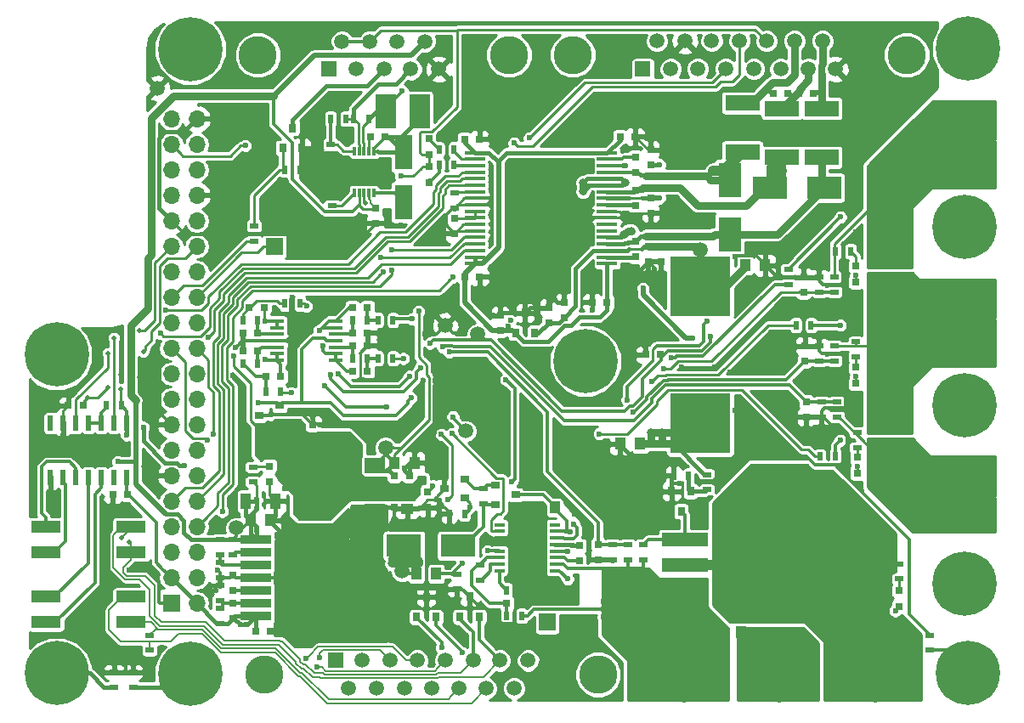
<source format=gtl>
G04 #@! TF.FileFunction,Copper,L1,Top,Signal*
%FSLAX46Y46*%
G04 Gerber Fmt 4.6, Leading zero omitted, Abs format (unit mm)*
G04 Created by KiCad (PCBNEW 4.0.6) date Fri Jul 21 15:59:53 2017*
%MOMM*%
%LPD*%
G01*
G04 APERTURE LIST*
%ADD10C,0.100000*%
%ADD11R,1.000000X1.250000*%
%ADD12R,1.000000X1.600000*%
%ADD13R,0.800000X0.750000*%
%ADD14R,0.750000X0.800000*%
%ADD15R,1.250000X1.000000*%
%ADD16R,0.800000X0.800000*%
%ADD17R,3.500000X2.300000*%
%ADD18R,2.300000X3.500000*%
%ADD19R,0.800000X0.900000*%
%ADD20R,1.800000X3.500000*%
%ADD21R,1.700000X1.700000*%
%ADD22O,1.700000X1.700000*%
%ADD23C,6.400000*%
%ADD24C,0.600000*%
%ADD25R,3.500000X1.600000*%
%ADD26R,4.600000X1.390000*%
%ADD27R,9.400000X10.800000*%
%ADD28R,0.900000X0.800000*%
%ADD29R,0.900000X0.500000*%
%ADD30R,0.500000X0.900000*%
%ADD31R,3.060000X0.890000*%
%ADD32R,8.540000X5.350000*%
%ADD33R,2.000000X0.450000*%
%ADD34R,1.050000X0.450000*%
%ADD35R,1.470000X0.895000*%
%ADD36R,0.600000X1.500000*%
%ADD37R,0.305000X0.890000*%
%ADD38R,0.940000X0.840000*%
%ADD39R,1.450000X0.450000*%
%ADD40R,6.000000X6.000000*%
%ADD41R,2.000000X3.400000*%
%ADD42R,2.000000X3.800000*%
%ADD43R,2.000000X1.500000*%
%ADD44R,3.000000X1.200000*%
%ADD45C,3.810000*%
%ADD46R,1.520000X1.520000*%
%ADD47C,1.520000*%
%ADD48C,1.500000*%
%ADD49C,0.800000*%
%ADD50C,0.500000*%
%ADD51C,0.300000*%
%ADD52C,0.750000*%
%ADD53C,0.250000*%
%ADD54C,0.400000*%
%ADD55C,0.200000*%
%ADD56C,0.500000*%
%ADD57C,0.275000*%
%ADD58C,1.000000*%
%ADD59C,0.150000*%
%ADD60C,0.254000*%
G04 APERTURE END LIST*
D10*
D11*
X88281000Y-78994000D03*
X90281000Y-78994000D03*
D12*
X71271000Y-71755000D03*
X74271000Y-71755000D03*
D11*
X86106000Y-67945000D03*
X88106000Y-67945000D03*
D13*
X86106000Y-69215000D03*
X87606000Y-69215000D03*
D11*
X121047000Y-48260000D03*
X123047000Y-48260000D03*
D14*
X86106000Y-70890000D03*
X86106000Y-72390000D03*
D15*
X87376000Y-70485000D03*
X87376000Y-72485000D03*
D11*
X71771000Y-73660000D03*
X73771000Y-73660000D03*
D14*
X69977000Y-80621000D03*
X69977000Y-79121000D03*
X69977000Y-83415000D03*
X69977000Y-81915000D03*
D13*
X72275000Y-84709000D03*
X73775000Y-84709000D03*
D14*
X102997000Y-53455000D03*
X102997000Y-51955000D03*
X101473000Y-53963000D03*
X101473000Y-52463000D03*
X96647000Y-54725000D03*
X96647000Y-53225000D03*
D13*
X93103000Y-49403000D03*
X94603000Y-49403000D03*
D14*
X92075000Y-43573000D03*
X92075000Y-45073000D03*
D13*
X108597000Y-35433000D03*
X110097000Y-35433000D03*
D14*
X111379000Y-46367000D03*
X111379000Y-47867000D03*
X110109000Y-38977000D03*
X110109000Y-37477000D03*
X110109000Y-40779000D03*
X110109000Y-42279000D03*
X110109000Y-45859000D03*
X110109000Y-47359000D03*
D13*
X107303000Y-51943000D03*
X105803000Y-51943000D03*
X93103000Y-35687000D03*
X94603000Y-35687000D03*
D14*
X112649000Y-46367000D03*
X112649000Y-47867000D03*
X111633000Y-41541000D03*
X111633000Y-43041000D03*
X111633000Y-38215000D03*
X111633000Y-36715000D03*
D13*
X126377000Y-31115000D03*
X127877000Y-31115000D03*
X123837000Y-31115000D03*
X125337000Y-31115000D03*
X97306000Y-81915000D03*
X98806000Y-81915000D03*
D11*
X102076000Y-72390000D03*
X100076000Y-72390000D03*
D14*
X104521000Y-77700000D03*
X104521000Y-76200000D03*
D11*
X118650000Y-84836000D03*
X120650000Y-84836000D03*
D13*
X55118000Y-62230000D03*
X53618000Y-62230000D03*
X59551000Y-71120000D03*
X58051000Y-71120000D03*
X76466000Y-64135000D03*
X77966000Y-64135000D03*
D14*
X84201000Y-44045000D03*
X84201000Y-42545000D03*
D13*
X85193000Y-35433000D03*
X83693000Y-35433000D03*
X81927000Y-56261000D03*
X83427000Y-56261000D03*
X81927000Y-54991000D03*
X83427000Y-54991000D03*
X72505000Y-54991000D03*
X71005000Y-54991000D03*
X72505000Y-56769000D03*
X71005000Y-56769000D03*
X81927000Y-58801000D03*
X83427000Y-58801000D03*
X81927000Y-52451000D03*
X83427000Y-52451000D03*
X73152000Y-52451000D03*
X71652000Y-52451000D03*
X74791000Y-59309000D03*
X73291000Y-59309000D03*
D16*
X89535000Y-37249000D03*
X89535000Y-35649000D03*
X89535000Y-38443000D03*
X89535000Y-40043000D03*
D17*
X123505000Y-40513000D03*
X128905000Y-40513000D03*
D18*
X119507000Y-45151000D03*
X119507000Y-39751000D03*
D17*
X92456000Y-76200000D03*
X87056000Y-76200000D03*
D19*
X92649000Y-83280000D03*
X94549000Y-83280000D03*
X93599000Y-81280000D03*
X88331000Y-83312000D03*
X90231000Y-83312000D03*
X89281000Y-81312000D03*
D20*
X86995000Y-36957000D03*
X86995000Y-41957000D03*
D21*
X63881000Y-81915000D03*
D22*
X66421000Y-81915000D03*
X63881000Y-79375000D03*
X66421000Y-79375000D03*
X63881000Y-76835000D03*
X66421000Y-76835000D03*
X63881000Y-74295000D03*
X66421000Y-74295000D03*
X63881000Y-71755000D03*
X66421000Y-71755000D03*
X63881000Y-69215000D03*
X66421000Y-69215000D03*
X63881000Y-66675000D03*
X66421000Y-66675000D03*
X63881000Y-64135000D03*
X66421000Y-64135000D03*
X63881000Y-61595000D03*
X66421000Y-61595000D03*
X63881000Y-59055000D03*
X66421000Y-59055000D03*
X63881000Y-56515000D03*
X66421000Y-56515000D03*
X63881000Y-53975000D03*
X66421000Y-53975000D03*
X63881000Y-51435000D03*
X66421000Y-51435000D03*
X63881000Y-48895000D03*
X66421000Y-48895000D03*
X63881000Y-46355000D03*
X66421000Y-46355000D03*
X63881000Y-43815000D03*
X66421000Y-43815000D03*
X63881000Y-41275000D03*
X66421000Y-41275000D03*
X63881000Y-38735000D03*
X66421000Y-38735000D03*
X63881000Y-36195000D03*
X66421000Y-36195000D03*
X63881000Y-33655000D03*
X66421000Y-33655000D03*
D23*
X133985000Y-88646000D03*
D24*
X136385000Y-88646000D03*
X135682056Y-90343056D03*
X133985000Y-91046000D03*
X132287944Y-90343056D03*
X131585000Y-88646000D03*
X132287944Y-86948944D03*
X133985000Y-86246000D03*
X135682056Y-86948944D03*
D21*
X74168000Y-46355000D03*
D23*
X142875000Y-35560000D03*
D24*
X145275000Y-35560000D03*
X144572056Y-37257056D03*
X142875000Y-37960000D03*
X141177944Y-37257056D03*
X140475000Y-35560000D03*
X141177944Y-33862944D03*
X142875000Y-33160000D03*
X144572056Y-33862944D03*
D23*
X142875000Y-53340000D03*
D24*
X145275000Y-53340000D03*
X144572056Y-55037056D03*
X142875000Y-55740000D03*
X141177944Y-55037056D03*
X140475000Y-53340000D03*
X141177944Y-51642944D03*
X142875000Y-50940000D03*
X144572056Y-51642944D03*
D23*
X142875000Y-71120000D03*
D24*
X145275000Y-71120000D03*
X144572056Y-72817056D03*
X142875000Y-73520000D03*
X141177944Y-72817056D03*
X140475000Y-71120000D03*
X141177944Y-69422944D03*
X142875000Y-68720000D03*
X144572056Y-69422944D03*
D23*
X114935000Y-88646000D03*
D24*
X117335000Y-88646000D03*
X116632056Y-90343056D03*
X114935000Y-91046000D03*
X113237944Y-90343056D03*
X112535000Y-88646000D03*
X113237944Y-86948944D03*
X114935000Y-86246000D03*
X116632056Y-86948944D03*
D23*
X124460000Y-88646000D03*
D24*
X126860000Y-88646000D03*
X126157056Y-90343056D03*
X124460000Y-91046000D03*
X122762944Y-90343056D03*
X122060000Y-88646000D03*
X122762944Y-86948944D03*
X124460000Y-86246000D03*
X126157056Y-86948944D03*
D25*
X120777000Y-36957000D03*
X120777000Y-32077000D03*
X124714000Y-37492000D03*
X124714000Y-32612000D03*
X128651000Y-37492000D03*
X128651000Y-32612000D03*
D21*
X101346000Y-83820000D03*
D22*
X101346000Y-81280000D03*
D26*
X115046000Y-78105000D03*
D27*
X124206000Y-78105000D03*
D26*
X115046000Y-80645000D03*
X115046000Y-75565000D03*
D19*
X115631000Y-70755000D03*
X113731000Y-70755000D03*
X114681000Y-72755000D03*
X74996000Y-36560000D03*
X76896000Y-36560000D03*
X75946000Y-34560000D03*
D28*
X93091000Y-71435000D03*
X93091000Y-69535000D03*
X91091000Y-70485000D03*
X96171000Y-70170000D03*
X96171000Y-72070000D03*
X98171000Y-71120000D03*
D29*
X110871000Y-77585000D03*
X110871000Y-76085000D03*
X117221000Y-70600000D03*
X117221000Y-69100000D03*
D30*
X115431000Y-69215000D03*
X113931000Y-69215000D03*
D29*
X109347000Y-77585000D03*
X109347000Y-76085000D03*
X107823000Y-76085000D03*
X107823000Y-77585000D03*
X130175000Y-63361000D03*
X130175000Y-61861000D03*
X128651000Y-61861000D03*
X128651000Y-63361000D03*
X129921000Y-56273000D03*
X129921000Y-57773000D03*
X128397000Y-57773000D03*
X128397000Y-56273000D03*
X72136000Y-44335000D03*
X72136000Y-45835000D03*
D30*
X76696000Y-38735000D03*
X75196000Y-38735000D03*
D29*
X68707000Y-75589000D03*
X68707000Y-77089000D03*
X68707000Y-77875000D03*
X68707000Y-79375000D03*
X69977000Y-77089000D03*
X69977000Y-75589000D03*
X68707000Y-83923000D03*
X68707000Y-82423000D03*
X68707000Y-81637000D03*
X68707000Y-80137000D03*
D30*
X92051000Y-36703000D03*
X90551000Y-36703000D03*
X92063000Y-38227000D03*
X90563000Y-38227000D03*
D29*
X92075000Y-41033000D03*
X92075000Y-42533000D03*
D30*
X91591000Y-73025000D03*
X93091000Y-73025000D03*
D29*
X94996000Y-71985000D03*
X94996000Y-70485000D03*
D30*
X98806000Y-83185000D03*
X97306000Y-83185000D03*
D29*
X94615000Y-79605000D03*
X94615000Y-78105000D03*
D30*
X97306000Y-80645000D03*
X98806000Y-80645000D03*
X58916000Y-62230000D03*
X57416000Y-62230000D03*
D29*
X125349000Y-48653000D03*
X125349000Y-50153000D03*
D30*
X127623000Y-54229000D03*
X126123000Y-54229000D03*
X130036000Y-67310000D03*
X128536000Y-67310000D03*
D29*
X79883000Y-42267000D03*
X79883000Y-40767000D03*
D30*
X79756000Y-33655000D03*
X81256000Y-33655000D03*
D29*
X79756000Y-36195000D03*
X79756000Y-37695000D03*
D30*
X83566000Y-33655000D03*
X82066000Y-33655000D03*
X84467000Y-57531000D03*
X85967000Y-57531000D03*
X84467000Y-53721000D03*
X85967000Y-53721000D03*
X75208000Y-52070000D03*
X76708000Y-52070000D03*
X73291000Y-60833000D03*
X74791000Y-60833000D03*
X81927000Y-57531000D03*
X83427000Y-57531000D03*
X81927000Y-53721000D03*
X83427000Y-53721000D03*
X72505000Y-53721000D03*
X71005000Y-53721000D03*
X72505000Y-58039000D03*
X71005000Y-58039000D03*
D31*
X72324000Y-75565000D03*
X72324000Y-76835000D03*
X72324000Y-78105000D03*
X72324000Y-79375000D03*
X72324000Y-80645000D03*
X72324000Y-83185000D03*
X72324000Y-81915000D03*
D32*
X79629000Y-79375000D03*
D19*
X98171000Y-54991000D03*
X100071000Y-54991000D03*
X99121000Y-52991000D03*
D33*
X94111000Y-37020000D03*
X107311000Y-37020000D03*
X94111000Y-37670000D03*
X94111000Y-38320000D03*
X94111000Y-38970000D03*
X94111000Y-39620000D03*
X94111000Y-40270000D03*
X94111000Y-40920000D03*
X94111000Y-41570000D03*
X94111000Y-42220000D03*
X94111000Y-42870000D03*
X94111000Y-43520000D03*
X94111000Y-44170000D03*
X94111000Y-44820000D03*
X94111000Y-45470000D03*
X94111000Y-46120000D03*
X94111000Y-46770000D03*
X94111000Y-47420000D03*
X94111000Y-48070000D03*
X107311000Y-48070000D03*
X107311000Y-47420000D03*
X107311000Y-46770000D03*
X107311000Y-46120000D03*
X107311000Y-45470000D03*
X107311000Y-44820000D03*
X107311000Y-44170000D03*
X107311000Y-43520000D03*
X107311000Y-42870000D03*
X107311000Y-42220000D03*
X107311000Y-41570000D03*
X107311000Y-40920000D03*
X107311000Y-40270000D03*
X107311000Y-39620000D03*
X107311000Y-38970000D03*
X107311000Y-38320000D03*
X107311000Y-37670000D03*
D34*
X96566000Y-74112500D03*
X96566000Y-74762500D03*
X96566000Y-75412500D03*
X96566000Y-76062500D03*
X96566000Y-76712500D03*
X96566000Y-77362500D03*
X96566000Y-78012500D03*
X96566000Y-78662500D03*
X102116000Y-78662500D03*
X102116000Y-78012500D03*
X102116000Y-77362500D03*
X102116000Y-76712500D03*
X102116000Y-76062500D03*
X102116000Y-75412500D03*
X102116000Y-74762500D03*
X102116000Y-74112500D03*
D35*
X100076000Y-77730000D03*
X100076000Y-76835000D03*
X100076000Y-75940000D03*
X100076000Y-75045000D03*
X98606000Y-77730000D03*
X98606000Y-76835000D03*
X98606000Y-75940000D03*
X98606000Y-75045000D03*
D36*
X59436000Y-63975000D03*
X58166000Y-63975000D03*
X56896000Y-63975000D03*
X55626000Y-63975000D03*
X54356000Y-63975000D03*
X53086000Y-63975000D03*
X51816000Y-63975000D03*
X51816000Y-69375000D03*
X53086000Y-69375000D03*
X54356000Y-69375000D03*
X55626000Y-69375000D03*
X56896000Y-69375000D03*
X58166000Y-69375000D03*
X59436000Y-69375000D03*
D28*
X74676000Y-64130000D03*
X74676000Y-62230000D03*
X72676000Y-63180000D03*
D37*
X82096000Y-41055000D03*
X82596000Y-41055000D03*
X83096000Y-41055000D03*
X83596000Y-41055000D03*
X84096000Y-41055000D03*
X84096000Y-36845000D03*
X83596000Y-36845000D03*
X83096000Y-36845000D03*
X82596000Y-36845000D03*
X82096000Y-36845000D03*
D38*
X83566000Y-38530000D03*
X82626000Y-38530000D03*
X83566000Y-39370000D03*
X82626000Y-39370000D03*
D39*
X80293000Y-57703000D03*
X80293000Y-57053000D03*
X80293000Y-56403000D03*
X80293000Y-55753000D03*
X80293000Y-55103000D03*
X80293000Y-54453000D03*
X80293000Y-53803000D03*
X74393000Y-53803000D03*
X74393000Y-54453000D03*
X74393000Y-55103000D03*
X74393000Y-55753000D03*
X74393000Y-56403000D03*
X74393000Y-57053000D03*
X74393000Y-57703000D03*
D11*
X110601000Y-66040000D03*
X108601000Y-66040000D03*
D40*
X116586000Y-64000000D03*
X116586000Y-50300000D03*
D41*
X85217000Y-32893000D03*
X88617000Y-32893000D03*
D29*
X129921000Y-49415000D03*
X129921000Y-50915000D03*
X128397000Y-50915000D03*
X128397000Y-49415000D03*
D42*
X77876000Y-70485000D03*
D43*
X84176000Y-70485000D03*
X84176000Y-68185000D03*
X84176000Y-72785000D03*
D23*
X65786000Y-88940000D03*
X65786000Y-26710000D03*
X143256000Y-88900000D03*
X143256000Y-26670000D03*
X52451000Y-57150000D03*
X105156000Y-57785000D03*
D29*
X60071000Y-90285000D03*
X60071000Y-88785000D03*
X139446000Y-86602000D03*
X139446000Y-85102000D03*
D44*
X59876000Y-83820000D03*
X59876000Y-81280000D03*
X51376000Y-81280000D03*
X51376000Y-83820000D03*
X59876000Y-76835000D03*
X59876000Y-74295000D03*
X51376000Y-74295000D03*
X51376000Y-76835000D03*
D29*
X61722000Y-85114000D03*
X61722000Y-86614000D03*
D23*
X52451000Y-88900000D03*
D29*
X58166000Y-90285000D03*
X58166000Y-88785000D03*
X92329000Y-79006000D03*
X92329000Y-80506000D03*
D45*
X73149000Y-89034000D03*
X106419000Y-89034000D03*
D46*
X80259000Y-87634000D03*
D47*
X82929000Y-87634000D03*
X85719000Y-87634000D03*
X88389000Y-87634000D03*
X91179000Y-87634000D03*
X93979000Y-87634000D03*
X96639000Y-87634000D03*
X99439000Y-87634000D03*
X81529000Y-90424000D03*
X84319000Y-90424000D03*
X87119000Y-90424000D03*
X89789000Y-90424000D03*
X92579000Y-90424000D03*
X95249000Y-90424000D03*
X98039000Y-90424000D03*
D45*
X97536000Y-27305000D03*
X72516000Y-27305000D03*
D46*
X79626000Y-28705000D03*
D47*
X82296000Y-28705000D03*
X85086000Y-28705000D03*
X87756000Y-28705000D03*
X90546000Y-28705000D03*
X80896000Y-25915000D03*
X83686000Y-25915000D03*
X86356000Y-25915000D03*
X89156000Y-25915000D03*
D45*
X137158000Y-27298000D03*
X103888000Y-27298000D03*
D46*
X110868000Y-28698000D03*
D47*
X113658000Y-28698000D03*
X116328000Y-28698000D03*
X119128000Y-28698000D03*
X121918000Y-28698000D03*
X124588000Y-28698000D03*
X127378000Y-28698000D03*
X130048000Y-28698000D03*
X112268000Y-25908000D03*
X115058000Y-25908000D03*
X117728000Y-25908000D03*
X120518000Y-25908000D03*
X123188000Y-25908000D03*
X125978000Y-25908000D03*
X128778000Y-25908000D03*
D23*
X142875000Y-44450000D03*
D24*
X145275000Y-44450000D03*
X144572056Y-46147056D03*
X142875000Y-46850000D03*
X141177944Y-46147056D03*
X140475000Y-44450000D03*
X141177944Y-42752944D03*
X142875000Y-42050000D03*
X144572056Y-42752944D03*
D23*
X142875000Y-62230000D03*
D24*
X145275000Y-62230000D03*
X144572056Y-63927056D03*
X142875000Y-64630000D03*
X141177944Y-63927056D03*
X140475000Y-62230000D03*
X141177944Y-60532944D03*
X142875000Y-59830000D03*
X144572056Y-60532944D03*
D23*
X142875000Y-80010000D03*
D24*
X145275000Y-80010000D03*
X144572056Y-81707056D03*
X142875000Y-82410000D03*
X141177944Y-81707056D03*
X140475000Y-80010000D03*
X141177944Y-78312944D03*
X142875000Y-77610000D03*
X144572056Y-78312944D03*
D14*
X106426000Y-76073000D03*
X106426000Y-77573000D03*
X127127000Y-61849000D03*
X127127000Y-63349000D03*
X127000000Y-57785000D03*
X127000000Y-56285000D03*
X126873000Y-50915000D03*
X126873000Y-49415000D03*
D13*
X112625000Y-57150000D03*
X111125000Y-57150000D03*
D16*
X73660000Y-68250000D03*
X73660000Y-69850000D03*
X89408000Y-70790000D03*
X89408000Y-72390000D03*
X136398000Y-80645000D03*
X136398000Y-82245000D03*
X132080000Y-48311000D03*
X132080000Y-49911000D03*
X132080000Y-58420000D03*
X132080000Y-60020000D03*
X132207000Y-67361000D03*
X132207000Y-68961000D03*
D29*
X72009000Y-68350000D03*
X72009000Y-69850000D03*
X136398000Y-79502000D03*
X136398000Y-78002000D03*
D30*
X131572000Y-46863000D03*
X130072000Y-46863000D03*
D29*
X132080000Y-57380000D03*
X132080000Y-55880000D03*
X132207000Y-66421000D03*
X132207000Y-64921000D03*
D48*
X70358000Y-74422000D03*
X86868000Y-78740000D03*
X85217000Y-66421000D03*
X76200000Y-66294000D03*
X91186000Y-54229000D03*
X62484000Y-30607000D03*
X94361000Y-55118000D03*
X93218000Y-64770000D03*
X116586000Y-46736000D03*
D49*
X88519000Y-77978000D03*
X87630000Y-77978000D03*
X86741000Y-77978000D03*
X85852000Y-77978000D03*
D24*
X114553980Y-69977000D03*
X69850000Y-71501000D03*
X70231000Y-72897994D03*
X68072000Y-73914000D03*
X115570000Y-44450000D03*
X91059000Y-68453000D03*
X90297000Y-71628000D03*
X139699986Y-29210000D03*
X132080000Y-44958006D03*
X131826000Y-43307000D03*
D50*
X60325000Y-72898000D03*
X52197000Y-72898000D03*
X58801000Y-59182000D03*
X50038000Y-67564000D03*
X50038000Y-72644000D03*
X56896000Y-67437000D03*
X61087000Y-68326000D03*
X60706000Y-59436000D03*
D24*
X57658000Y-78867000D03*
X53086000Y-65278000D03*
X51689000Y-70866000D03*
D50*
X97917000Y-84455000D03*
D24*
X62992000Y-86300010D03*
X110164449Y-33075449D03*
X98171000Y-72517000D03*
X101981000Y-70866000D03*
X112522000Y-67437000D03*
X111252000Y-44323000D03*
X102108000Y-35306000D03*
X98552000Y-38481000D03*
X95758000Y-45847000D03*
X78613000Y-40513000D03*
X77978000Y-39243000D03*
X79883000Y-38608000D03*
X81026000Y-40132000D03*
X81026000Y-39370000D03*
X81026000Y-38579000D03*
X81026000Y-37846000D03*
X85217000Y-40005000D03*
X85217000Y-38989000D03*
X85217000Y-38100000D03*
X82626000Y-39370000D03*
X83566000Y-39370000D03*
X83566000Y-38530000D03*
X82626000Y-38530000D03*
X77851000Y-34925000D03*
X91440000Y-35052000D03*
X50419000Y-85344000D03*
X61595000Y-89408000D03*
X68453000Y-78625002D03*
X68326000Y-80664999D03*
X67564000Y-80664999D03*
X87122000Y-86106000D03*
X89916000Y-77343000D03*
X89662000Y-73914000D03*
X90932000Y-80506000D03*
X86233000Y-80137000D03*
X85217000Y-79375000D03*
X80518000Y-82677000D03*
X80391000Y-85471000D03*
X90193820Y-59739158D03*
X88943808Y-59705000D03*
X61976000Y-78740000D03*
X105283000Y-70866000D03*
X131445000Y-38735000D03*
X130937000Y-25400000D03*
X132969000Y-30226000D03*
X129413000Y-35179000D03*
X120086070Y-62738000D03*
X119507000Y-58928000D03*
X112649000Y-51181000D03*
X112776000Y-55245000D03*
X109728000Y-55245000D03*
X108204000Y-55245000D03*
X96393000Y-51435000D03*
X97028000Y-49657000D03*
X102362000Y-49403000D03*
X105664000Y-49276000D03*
X104140000Y-42037000D03*
X104775000Y-45466000D03*
X100838000Y-44704000D03*
X97790000Y-43688000D03*
X102743000Y-38735000D03*
X105156000Y-38735000D03*
X120269000Y-34417000D03*
X116459000Y-31623000D03*
X112903000Y-35179000D03*
X106807000Y-31496000D03*
X108077000Y-27051000D03*
X102489000Y-30734000D03*
X97028000Y-31496000D03*
X94107000Y-26289000D03*
X77597000Y-25273000D03*
X75692000Y-27940000D03*
X81153000Y-31623000D03*
X70739000Y-42291000D03*
X74295000Y-41148000D03*
X82931000Y-44045000D03*
X76708000Y-46863000D03*
X78740000Y-53086000D03*
X90043000Y-56896000D03*
X85852000Y-56134000D03*
X87630000Y-55118000D03*
X89154000Y-55118000D03*
X86106000Y-51562000D03*
X90170000Y-45466000D03*
X90678000Y-51943000D03*
X92710000Y-54102000D03*
X97536000Y-56134000D03*
X100203000Y-57277000D03*
X100584000Y-58928000D03*
X103759000Y-62103000D03*
X105156000Y-62103000D03*
X96901000Y-62738000D03*
X99314000Y-62357000D03*
X97155000Y-68260011D03*
X99695000Y-68260011D03*
X100076000Y-77730000D03*
X100076000Y-76835000D03*
X98606000Y-75940000D03*
X100164913Y-79313010D03*
X100076000Y-75940000D03*
X100076000Y-75045000D03*
X98606000Y-75045000D03*
X98606000Y-76835000D03*
X98606000Y-77730000D03*
X100711000Y-88900000D03*
X103886000Y-85090000D03*
X56261000Y-85725000D03*
X56261000Y-82550000D03*
X69088000Y-33020000D03*
X73279000Y-35814000D03*
X70739000Y-38227000D03*
X68961000Y-41021000D03*
X75946000Y-51435000D03*
X70021055Y-59247329D03*
X70993000Y-63881000D03*
X73787000Y-63119000D03*
X79756000Y-83947000D03*
X100076000Y-73533000D03*
X104013000Y-73025000D03*
X63373000Y-57785000D03*
X112014000Y-48641000D03*
X113411000Y-37592000D03*
X113538000Y-43053000D03*
X79629000Y-31623000D03*
X95758000Y-41783000D03*
X95631000Y-35560000D03*
X86741000Y-44207002D03*
X69088000Y-45974000D03*
X77981000Y-37695000D03*
X79883000Y-39722000D03*
X80137000Y-43688000D03*
X79883000Y-46863000D03*
X87106002Y-68453000D03*
X59309000Y-86741000D03*
X59690000Y-78613000D03*
X116205000Y-69469000D03*
X120086002Y-47401002D03*
X117983000Y-58420000D03*
X114681000Y-58420000D03*
X108331000Y-49784000D03*
X93726000Y-31623000D03*
X90551000Y-44069000D03*
X70305497Y-56439513D03*
X77978000Y-62992000D03*
X95885000Y-53213000D03*
X87620010Y-58381202D03*
X109619000Y-68185010D03*
X100838000Y-48006000D03*
X100838000Y-48768000D03*
X101981000Y-51562000D03*
X105791000Y-52705000D03*
X82931000Y-59690000D03*
X75692000Y-58420000D03*
D49*
X81026000Y-76073000D03*
X81026000Y-75057000D03*
D24*
X74422000Y-79375000D03*
X58547000Y-67818000D03*
D49*
X111633000Y-64897000D03*
X112776000Y-64897000D03*
X112776000Y-66040000D03*
X111633000Y-66040000D03*
D24*
X72390000Y-74676000D03*
X72390000Y-72517000D03*
X72390000Y-71628000D03*
X88519000Y-52832000D03*
X86741000Y-39370000D03*
X85471000Y-68707000D03*
X70739000Y-84074000D03*
X71374000Y-84074000D03*
X113457979Y-46367000D03*
X109097526Y-38319990D03*
X112522000Y-41529000D03*
X112522000Y-38227000D03*
X75183994Y-70485000D03*
D50*
X58801000Y-60579000D03*
X57531000Y-60452000D03*
X55499000Y-61468000D03*
D24*
X59436000Y-65151000D03*
X61087000Y-64389000D03*
X65151000Y-68199000D03*
X115823998Y-55499000D03*
X70090997Y-57276403D03*
X75692000Y-63881000D03*
X110871000Y-50546000D03*
X88773000Y-69469000D03*
X97663000Y-53721000D03*
X97409000Y-54356000D03*
D49*
X117607000Y-39751000D03*
X117856000Y-38862000D03*
X123698000Y-38862000D03*
X124714000Y-38862000D03*
D24*
X95377000Y-76708000D03*
X103625067Y-74826590D03*
X111887000Y-83185000D03*
X111887000Y-82423000D03*
X111887000Y-81661000D03*
X111887000Y-80899000D03*
X106934000Y-83312000D03*
X106934000Y-81788000D03*
X106934000Y-82550000D03*
X86868000Y-30861000D03*
X79136010Y-60210008D03*
X85344000Y-62357000D03*
X88695074Y-58497920D03*
X79760364Y-59170182D03*
X87627449Y-59311551D03*
X80555623Y-59083099D03*
X78987648Y-56290270D03*
X78613000Y-54737000D03*
X73255002Y-53848000D03*
X73255002Y-57658000D03*
D50*
X58928000Y-75438000D03*
X59690000Y-75819000D03*
D24*
X92865660Y-86853655D03*
X90805000Y-86360000D03*
X78696595Y-87323448D03*
X77298732Y-87445893D03*
X78371584Y-88299990D03*
X91948000Y-49403000D03*
X68961000Y-72771000D03*
X113665000Y-57413990D03*
X111760000Y-59817000D03*
X106523153Y-65033990D03*
X67483316Y-65695584D03*
X90803746Y-65091979D03*
X91440000Y-71628000D03*
X68032050Y-65085145D03*
X91821000Y-65024000D03*
D50*
X83185000Y-42037000D03*
X60706000Y-54737000D03*
X61087000Y-56896000D03*
D24*
X71247000Y-36322000D03*
D50*
X57531000Y-57023000D03*
X58166000Y-55499000D03*
D24*
X98044000Y-36068000D03*
X99568000Y-35560000D03*
X103378000Y-79502000D03*
X93599000Y-72390000D03*
X103384074Y-76762510D03*
X104001785Y-74082722D03*
X132080000Y-49276000D03*
X130556000Y-43434000D03*
X132080000Y-59320002D03*
X130566000Y-54229000D03*
X132207000Y-68326000D03*
X130556000Y-65659000D03*
X87884000Y-53594000D03*
X91567000Y-56896000D03*
X77343000Y-52324000D03*
X90922590Y-56386596D03*
X109884990Y-62894990D03*
X75819000Y-60960000D03*
X91948798Y-63341957D03*
X109295735Y-61657073D03*
X117221000Y-53848000D03*
X117571011Y-55375513D03*
X89662000Y-56007000D03*
X97790000Y-69835030D03*
X97231141Y-59669395D03*
D49*
X104902000Y-40894000D03*
X104902000Y-40005000D03*
X109093000Y-40005000D03*
X108966000Y-45212000D03*
X109728000Y-44831000D03*
D24*
X87757000Y-61468000D03*
X72517000Y-61976000D03*
X86995000Y-57531000D03*
X112903000Y-58547000D03*
X63331009Y-52730829D03*
X62797019Y-55012202D03*
X67605451Y-55413451D03*
X85852000Y-48768000D03*
X85852000Y-46736000D03*
X84709000Y-47498000D03*
X84963000Y-48895000D03*
X136016994Y-82677000D03*
X92837000Y-77978000D03*
X103886000Y-76126602D03*
X89916000Y-70231000D03*
D51*
X86868000Y-78740000D02*
X87630000Y-77978000D01*
D52*
X87630000Y-77978000D02*
X87630000Y-77470000D01*
X87630000Y-77470000D02*
X87630000Y-76774000D01*
X86741000Y-77978000D02*
X87140999Y-77578001D01*
X87140999Y-77578001D02*
X87521999Y-77578001D01*
X87521999Y-77578001D02*
X87630000Y-77470000D01*
X86741000Y-77978000D02*
X86741000Y-77470000D01*
X86741000Y-77470000D02*
X86741000Y-76515000D01*
X85852000Y-77978000D02*
X86360000Y-77470000D01*
X86360000Y-77470000D02*
X86741000Y-77470000D01*
X86741000Y-76515000D02*
X87056000Y-76200000D01*
X87630000Y-76774000D02*
X87056000Y-76200000D01*
X88519000Y-77978000D02*
X88519000Y-77663000D01*
X88519000Y-77663000D02*
X87056000Y-76200000D01*
X85852000Y-77978000D02*
X85852000Y-77404000D01*
X85852000Y-77404000D02*
X87056000Y-76200000D01*
X86741000Y-77978000D02*
X87630000Y-77978000D01*
X87630000Y-77978000D02*
X88519000Y-77978000D01*
X85852000Y-77978000D02*
X86741000Y-77978000D01*
D51*
X87056000Y-76200000D02*
X87056000Y-78569000D01*
X87056000Y-78569000D02*
X87481000Y-78994000D01*
X87481000Y-78994000D02*
X88281000Y-78994000D01*
X123047000Y-48260000D02*
X123063000Y-48260000D01*
X123063000Y-48260000D02*
X124218000Y-49415000D01*
X124218000Y-49415000D02*
X127647000Y-49415000D01*
X127647000Y-49415000D02*
X128397000Y-49415000D01*
X114427000Y-69977000D02*
X114553980Y-69977000D01*
X113731000Y-69977000D02*
X114427000Y-69977000D01*
X91186000Y-54229000D02*
X91948000Y-54991000D01*
X91948000Y-54991000D02*
X92456000Y-54991000D01*
X92456000Y-54991000D02*
X92710000Y-54737000D01*
X92710000Y-54737000D02*
X92710000Y-54102000D01*
X89154000Y-55118000D02*
X90297000Y-55118000D01*
X90297000Y-55118000D02*
X91186000Y-54229000D01*
X70358000Y-70612000D02*
X70358000Y-70993000D01*
X70358000Y-70993000D02*
X69850000Y-71501000D01*
X70231000Y-72897994D02*
X70231000Y-71882000D01*
X70231000Y-71882000D02*
X69850000Y-71501000D01*
X69931001Y-73197993D02*
X70231000Y-72897994D01*
X69214994Y-73914000D02*
X69931001Y-73197993D01*
X68072000Y-73914000D02*
X69214994Y-73914000D01*
X70993000Y-63881000D02*
X70993000Y-69977000D01*
X70993000Y-69977000D02*
X70358000Y-70612000D01*
X127127000Y-63349000D02*
X128639000Y-63349000D01*
X128639000Y-63349000D02*
X128651000Y-63361000D01*
X127000000Y-56285000D02*
X128385000Y-56285000D01*
X128385000Y-56285000D02*
X128397000Y-56273000D01*
X126226000Y-56273000D02*
X126238000Y-56285000D01*
X126238000Y-56285000D02*
X127000000Y-56285000D01*
D53*
X111125000Y-57150000D02*
X111125000Y-56642000D01*
X111125000Y-56642000D02*
X109728000Y-55245000D01*
D51*
X115570000Y-44450000D02*
X114173000Y-43053000D01*
X114173000Y-43053000D02*
X113538000Y-43053000D01*
X106426000Y-77573000D02*
X105751000Y-77573000D01*
X105751000Y-77573000D02*
X105537000Y-77359000D01*
X105537000Y-75499000D02*
X105156000Y-75118000D01*
X105537000Y-77359000D02*
X105537000Y-75499000D01*
X105156000Y-75118000D02*
X105156000Y-74168000D01*
X105156000Y-74168000D02*
X104013000Y-73025000D01*
X107823000Y-77585000D02*
X106438000Y-77585000D01*
X106438000Y-77585000D02*
X106426000Y-77573000D01*
X126873000Y-49415000D02*
X128397000Y-49415000D01*
D53*
X91059000Y-68453000D02*
X90551000Y-67945000D01*
X90551000Y-67945000D02*
X88106000Y-67945000D01*
X91059000Y-69803000D02*
X91059000Y-68453000D01*
X91091000Y-70485000D02*
X91091000Y-69835000D01*
X91091000Y-69835000D02*
X91059000Y-69803000D01*
D51*
X87376000Y-72485000D02*
X88519000Y-72485000D01*
X88519000Y-72485000D02*
X89186000Y-72485000D01*
D53*
X90297000Y-71628000D02*
X89376000Y-71628000D01*
X89376000Y-71628000D02*
X88519000Y-72485000D01*
X90297000Y-71628000D02*
X90596999Y-71927999D01*
X90596999Y-71927999D02*
X90623999Y-71927999D01*
X90623999Y-71927999D02*
X91021000Y-72325000D01*
X89408000Y-72390000D02*
X90956000Y-72390000D01*
X90956000Y-72390000D02*
X91021000Y-72325000D01*
X91021000Y-72325000D02*
X91091000Y-72325000D01*
X91091000Y-72325000D02*
X91591000Y-72825000D01*
X91591000Y-72825000D02*
X91591000Y-73025000D01*
X90297000Y-71628000D02*
X90297000Y-71279000D01*
X90297000Y-71279000D02*
X91091000Y-70485000D01*
X73660000Y-69850000D02*
X73660000Y-71144000D01*
X73660000Y-71144000D02*
X74271000Y-71755000D01*
D51*
X131206002Y-68468002D02*
X131206002Y-69357002D01*
X139446000Y-85090000D02*
X139446000Y-85102000D01*
X131206002Y-69357002D02*
X137414000Y-75565000D01*
X137414000Y-75565000D02*
X137414000Y-83058000D01*
X137414000Y-83058000D02*
X139446000Y-85090000D01*
X130810000Y-48133000D02*
X130810000Y-50038000D01*
X130810000Y-50038000D02*
X130683000Y-50165000D01*
D53*
X130810000Y-48133000D02*
X130810000Y-46228006D01*
X130810000Y-46228006D02*
X131780001Y-45258005D01*
X131780001Y-45258005D02*
X132080000Y-44958006D01*
D51*
X128651000Y-63361000D02*
X128651000Y-62811000D01*
X130937000Y-62484000D02*
X131064000Y-62357000D01*
X128651000Y-62811000D02*
X128978000Y-62484000D01*
X128978000Y-62484000D02*
X130937000Y-62484000D01*
X131064000Y-62357000D02*
X131064000Y-57404000D01*
X131064000Y-57404000D02*
X130683000Y-57023000D01*
X130683000Y-57023000D02*
X128651000Y-57023000D01*
X128651000Y-57023000D02*
X128397000Y-56769000D01*
X128397000Y-56769000D02*
X128397000Y-56273000D01*
D53*
X82677000Y-56986000D02*
X82677000Y-59436000D01*
X82677000Y-59436000D02*
X82931000Y-59690000D01*
D51*
X131826000Y-42882736D02*
X131826000Y-43307000D01*
X131826000Y-39116000D02*
X131826000Y-42882736D01*
X131445000Y-38735000D02*
X131826000Y-39116000D01*
D53*
X57658000Y-72138000D02*
X57658000Y-72898000D01*
X57658000Y-72898000D02*
X57658000Y-78867000D01*
X60325000Y-72898000D02*
X57658000Y-72898000D01*
X51689000Y-70866000D02*
X51689000Y-72390000D01*
X51689000Y-72390000D02*
X52197000Y-72898000D01*
X58547000Y-54737000D02*
X58801000Y-54991000D01*
X58801000Y-54991000D02*
X58801000Y-59182000D01*
X57404000Y-54737000D02*
X58547000Y-54737000D01*
X56642000Y-55499000D02*
X57404000Y-54737000D01*
X56642000Y-58581000D02*
X56642000Y-55499000D01*
X53618000Y-62230000D02*
X53618000Y-61605000D01*
X53618000Y-61605000D02*
X56642000Y-58581000D01*
X63881000Y-69215000D02*
X61976000Y-69215000D01*
X61976000Y-69215000D02*
X61087000Y-68326000D01*
X62705999Y-59436000D02*
X62705999Y-58452001D01*
X62705999Y-60579000D02*
X62705999Y-59436000D01*
X62705999Y-59436000D02*
X60706000Y-59436000D01*
X62705999Y-62959999D02*
X62705999Y-60579000D01*
X53086000Y-63975000D02*
X53086000Y-62762000D01*
X53086000Y-62762000D02*
X53618000Y-62230000D01*
X57658000Y-79248000D02*
X57658000Y-81153000D01*
X57658000Y-78867000D02*
X57658000Y-79248000D01*
X57658000Y-81153000D02*
X56261000Y-82550000D01*
X58051000Y-71120000D02*
X58051000Y-71745000D01*
X58051000Y-71745000D02*
X57658000Y-72138000D01*
X53086000Y-65278000D02*
X53086000Y-63975000D01*
X51816000Y-69375000D02*
X51816000Y-70739000D01*
X51816000Y-70739000D02*
X51689000Y-70866000D01*
X63881000Y-64135000D02*
X62705999Y-62959999D01*
X62705999Y-58452001D02*
X63073001Y-58084999D01*
X63073001Y-58084999D02*
X63373000Y-57785000D01*
D51*
X97917000Y-84455000D02*
X97917000Y-84066000D01*
X97917000Y-84066000D02*
X97836001Y-83985001D01*
X86602000Y-80506000D02*
X89281000Y-80506000D01*
X89281000Y-80506000D02*
X90932000Y-80506000D01*
X89281000Y-81312000D02*
X89281000Y-80506000D01*
X92329000Y-80506000D02*
X92825000Y-80506000D01*
X92825000Y-80506000D02*
X93599000Y-81280000D01*
X94832998Y-82042000D02*
X94311000Y-82042000D01*
X94311000Y-82042000D02*
X93599000Y-81330000D01*
X93599000Y-81330000D02*
X93599000Y-81280000D01*
X97836001Y-83985001D02*
X96775999Y-83985001D01*
X96775999Y-83985001D02*
X94832998Y-82042000D01*
D53*
X60071000Y-88785000D02*
X60972000Y-88785000D01*
X60972000Y-88785000D02*
X61595000Y-89408000D01*
D51*
X109740185Y-33075449D02*
X110164449Y-33075449D01*
D53*
X110097000Y-33142898D02*
X110164449Y-33075449D01*
X110097000Y-35433000D02*
X110097000Y-33142898D01*
D51*
X110799449Y-33075449D02*
X110588713Y-33075449D01*
X110588713Y-33075449D02*
X110164449Y-33075449D01*
X112903000Y-35179000D02*
X110799449Y-33075449D01*
X108386449Y-33075449D02*
X109740185Y-33075449D01*
X106807000Y-31496000D02*
X108386449Y-33075449D01*
X99695000Y-68260011D02*
X101981000Y-70546011D01*
X101981000Y-70546011D02*
X101981000Y-70866000D01*
X111633000Y-43041000D02*
X111633000Y-43942000D01*
X111633000Y-43942000D02*
X111252000Y-44323000D01*
X77978000Y-39243000D02*
X77978000Y-39878000D01*
X77978000Y-39878000D02*
X78613000Y-40513000D01*
X79883000Y-39722000D02*
X79883000Y-38608000D01*
X81026000Y-38579000D02*
X81026000Y-39370000D01*
D53*
X81075000Y-38530000D02*
X81026000Y-38579000D01*
X81026000Y-38579000D02*
X79883000Y-39722000D01*
D51*
X81026000Y-37846000D02*
X81026000Y-38579000D01*
X85217000Y-38989000D02*
X85217000Y-40005000D01*
X83566000Y-38530000D02*
X84787000Y-38530000D01*
X84787000Y-38530000D02*
X85217000Y-38100000D01*
X50419000Y-85344000D02*
X50718999Y-85044001D01*
X55961001Y-85425001D02*
X56261000Y-85725000D01*
X50718999Y-85044001D02*
X55580001Y-85044001D01*
X55580001Y-85044001D02*
X55961001Y-85425001D01*
X68707000Y-79375000D02*
X68707000Y-78879002D01*
X68707000Y-78879002D02*
X68453000Y-78625002D01*
X67564000Y-80664999D02*
X68326000Y-80664999D01*
X68707000Y-80137000D02*
X68091999Y-80137000D01*
X68091999Y-80137000D02*
X67564000Y-80664999D01*
X80391000Y-85471000D02*
X86487000Y-85471000D01*
X86487000Y-85471000D02*
X87122000Y-86106000D01*
X89662000Y-73914000D02*
X89281000Y-74295000D01*
X92329000Y-80506000D02*
X90932000Y-80506000D01*
X90932000Y-80506000D02*
X89293000Y-80506000D01*
X86233000Y-80137000D02*
X86602000Y-80506000D01*
X79629000Y-79375000D02*
X85217000Y-79375000D01*
X79756000Y-83947000D02*
X79756000Y-84836000D01*
X79756000Y-84836000D02*
X80391000Y-85471000D01*
X90043821Y-59208243D02*
X90087169Y-59208243D01*
D54*
X90193820Y-60163422D02*
X90193820Y-59739158D01*
D51*
X90193820Y-59314894D02*
X90193820Y-59739158D01*
X90087169Y-59208243D02*
X90193820Y-59314894D01*
X90043000Y-59207422D02*
X90043821Y-59208243D01*
X90043000Y-56896000D02*
X90043000Y-59207422D01*
D54*
X88106000Y-66920000D02*
X90093821Y-64932179D01*
X90093821Y-64932179D02*
X90093821Y-60263421D01*
X88106000Y-67945000D02*
X88106000Y-66920000D01*
D51*
X88773000Y-59875808D02*
X88943808Y-59705000D01*
D54*
X90093821Y-60263421D02*
X90193820Y-60163422D01*
D51*
X88773000Y-62230000D02*
X88773000Y-59875808D01*
X86995000Y-64008000D02*
X88773000Y-62230000D01*
X80518000Y-64008000D02*
X86995000Y-64008000D01*
X79502000Y-62992000D02*
X80518000Y-64008000D01*
X77978000Y-62992000D02*
X79502000Y-62992000D01*
X59690000Y-78613000D02*
X61849000Y-78613000D01*
X61849000Y-78613000D02*
X61976000Y-78740000D01*
X109619000Y-68185010D02*
X107963990Y-68185010D01*
X107963990Y-68185010D02*
X105283000Y-70866000D01*
X132969000Y-30226000D02*
X132969000Y-27432000D01*
X132969000Y-27432000D02*
X130937000Y-25400000D01*
X129413000Y-35179000D02*
X132969000Y-31623000D01*
X132969000Y-31623000D02*
X132969000Y-30226000D01*
X120386069Y-63037999D02*
X120086070Y-62738000D01*
X124912070Y-67564000D02*
X120386069Y-63037999D01*
X125222000Y-67564000D02*
X124912070Y-67564000D01*
X127459998Y-67564000D02*
X125222000Y-67564000D01*
X125222000Y-67564000D02*
X120015000Y-67564000D01*
X123870999Y-58628001D02*
X126226000Y-56273000D01*
X119507000Y-58928000D02*
X119806999Y-58628001D01*
X119806999Y-58628001D02*
X123870999Y-58628001D01*
X109728000Y-55245000D02*
X112776000Y-55245000D01*
X108204000Y-55245000D02*
X109728000Y-55245000D01*
X97028000Y-49657000D02*
X97028000Y-50800000D01*
X97028000Y-50800000D02*
X96393000Y-51435000D01*
X100838000Y-48768000D02*
X97917000Y-48768000D01*
X97917000Y-48768000D02*
X97028000Y-49657000D01*
X104775000Y-45466000D02*
X104775000Y-42672000D01*
X104775000Y-42672000D02*
X104140000Y-42037000D01*
X97790000Y-43688000D02*
X99822000Y-43688000D01*
X99822000Y-43688000D02*
X100838000Y-44704000D01*
X105156000Y-38735000D02*
X102743000Y-38735000D01*
X116459000Y-31623000D02*
X119253000Y-34417000D01*
X119253000Y-34417000D02*
X120269000Y-34417000D01*
X97028000Y-31496000D02*
X101727000Y-31496000D01*
X101727000Y-31496000D02*
X102489000Y-30734000D01*
X97028000Y-31496000D02*
X95631000Y-32893000D01*
X95631000Y-32893000D02*
X95631000Y-35560000D01*
X94107000Y-26289000D02*
X94107000Y-28575000D01*
X94107000Y-28575000D02*
X97028000Y-31496000D01*
X75692000Y-27940000D02*
X75692000Y-27178000D01*
X75692000Y-27178000D02*
X77597000Y-25273000D01*
X79629000Y-31623000D02*
X81153000Y-31623000D01*
X80137000Y-43688000D02*
X76835000Y-43688000D01*
X76835000Y-43688000D02*
X74295000Y-41148000D01*
D55*
X84201000Y-44045000D02*
X82931000Y-44045000D01*
X82931000Y-44045000D02*
X80494000Y-44045000D01*
D51*
X80137000Y-43688000D02*
X82574000Y-43688000D01*
X82574000Y-43688000D02*
X82931000Y-44045000D01*
X79883000Y-46863000D02*
X76708000Y-46863000D01*
X87630000Y-55118000D02*
X86868000Y-55118000D01*
X86868000Y-55118000D02*
X85852000Y-56134000D01*
X90678000Y-51943000D02*
X86487000Y-51943000D01*
X86487000Y-51943000D02*
X86106000Y-51562000D01*
X90170000Y-45466000D02*
X90170000Y-44450000D01*
X90170000Y-44450000D02*
X90551000Y-44069000D01*
X92710000Y-54102000D02*
X90678000Y-52070000D01*
X90678000Y-52070000D02*
X90678000Y-51943000D01*
X100203000Y-57277000D02*
X98679000Y-57277000D01*
X98679000Y-57277000D02*
X97536000Y-56134000D01*
X103759000Y-62103000D02*
X100584000Y-58928000D01*
X105156000Y-62103000D02*
X103759000Y-62103000D01*
X96901000Y-62738000D02*
X96901000Y-68006011D01*
X96901000Y-68006011D02*
X97155000Y-68260011D01*
X99695000Y-68260011D02*
X99695000Y-62738000D01*
X99695000Y-62738000D02*
X99314000Y-62357000D01*
X103713001Y-72344001D02*
X99695000Y-68326000D01*
X99695000Y-68326000D02*
X99695000Y-68260011D01*
X104013000Y-73025000D02*
X103713001Y-72725001D01*
X103713001Y-72725001D02*
X103713001Y-72344001D01*
X100076000Y-79224097D02*
X100164913Y-79313010D01*
X100076000Y-77730000D02*
X100076000Y-79224097D01*
X103886000Y-85090000D02*
X103886000Y-85725000D01*
X103886000Y-85725000D02*
X100711000Y-88900000D01*
X56261000Y-82550000D02*
X56261000Y-85725000D01*
X53086000Y-63975000D02*
X53086000Y-63525000D01*
X70909264Y-33020000D02*
X69088000Y-33020000D01*
X73279000Y-35814000D02*
X73279000Y-35389736D01*
X73279000Y-35389736D02*
X70909264Y-33020000D01*
X68961000Y-41021000D02*
X70739000Y-39243000D01*
X70739000Y-39243000D02*
X70739000Y-38227000D01*
X75808001Y-51699999D02*
X75808001Y-51572999D01*
X75808001Y-51572999D02*
X75946000Y-51435000D01*
X75418000Y-55753000D02*
X75808001Y-55362999D01*
X75808001Y-55362999D02*
X75808001Y-51699999D01*
X70321054Y-59653054D02*
X70993000Y-60325000D01*
X70993000Y-60325000D02*
X70993000Y-63881000D01*
X70021055Y-59247329D02*
X70321054Y-59547328D01*
X70321054Y-59547328D02*
X70321054Y-59653054D01*
D53*
X73437000Y-63119000D02*
X73787000Y-63119000D01*
X73787000Y-63119000D02*
X76925000Y-63119000D01*
D51*
X72676000Y-63180000D02*
X73726000Y-63180000D01*
X73726000Y-63180000D02*
X73787000Y-63119000D01*
X79629000Y-79375000D02*
X79629000Y-83820000D01*
X79629000Y-83820000D02*
X79756000Y-83947000D01*
X100076000Y-72390000D02*
X100076000Y-73533000D01*
X100076000Y-73533000D02*
X100076000Y-75045000D01*
X112014000Y-48641000D02*
X112014000Y-48502000D01*
X112014000Y-48502000D02*
X111379000Y-47867000D01*
X113411000Y-37592000D02*
X112534000Y-36715000D01*
X112534000Y-36715000D02*
X111633000Y-36715000D01*
X111633000Y-43041000D02*
X113526000Y-43041000D01*
X113526000Y-43041000D02*
X113538000Y-43053000D01*
X76896000Y-34356000D02*
X79629000Y-31623000D01*
X76896000Y-36560000D02*
X76896000Y-34356000D01*
X94111000Y-42220000D02*
X95321000Y-42220000D01*
X95321000Y-42220000D02*
X95758000Y-41783000D01*
X94111000Y-41570000D02*
X95545000Y-41570000D01*
X95545000Y-41570000D02*
X95758000Y-41783000D01*
X94603000Y-35687000D02*
X95504000Y-35687000D01*
X95504000Y-35687000D02*
X95631000Y-35560000D01*
D55*
X86741000Y-44207002D02*
X84363002Y-44207002D01*
X84363002Y-44207002D02*
X84201000Y-44045000D01*
D53*
X75913999Y-45179999D02*
X69342000Y-45179999D01*
X69342000Y-45179999D02*
X65245999Y-45179999D01*
D55*
X69088000Y-45974000D02*
X69387999Y-45674001D01*
X69387999Y-45674001D02*
X69387999Y-45225998D01*
X69387999Y-45225998D02*
X69342000Y-45179999D01*
X80494000Y-44045000D02*
X80137000Y-43688000D01*
D53*
X82626000Y-39370000D02*
X83566000Y-39370000D01*
X83566000Y-38530000D02*
X83566000Y-39370000D01*
X82626000Y-38530000D02*
X82626000Y-39370000D01*
X82626000Y-38530000D02*
X83566000Y-38530000D01*
X77597000Y-46863000D02*
X75913999Y-45179999D01*
X65245999Y-45179999D02*
X64730999Y-44664999D01*
X64730999Y-44664999D02*
X63881000Y-43815000D01*
X79883000Y-46863000D02*
X77597000Y-46863000D01*
X79883000Y-46863000D02*
X81408000Y-46863000D01*
X81408000Y-46863000D02*
X84201000Y-44070000D01*
X84201000Y-44070000D02*
X84201000Y-44045000D01*
D51*
X89281000Y-74295000D02*
X89281000Y-80518000D01*
X89293000Y-80506000D02*
X89281000Y-80518000D01*
D54*
X87106002Y-68453000D02*
X87106002Y-68715002D01*
X87106002Y-68715002D02*
X87606000Y-69215000D01*
X88106000Y-67945000D02*
X87614002Y-67945000D01*
X87614002Y-67945000D02*
X87106002Y-68453000D01*
X87606000Y-69215000D02*
X87606000Y-68445000D01*
X87606000Y-68445000D02*
X88106000Y-67945000D01*
X63881000Y-43815000D02*
X62630999Y-42564999D01*
X62630999Y-42564999D02*
X62630999Y-35594999D01*
X62630999Y-35594999D02*
X63280999Y-34944999D01*
X63280999Y-34944999D02*
X65131001Y-34944999D01*
X65131001Y-34944999D02*
X65571001Y-34504999D01*
X65571001Y-34504999D02*
X66421000Y-33655000D01*
X58166000Y-88785000D02*
X59309000Y-88785000D01*
X59309000Y-88785000D02*
X60071000Y-88785000D01*
D51*
X59309000Y-86741000D02*
X59309000Y-88785000D01*
X62680999Y-79698999D02*
X61595000Y-78613000D01*
X61595000Y-78613000D02*
X59690000Y-78613000D01*
X63881000Y-81915000D02*
X62731000Y-81915000D01*
X62731000Y-81915000D02*
X62680999Y-81864999D01*
X62680999Y-81864999D02*
X62680999Y-79698999D01*
X120015000Y-67564000D02*
X117878999Y-69700001D01*
X130566001Y-68110001D02*
X128005999Y-68110001D01*
X130604002Y-68072000D02*
X130566001Y-68110001D01*
X131206002Y-68468002D02*
X130810000Y-68072000D01*
X130810000Y-68072000D02*
X130604002Y-68072000D01*
X128005999Y-68110001D02*
X127459998Y-67564000D01*
X117878999Y-69700001D02*
X116309001Y-69700001D01*
X116309001Y-69700001D02*
X116205000Y-69596000D01*
X116205000Y-69596000D02*
X116205000Y-69469000D01*
D54*
X113731000Y-70755000D02*
X113731000Y-69977000D01*
X113731000Y-69977000D02*
X113731000Y-69415000D01*
D51*
X120086002Y-47401002D02*
X120202005Y-47284999D01*
X120202005Y-47284999D02*
X122196999Y-47284999D01*
X123047000Y-48135000D02*
X123047000Y-48260000D01*
X122196999Y-47284999D02*
X123047000Y-48135000D01*
X128397000Y-56273000D02*
X128397000Y-55723000D01*
X128397000Y-49784000D02*
X128397000Y-49415000D01*
X128397000Y-55723000D02*
X129129000Y-54991000D01*
X129129000Y-54991000D02*
X130937000Y-54991000D01*
X130937000Y-54991000D02*
X131318000Y-54610000D01*
X131318000Y-54610000D02*
X131318000Y-50800000D01*
X131318000Y-50800000D02*
X130683000Y-50165000D01*
X130683000Y-50165000D02*
X128778000Y-50165000D01*
X128778000Y-50165000D02*
X128397000Y-49784000D01*
X101137999Y-48087001D02*
X105705000Y-43520000D01*
X105705000Y-43520000D02*
X107311000Y-43520000D01*
X100838000Y-48768000D02*
X101137999Y-48468001D01*
X101137999Y-48468001D02*
X101137999Y-48087001D01*
X130868002Y-65008998D02*
X130498998Y-65008998D01*
X131206002Y-68468002D02*
X131206002Y-65346998D01*
X131206002Y-65346998D02*
X130868002Y-65008998D01*
X130498998Y-65008998D02*
X128851000Y-63361000D01*
X128851000Y-63361000D02*
X128651000Y-63361000D01*
D53*
X114681000Y-58420000D02*
X117983000Y-58420000D01*
D54*
X111379000Y-47867000D02*
X109462000Y-49784000D01*
X109462000Y-49784000D02*
X108331000Y-49784000D01*
X112649000Y-47867000D02*
X111379000Y-47867000D01*
D53*
X111633000Y-36715000D02*
X111379000Y-36715000D01*
X111379000Y-36715000D02*
X110097000Y-35433000D01*
X94603000Y-35687000D02*
X94603000Y-32500000D01*
X94603000Y-32500000D02*
X93726000Y-31623000D01*
X91071000Y-44069000D02*
X91071000Y-43337000D01*
X91071000Y-43337000D02*
X91875000Y-42533000D01*
X91875000Y-42533000D02*
X92075000Y-42533000D01*
X90551000Y-44069000D02*
X91071000Y-44069000D01*
X91071000Y-44069000D02*
X92075000Y-45073000D01*
X92075000Y-45073000D02*
X92328000Y-44820000D01*
X92328000Y-44820000D02*
X94111000Y-44820000D01*
X92075000Y-45073000D02*
X92978000Y-44170000D01*
X92978000Y-44170000D02*
X94111000Y-44170000D01*
X94111000Y-41570000D02*
X93038000Y-41570000D01*
X93038000Y-41570000D02*
X92075000Y-42533000D01*
X92075000Y-42533000D02*
X92388000Y-42220000D01*
X92388000Y-42220000D02*
X94111000Y-42220000D01*
D51*
X70605496Y-56139514D02*
X70305497Y-56439513D01*
X71092000Y-55753000D02*
X70992010Y-55753000D01*
X70992010Y-55753000D02*
X70605496Y-56139514D01*
D53*
X77966000Y-64135000D02*
X77966000Y-63004000D01*
X77966000Y-63004000D02*
X77978000Y-62992000D01*
X76925000Y-63119000D02*
X77941000Y-64135000D01*
X77941000Y-64135000D02*
X77966000Y-64135000D01*
X72676000Y-63180000D02*
X73376000Y-63180000D01*
X73376000Y-63180000D02*
X73437000Y-63119000D01*
X95885000Y-53213000D02*
X96635000Y-53213000D01*
X96635000Y-53213000D02*
X96647000Y-53225000D01*
D51*
X87320011Y-58681201D02*
X87620010Y-58381202D01*
X86311212Y-59690000D02*
X87320011Y-58681201D01*
X82931000Y-59690000D02*
X86311212Y-59690000D01*
D54*
X110648990Y-69215000D02*
X109918999Y-68485009D01*
X109619000Y-67183000D02*
X109619000Y-68185010D01*
X108601000Y-66165000D02*
X109619000Y-67183000D01*
X113931000Y-69215000D02*
X110648990Y-69215000D01*
X109918999Y-68485009D02*
X109619000Y-68185010D01*
X108601000Y-66040000D02*
X108601000Y-66165000D01*
D51*
X97836001Y-83985001D02*
X98106000Y-83715002D01*
X98106000Y-83715002D02*
X98106000Y-82590000D01*
X98106000Y-82590000D02*
X98781000Y-81915000D01*
X98781000Y-81915000D02*
X98806000Y-81915000D01*
X99441000Y-81280000D02*
X98806000Y-80645000D01*
X101346000Y-81280000D02*
X99441000Y-81280000D01*
X99441000Y-81280000D02*
X98806000Y-81915000D01*
X98806000Y-80645000D02*
X98806000Y-77930000D01*
X98806000Y-77930000D02*
X98606000Y-77730000D01*
X96566000Y-75412500D02*
X98078500Y-75412500D01*
X98078500Y-75412500D02*
X98606000Y-75940000D01*
X96566000Y-76062500D02*
X98483500Y-76062500D01*
X98483500Y-76062500D02*
X98606000Y-75940000D01*
X100076000Y-75940000D02*
X100076000Y-75045000D01*
X100076000Y-76835000D02*
X100076000Y-75940000D01*
X100076000Y-77730000D02*
X100076000Y-76835000D01*
X98606000Y-77730000D02*
X100076000Y-77730000D01*
X98606000Y-76835000D02*
X98606000Y-77730000D01*
X98606000Y-75940000D02*
X98606000Y-76835000D01*
X98606000Y-75045000D02*
X98606000Y-75940000D01*
X100076000Y-75045000D02*
X98606000Y-75045000D01*
X100198500Y-76062500D02*
X100076000Y-75940000D01*
D54*
X94603000Y-49403000D02*
X100203000Y-49403000D01*
X100203000Y-49403000D02*
X100838000Y-48768000D01*
X101981000Y-51562000D02*
X101981000Y-49911000D01*
X101981000Y-49911000D02*
X100838000Y-48768000D01*
X99121000Y-52991000D02*
X96881000Y-52991000D01*
X96881000Y-52991000D02*
X96647000Y-53225000D01*
X101473000Y-52463000D02*
X99649000Y-52463000D01*
X99649000Y-52463000D02*
X99121000Y-52991000D01*
X101473000Y-52463000D02*
X101473000Y-52070000D01*
X101473000Y-52070000D02*
X101981000Y-51562000D01*
X102997000Y-51955000D02*
X102374000Y-51955000D01*
X102374000Y-51955000D02*
X101981000Y-51562000D01*
X105803000Y-51943000D02*
X105803000Y-52693000D01*
X105803000Y-52693000D02*
X105791000Y-52705000D01*
D53*
X107311000Y-43520000D02*
X108561000Y-43520000D01*
X108561000Y-43520000D02*
X108732000Y-43349000D01*
X108732000Y-43349000D02*
X108732000Y-43041000D01*
X107311000Y-42870000D02*
X108561000Y-42870000D01*
X108561000Y-42870000D02*
X108732000Y-43041000D01*
X108732000Y-43041000D02*
X111008000Y-43041000D01*
X111008000Y-43041000D02*
X111633000Y-43041000D01*
D51*
X83427000Y-56261000D02*
X83402000Y-56261000D01*
X83402000Y-56261000D02*
X82677000Y-56986000D01*
X75692000Y-58420000D02*
X75692000Y-56027000D01*
X75692000Y-56027000D02*
X75418000Y-55753000D01*
X75418000Y-55753000D02*
X74393000Y-55753000D01*
X83427000Y-54991000D02*
X83427000Y-56261000D01*
X71005000Y-56769000D02*
X71005000Y-56094000D01*
X71092000Y-56007000D02*
X71092000Y-55753000D01*
X71005000Y-56094000D02*
X71092000Y-56007000D01*
X74393000Y-55753000D02*
X71092000Y-55753000D01*
X71092000Y-55753000D02*
X71005000Y-55666000D01*
X71005000Y-55666000D02*
X71005000Y-54991000D01*
D53*
X91041000Y-70485000D02*
X91091000Y-70485000D01*
D54*
X63856000Y-48920000D02*
X63881000Y-48895000D01*
D51*
X53086000Y-63975000D02*
X53086000Y-64425000D01*
X58039000Y-71132000D02*
X58051000Y-71120000D01*
D54*
X73775000Y-84709000D02*
X74295000Y-84709000D01*
X74295000Y-84709000D02*
X79629000Y-79375000D01*
X86106000Y-72390000D02*
X84571000Y-72390000D01*
X84571000Y-72390000D02*
X84176000Y-72785000D01*
X87376000Y-72485000D02*
X86201000Y-72485000D01*
X86201000Y-72485000D02*
X86106000Y-72390000D01*
D52*
X84176000Y-72785000D02*
X83298000Y-72785000D01*
X83298000Y-72785000D02*
X81026000Y-75057000D01*
X81026000Y-76073000D02*
X81026000Y-77978000D01*
X81026000Y-77978000D02*
X79629000Y-79375000D01*
X81026000Y-75057000D02*
X81026000Y-76073000D01*
D54*
X113731000Y-69415000D02*
X113931000Y-69215000D01*
D53*
X79883000Y-39722000D02*
X79883000Y-40767000D01*
X79756000Y-37695000D02*
X80240000Y-37695000D01*
X80240000Y-37695000D02*
X81075000Y-38530000D01*
X81075000Y-38530000D02*
X81906000Y-38530000D01*
X81906000Y-38530000D02*
X82626000Y-38530000D01*
X76696000Y-38735000D02*
X76962000Y-38735000D01*
X76962000Y-38735000D02*
X77981000Y-37716000D01*
X77981000Y-37716000D02*
X77981000Y-37695000D01*
X79756000Y-37695000D02*
X77981000Y-37695000D01*
X77981000Y-37695000D02*
X76896000Y-36610000D01*
X76896000Y-36610000D02*
X76896000Y-36560000D01*
D51*
X72324000Y-79375000D02*
X74422000Y-79375000D01*
X74422000Y-79375000D02*
X79629000Y-79375000D01*
D54*
X73771000Y-73660000D02*
X73771000Y-73785000D01*
X73771000Y-73785000D02*
X79361000Y-79375000D01*
X79361000Y-79375000D02*
X79629000Y-79375000D01*
X74271000Y-71755000D02*
X74271000Y-73160000D01*
X74271000Y-73160000D02*
X73771000Y-73660000D01*
D51*
X72324000Y-79375000D02*
X70231000Y-79375000D01*
X70231000Y-79375000D02*
X69977000Y-79121000D01*
X68707000Y-79375000D02*
X69723000Y-79375000D01*
X69723000Y-79375000D02*
X69977000Y-79121000D01*
X68707000Y-80137000D02*
X68707000Y-79375000D01*
X70358000Y-74422000D02*
X70358000Y-75208000D01*
X70358000Y-75208000D02*
X69977000Y-75589000D01*
X70358000Y-74422000D02*
X71009000Y-74422000D01*
X71009000Y-74422000D02*
X71771000Y-73660000D01*
D53*
X72390000Y-71628000D02*
X72390000Y-70231000D01*
X72390000Y-70231000D02*
X72009000Y-69850000D01*
D52*
X61849000Y-33577998D02*
X64057998Y-31369000D01*
X61517998Y-47575002D02*
X61855988Y-47237012D01*
X61855988Y-47237012D02*
X61855988Y-33584986D01*
X61855988Y-33584986D02*
X61849000Y-33577998D01*
X61517998Y-52528002D02*
X61517998Y-47575002D01*
X60325000Y-61722000D02*
X59817000Y-61214000D01*
X59817000Y-61214000D02*
X59817000Y-54229000D01*
X64057998Y-31369000D02*
X74041000Y-31369000D01*
X59817000Y-54229000D02*
X61517998Y-52528002D01*
D56*
X63320997Y-73044999D02*
X60325000Y-70049002D01*
X60325000Y-67818000D02*
X60325000Y-61722000D01*
X60325000Y-70049002D02*
X60325000Y-67818000D01*
D54*
X58547000Y-67818000D02*
X60325000Y-67818000D01*
X67857000Y-75589000D02*
X67852999Y-75584999D01*
X64481001Y-73044999D02*
X63320997Y-73044999D01*
X65860997Y-75584999D02*
X65131001Y-74855003D01*
X65131001Y-74855003D02*
X65131001Y-73694999D01*
X67852999Y-75584999D02*
X65860997Y-75584999D01*
X68707000Y-75589000D02*
X67857000Y-75589000D01*
X65131001Y-73694999D02*
X64481001Y-73044999D01*
D51*
X74041000Y-31369000D02*
X74041000Y-34163000D01*
X74041000Y-34163000D02*
X75946000Y-36068000D01*
X75946000Y-36068000D02*
X75946000Y-39660002D01*
X75946000Y-39660002D02*
X79152999Y-42867001D01*
X79152999Y-42867001D02*
X81973999Y-42867001D01*
X81973999Y-42867001D02*
X82596000Y-42245000D01*
X82596000Y-42245000D02*
X82596000Y-42172004D01*
D53*
X82596000Y-42172004D02*
X82596000Y-42299002D01*
X82596000Y-42299002D02*
X82968998Y-42672000D01*
X82968998Y-42672000D02*
X84074000Y-42672000D01*
X84074000Y-42672000D02*
X84201000Y-42545000D01*
D55*
X83596000Y-41596998D02*
X83596000Y-41633998D01*
X83596000Y-41633998D02*
X83735001Y-41772999D01*
X83735001Y-41772999D02*
X83735001Y-42079001D01*
X83735001Y-42079001D02*
X84201000Y-42545000D01*
D53*
X83596000Y-41055000D02*
X83596000Y-41596998D01*
D54*
X117221000Y-69100000D02*
X117021000Y-69100000D01*
X117021000Y-69100000D02*
X113961000Y-66040000D01*
X113961000Y-66040000D02*
X113341685Y-66040000D01*
X113341685Y-66040000D02*
X112776000Y-66040000D01*
D52*
X110601000Y-66040000D02*
X111633000Y-66040000D01*
X112776000Y-66040000D02*
X114546000Y-66040000D01*
X114546000Y-66040000D02*
X116586000Y-64000000D01*
X112776000Y-64897000D02*
X115689000Y-64897000D01*
X115689000Y-64897000D02*
X116586000Y-64000000D01*
X111633000Y-64897000D02*
X112776000Y-64897000D01*
X111633000Y-66040000D02*
X112776000Y-66040000D01*
X111633000Y-64897000D02*
X111633000Y-66040000D01*
X112776000Y-66040000D02*
X112776000Y-64897000D01*
D56*
X78105000Y-27305000D02*
X74041000Y-31369000D01*
X87766000Y-27305000D02*
X78105000Y-27305000D01*
X89156000Y-25915000D02*
X87766000Y-27305000D01*
D53*
X82596000Y-41055000D02*
X82596000Y-42172004D01*
D54*
X72390000Y-71628000D02*
X72390000Y-72517000D01*
X72390000Y-74676000D02*
X72390000Y-74279000D01*
X72390000Y-74279000D02*
X71771000Y-73660000D01*
X72390000Y-74676000D02*
X72390000Y-75499000D01*
X72390000Y-75499000D02*
X72324000Y-75565000D01*
X71771000Y-73660000D02*
X71771000Y-73136000D01*
X71771000Y-73136000D02*
X72390000Y-72517000D01*
X71271000Y-71755000D02*
X72263000Y-71755000D01*
X72263000Y-71755000D02*
X72390000Y-71628000D01*
X71271000Y-71755000D02*
X71271000Y-73160000D01*
X71271000Y-73160000D02*
X71771000Y-73660000D01*
X71771000Y-73660000D02*
X71771000Y-75012000D01*
X71771000Y-75012000D02*
X72324000Y-75565000D01*
X69977000Y-75589000D02*
X72300000Y-75589000D01*
X72300000Y-75589000D02*
X72324000Y-75565000D01*
X68707000Y-75589000D02*
X69977000Y-75589000D01*
D51*
X85217000Y-66421000D02*
X85979000Y-66421000D01*
D53*
X85979000Y-66421000D02*
X86755000Y-66421000D01*
X89568810Y-63607190D02*
X86755000Y-66421000D01*
X86755000Y-66421000D02*
X86106000Y-67070000D01*
D51*
X85217000Y-66421000D02*
X85217000Y-67056000D01*
X85217000Y-67056000D02*
X86106000Y-67945000D01*
X85217000Y-66421000D02*
X85217000Y-67144000D01*
X85217000Y-67144000D02*
X84176000Y-68185000D01*
D53*
X92329000Y-24829999D02*
X92393999Y-24765000D01*
X92393999Y-24765000D02*
X122045000Y-24765000D01*
X122045000Y-24765000D02*
X123188000Y-25908000D01*
X89568810Y-59404998D02*
X89568810Y-63607190D01*
X89320076Y-59156264D02*
X89568810Y-59404998D01*
X88519000Y-52832000D02*
X88519000Y-57396842D01*
X88519000Y-57396842D02*
X89320076Y-58197918D01*
X89320076Y-58197918D02*
X89320076Y-59156264D01*
X86106000Y-67070000D02*
X86106000Y-67945000D01*
D51*
X80896000Y-25915000D02*
X83686000Y-25915000D01*
D53*
X92329000Y-24829999D02*
X84771001Y-24829999D01*
X88646000Y-35052000D02*
X88774001Y-34923999D01*
X89871003Y-34923999D02*
X92329000Y-32466002D01*
X88774001Y-34923999D02*
X89871003Y-34923999D01*
X92329000Y-32466002D02*
X92329000Y-24829999D01*
X88646000Y-37010000D02*
X88646000Y-35052000D01*
X89535000Y-37249000D02*
X88885000Y-37249000D01*
X88885000Y-37249000D02*
X88646000Y-37010000D01*
X84771001Y-24829999D02*
X83686000Y-25915000D01*
X88773000Y-38555000D02*
X87958000Y-39370000D01*
X87958000Y-39370000D02*
X86741000Y-39370000D01*
X89535000Y-38443000D02*
X88885000Y-38443000D01*
X88885000Y-38443000D02*
X88773000Y-38555000D01*
D54*
X85471000Y-68707000D02*
X84698000Y-68707000D01*
X84698000Y-68707000D02*
X84176000Y-68185000D01*
X85471000Y-68707000D02*
X85598000Y-68707000D01*
X85598000Y-68707000D02*
X86106000Y-69215000D01*
X85471000Y-68707000D02*
X85471000Y-68580000D01*
X85471000Y-68580000D02*
X86106000Y-67945000D01*
D53*
X89535000Y-38443000D02*
X89535000Y-37249000D01*
D54*
X71374000Y-84074000D02*
X71435000Y-84074000D01*
X71435000Y-84074000D02*
X72324000Y-83185000D01*
X69977000Y-83415000D02*
X70080000Y-83415000D01*
X70080000Y-83415000D02*
X70739000Y-84074000D01*
X71374000Y-84074000D02*
X70739000Y-84074000D01*
D51*
X59551000Y-71120000D02*
X59576000Y-71120000D01*
X59576000Y-71120000D02*
X62357000Y-73901000D01*
X62357000Y-73901000D02*
X62357000Y-77851000D01*
X62357000Y-77851000D02*
X63031001Y-78525001D01*
X63031001Y-78525001D02*
X63881000Y-79375000D01*
X59436000Y-69375000D02*
X59436000Y-71005000D01*
X59436000Y-71005000D02*
X59551000Y-71120000D01*
D54*
X72324000Y-83185000D02*
X72324000Y-84660000D01*
X72324000Y-84660000D02*
X72275000Y-84709000D01*
X63881000Y-79375000D02*
X66421000Y-81915000D01*
X68707000Y-83923000D02*
X68429000Y-83923000D01*
X68429000Y-83923000D02*
X66421000Y-81915000D01*
X68707000Y-83923000D02*
X69469000Y-83923000D01*
X69469000Y-83923000D02*
X69977000Y-83415000D01*
X72324000Y-83185000D02*
X70207000Y-83185000D01*
X70207000Y-83185000D02*
X69977000Y-83415000D01*
D52*
X116403000Y-46367000D02*
X113882243Y-46367000D01*
X116586000Y-50300000D02*
X116586000Y-46550000D01*
X116586000Y-46550000D02*
X116403000Y-46367000D01*
X113882243Y-46367000D02*
X113457979Y-46367000D01*
X112649000Y-46367000D02*
X113457979Y-46367000D01*
D54*
X111633000Y-38215000D02*
X112510000Y-38215000D01*
D56*
X109063516Y-38354000D02*
X109097526Y-38319990D01*
X108839000Y-38354000D02*
X109063516Y-38354000D01*
D51*
X107311000Y-38320000D02*
X108805000Y-38320000D01*
X108805000Y-38320000D02*
X108839000Y-38354000D01*
D52*
X119132000Y-50300000D02*
X116586000Y-50300000D01*
X121047000Y-48260000D02*
X121047000Y-48385000D01*
X121047000Y-48385000D02*
X119132000Y-50300000D01*
D56*
X112522000Y-41529000D02*
X111645000Y-41529000D01*
X111645000Y-41529000D02*
X111633000Y-41541000D01*
X112510000Y-38215000D02*
X112522000Y-38227000D01*
D51*
X110858000Y-41541000D02*
X110776002Y-41541000D01*
X110776002Y-41541000D02*
X110764002Y-41529000D01*
D57*
X110764002Y-41529000D02*
X109474000Y-41529000D01*
D54*
X108752000Y-41529000D02*
X109474000Y-41529000D01*
X107311000Y-41570000D02*
X108711000Y-41570000D01*
X108711000Y-41570000D02*
X108752000Y-41529000D01*
X111633000Y-41541000D02*
X110858000Y-41541000D01*
X100071000Y-54991000D02*
X100445000Y-54991000D01*
X100445000Y-54991000D02*
X101473000Y-53963000D01*
X101473000Y-53963000D02*
X102489000Y-53963000D01*
X102489000Y-53963000D02*
X102997000Y-53455000D01*
X104140000Y-48541000D02*
X104140000Y-52287000D01*
X104140000Y-52287000D02*
X102997000Y-53430000D01*
X102997000Y-53430000D02*
X102997000Y-53455000D01*
X107311000Y-46770000D02*
X105911000Y-46770000D01*
X105911000Y-46770000D02*
X104140000Y-48541000D01*
D57*
X109474000Y-46609000D02*
X110744000Y-46609000D01*
D54*
X110986000Y-46367000D02*
X110744000Y-46609000D01*
X111379000Y-46367000D02*
X110986000Y-46367000D01*
X109313000Y-46770000D02*
X109474000Y-46609000D01*
X107311000Y-46770000D02*
X109313000Y-46770000D01*
D52*
X112649000Y-46367000D02*
X111379000Y-46367000D01*
D54*
X77876000Y-70485000D02*
X75183994Y-70485000D01*
D53*
X58801000Y-60579000D02*
X58801000Y-62115000D01*
X58801000Y-62115000D02*
X58916000Y-62230000D01*
X56515000Y-61468000D02*
X57531000Y-60452000D01*
X55499000Y-61468000D02*
X56515000Y-61468000D01*
X55118000Y-62230000D02*
X55118000Y-61849000D01*
X55118000Y-61849000D02*
X55499000Y-61468000D01*
X58928000Y-62218000D02*
X58916000Y-62230000D01*
D54*
X59436000Y-65151000D02*
X59436000Y-63975000D01*
X64452737Y-67925001D02*
X63280999Y-67925001D01*
X63280999Y-67925001D02*
X61087000Y-65731002D01*
X61087000Y-65731002D02*
X61087000Y-64389000D01*
D53*
X70090997Y-57700667D02*
X70090997Y-57276403D01*
X71755000Y-63694002D02*
X71755000Y-59987264D01*
X71755000Y-59987264D02*
X70090997Y-58323261D01*
X70090997Y-58323261D02*
X70090997Y-57700667D01*
X72190998Y-64130000D02*
X71755000Y-63694002D01*
X74676000Y-64130000D02*
X72190998Y-64130000D01*
D54*
X65151000Y-68199000D02*
X64726736Y-68199000D01*
X64726736Y-68199000D02*
X64452737Y-67925001D01*
D56*
X115399734Y-55499000D02*
X115823998Y-55499000D01*
X115145736Y-55499000D02*
X115399734Y-55499000D01*
X110871000Y-51224264D02*
X115145736Y-55499000D01*
X110871000Y-50546000D02*
X110871000Y-51224264D01*
X77876000Y-70485000D02*
X77876000Y-69585000D01*
X77876000Y-69585000D02*
X75693036Y-67402036D01*
X75693036Y-67402036D02*
X75693036Y-66480021D01*
X75693036Y-66480021D02*
X75692000Y-66478985D01*
X75692000Y-66478985D02*
X75692000Y-63881000D01*
D53*
X74676000Y-64130000D02*
X75443000Y-64130000D01*
X75443000Y-64130000D02*
X75692000Y-63881000D01*
X76466000Y-64135000D02*
X75946000Y-64135000D01*
X75946000Y-64135000D02*
X75692000Y-63881000D01*
D56*
X87376000Y-70485000D02*
X87757000Y-70485000D01*
X87757000Y-70485000D02*
X88773000Y-69469000D01*
X77876000Y-70485000D02*
X84176000Y-70485000D01*
X84176000Y-70485000D02*
X85701000Y-70485000D01*
X85701000Y-70485000D02*
X86106000Y-70890000D01*
X87376000Y-70485000D02*
X86511000Y-70485000D01*
X86511000Y-70485000D02*
X86106000Y-70890000D01*
D51*
X59436000Y-63975000D02*
X59436000Y-62750000D01*
X59436000Y-62750000D02*
X58916000Y-62230000D01*
X72324000Y-80645000D02*
X70001000Y-80645000D01*
X70001000Y-80645000D02*
X69977000Y-80621000D01*
X68985000Y-81915000D02*
X68985000Y-82145000D01*
X68985000Y-82145000D02*
X68707000Y-82423000D01*
X69977000Y-81915000D02*
X68985000Y-81915000D01*
X68985000Y-81915000D02*
X68707000Y-81637000D01*
X72324000Y-81915000D02*
X69977000Y-81915000D01*
D56*
X96508001Y-38017001D02*
X96393000Y-37902000D01*
X96508001Y-46447999D02*
X96508001Y-38017001D01*
X94886000Y-48070000D02*
X96508001Y-46447999D01*
X94111000Y-48070000D02*
X94886000Y-48070000D01*
D54*
X108597000Y-35433000D02*
X108597000Y-35734000D01*
X108597000Y-35734000D02*
X107311000Y-37020000D01*
X96393000Y-37902000D02*
X97275000Y-37020000D01*
X97275000Y-37020000D02*
X107311000Y-37020000D01*
X93103000Y-35687000D02*
X93103000Y-36012000D01*
X93103000Y-36012000D02*
X94111000Y-37020000D01*
X96393000Y-37902000D02*
X95511000Y-37020000D01*
X95511000Y-37020000D02*
X94111000Y-37020000D01*
X98171000Y-54991000D02*
X98171000Y-55041000D01*
X98171000Y-55041000D02*
X98971001Y-55841001D01*
X98971001Y-55841001D02*
X101459541Y-55841001D01*
X101459541Y-55841001D02*
X103045541Y-54255001D01*
X106615999Y-53405001D02*
X107303000Y-52718000D01*
X103045541Y-54255001D02*
X103692001Y-54255001D01*
X107303000Y-52718000D02*
X107303000Y-51943000D01*
X103692001Y-54255001D02*
X104542001Y-53405001D01*
X104542001Y-53405001D02*
X106615999Y-53405001D01*
D56*
X93103000Y-49403000D02*
X93103000Y-51956000D01*
X93103000Y-51956000D02*
X95872000Y-54725000D01*
X95872000Y-54725000D02*
X96647000Y-54725000D01*
D54*
X94111000Y-47420000D02*
X94111000Y-48070000D01*
X93103000Y-49403000D02*
X93103000Y-49078000D01*
D56*
X93103000Y-49078000D02*
X94111000Y-48070000D01*
X97409000Y-54725000D02*
X97905000Y-54725000D01*
X96647000Y-54725000D02*
X97409000Y-54725000D01*
D54*
X97409000Y-54725000D02*
X97409000Y-54356000D01*
X97905000Y-54725000D02*
X98171000Y-54991000D01*
X107311000Y-48070000D02*
X107311000Y-51935000D01*
X107311000Y-51935000D02*
X107303000Y-51943000D01*
D53*
X92075000Y-43573000D02*
X93883000Y-43573000D01*
X93883000Y-43573000D02*
X94111000Y-43345000D01*
X94111000Y-43345000D02*
X94111000Y-42870000D01*
X92075000Y-43573000D02*
X94058000Y-43573000D01*
X94058000Y-43573000D02*
X94111000Y-43520000D01*
D54*
X111125000Y-39370000D02*
X110998000Y-39243000D01*
X110617000Y-39243000D02*
X110351000Y-38977000D01*
X110351000Y-38977000D02*
X110109000Y-38977000D01*
X110998000Y-39243000D02*
X110617000Y-39243000D01*
D51*
X107311000Y-38970000D02*
X110102000Y-38970000D01*
X110102000Y-38970000D02*
X110109000Y-38977000D01*
D58*
X117856000Y-38862000D02*
X118872000Y-38862000D01*
X118872000Y-38862000D02*
X120777000Y-36957000D01*
D52*
X117226000Y-39370000D02*
X111125000Y-39370000D01*
X119507000Y-39751000D02*
X117607000Y-39751000D01*
X117607000Y-39751000D02*
X117226000Y-39370000D01*
X119507000Y-39751000D02*
X119507000Y-38227000D01*
X119507000Y-38227000D02*
X120777000Y-36957000D01*
D51*
X108978514Y-37477000D02*
X109434000Y-37477000D01*
X107311000Y-37670000D02*
X108785514Y-37670000D01*
X109434000Y-37477000D02*
X110109000Y-37477000D01*
X108785514Y-37670000D02*
X108978514Y-37477000D01*
D54*
X110109000Y-40779000D02*
X110605000Y-40779000D01*
X110605000Y-40779000D02*
X110871000Y-40513000D01*
D52*
X123505000Y-40513000D02*
X122905000Y-40513000D01*
X122905000Y-40513000D02*
X121127000Y-42291000D01*
X121127000Y-42291000D02*
X116332000Y-42291000D01*
X116332000Y-42291000D02*
X114554000Y-40513000D01*
X114554000Y-40513000D02*
X110871000Y-40513000D01*
X110871000Y-40513000D02*
X110744000Y-40640000D01*
D58*
X123698000Y-38862000D02*
X124714000Y-38862000D01*
X123698000Y-38862000D02*
X123698000Y-38508000D01*
X123698000Y-38508000D02*
X124714000Y-37492000D01*
X123698000Y-38862000D02*
X123698000Y-40320000D01*
X123698000Y-40320000D02*
X123505000Y-40513000D01*
D52*
X124714000Y-37492000D02*
X124714000Y-38862000D01*
X124714000Y-38862000D02*
X124714000Y-39304000D01*
D54*
X107311000Y-40920000D02*
X109968000Y-40920000D01*
X109968000Y-40920000D02*
X110109000Y-40779000D01*
D52*
X124714000Y-39304000D02*
X123505000Y-40513000D01*
D54*
X110109000Y-42279000D02*
X110050000Y-42220000D01*
X110050000Y-42220000D02*
X107311000Y-42220000D01*
X107311000Y-46120000D02*
X107335999Y-46095001D01*
X107335999Y-46095001D02*
X108631001Y-46095001D01*
X109350001Y-46012001D02*
X109388002Y-45974000D01*
X108631001Y-46095001D02*
X108655992Y-46070010D01*
X108655992Y-46070010D02*
X108956532Y-46070010D01*
X108956532Y-46070010D02*
X109014541Y-46012001D01*
X109014541Y-46012001D02*
X109350001Y-46012001D01*
X109388002Y-45974000D02*
X109994000Y-45974000D01*
X109994000Y-45974000D02*
X110109000Y-45859000D01*
X110109000Y-45859000D02*
X110629000Y-45339000D01*
X110629000Y-45339000D02*
X111125000Y-45339000D01*
D52*
X117856000Y-45339000D02*
X111125000Y-45339000D01*
X118044000Y-45151000D02*
X117856000Y-45339000D01*
X119507000Y-45151000D02*
X118044000Y-45151000D01*
X119507000Y-45151000D02*
X124267000Y-45151000D01*
X124267000Y-45151000D02*
X128905000Y-40513000D01*
X128651000Y-37492000D02*
X128651000Y-40259000D01*
X128651000Y-40259000D02*
X128905000Y-40513000D01*
D54*
X107311000Y-47420000D02*
X110048000Y-47420000D01*
X110048000Y-47420000D02*
X110109000Y-47359000D01*
D51*
X95377000Y-76708000D02*
X96561500Y-76708000D01*
X96561500Y-76708000D02*
X96566000Y-76712500D01*
X97306000Y-83185000D02*
X97306000Y-81915000D01*
X97306000Y-81915000D02*
X95594998Y-81915000D01*
X95594998Y-81915000D02*
X93814999Y-80135001D01*
X93814999Y-80135001D02*
X93814999Y-78705001D01*
X93814999Y-78705001D02*
X94415000Y-78105000D01*
X94415000Y-78105000D02*
X94615000Y-78105000D01*
X96566000Y-77362500D02*
X95357500Y-77362500D01*
X95357500Y-77362500D02*
X94615000Y-78105000D01*
X103164500Y-74790287D02*
X103200803Y-74826590D01*
X103200803Y-74826590D02*
X103625067Y-74826590D01*
X103164500Y-74762500D02*
X103164500Y-74790287D01*
X98171000Y-71120000D02*
X100931000Y-71120000D01*
X100931000Y-71120000D02*
X102076000Y-72265000D01*
X102076000Y-72265000D02*
X102076000Y-72390000D01*
X102116000Y-74762500D02*
X103164500Y-74762500D01*
X103164500Y-74762500D02*
X103251000Y-74676000D01*
X103251000Y-74676000D02*
X103251000Y-73690000D01*
X103251000Y-73690000D02*
X102076000Y-72515000D01*
X102076000Y-72515000D02*
X102076000Y-72390000D01*
X102941000Y-77362500D02*
X102116000Y-77362500D01*
X104521000Y-77700000D02*
X103385975Y-77700000D01*
X103385975Y-77700000D02*
X103048475Y-77362500D01*
X103048475Y-77362500D02*
X102941000Y-77362500D01*
D53*
X111887000Y-81661000D02*
X111887000Y-82423000D01*
X111887000Y-80645000D02*
X110871000Y-80645000D01*
X112496000Y-80645000D02*
X111887000Y-80645000D01*
X111887000Y-80645000D02*
X111887000Y-80899000D01*
X106934000Y-82550000D02*
X106934000Y-81788000D01*
D51*
X99991000Y-82550000D02*
X106553000Y-82550000D01*
X106553000Y-82550000D02*
X106934000Y-82550000D01*
X106934000Y-82550000D02*
X108331000Y-82550000D01*
X110871000Y-80645000D02*
X110871000Y-82550000D01*
X110871000Y-82550000D02*
X110871000Y-84922002D01*
D53*
X108331000Y-82550000D02*
X110871000Y-82550000D01*
D51*
X110871000Y-78486000D02*
X110871000Y-80645000D01*
D53*
X115046000Y-80645000D02*
X112496000Y-80645000D01*
X110871000Y-84922002D02*
X110871000Y-85507002D01*
X110871000Y-85507002D02*
X114009998Y-88646000D01*
X114009998Y-88646000D02*
X114935000Y-88646000D01*
X118650000Y-84836000D02*
X117819998Y-84836000D01*
X117819998Y-84836000D02*
X114935000Y-87720998D01*
X114935000Y-87720998D02*
X114935000Y-88646000D01*
D51*
X98806000Y-83185000D02*
X99356000Y-83185000D01*
X99356000Y-83185000D02*
X99991000Y-82550000D01*
X110871000Y-77585000D02*
X110871000Y-78486000D01*
X109347000Y-78486000D02*
X110871000Y-78486000D01*
X102116000Y-78012500D02*
X102941000Y-78012500D01*
X103414500Y-78486000D02*
X109347000Y-78486000D01*
X109347000Y-78486000D02*
X109347000Y-77585000D01*
X102941000Y-78012500D02*
X103414500Y-78486000D01*
D54*
X88617000Y-32893000D02*
X88617000Y-33593000D01*
X88617000Y-33593000D02*
X86777000Y-35433000D01*
X86777000Y-35433000D02*
X85993000Y-35433000D01*
X85993000Y-35433000D02*
X85193000Y-35433000D01*
X85193000Y-35433000D02*
X85471000Y-35433000D01*
X85471000Y-35433000D02*
X86995000Y-36957000D01*
X84440000Y-36845000D02*
X84552000Y-36957000D01*
X84552000Y-36957000D02*
X86995000Y-36957000D01*
D53*
X84096000Y-36845000D02*
X84440000Y-36845000D01*
X84096000Y-36845000D02*
X84096000Y-36530000D01*
X84096000Y-36530000D02*
X85193000Y-35433000D01*
X83596000Y-36845000D02*
X83596000Y-35530000D01*
X83596000Y-35530000D02*
X83693000Y-35433000D01*
X86868000Y-30861000D02*
X85217000Y-32512000D01*
X85217000Y-32512000D02*
X85217000Y-32893000D01*
X83566000Y-33855000D02*
X83566000Y-33655000D01*
X82967999Y-35976588D02*
X82967999Y-34453001D01*
X82967999Y-34453001D02*
X83566000Y-33855000D01*
X83096000Y-36104589D02*
X82967999Y-35976588D01*
X83096000Y-36845000D02*
X83096000Y-36104589D01*
D54*
X85217000Y-32893000D02*
X84328000Y-32893000D01*
X84328000Y-32893000D02*
X83566000Y-33655000D01*
D51*
X85344000Y-62357000D02*
X81283002Y-62357000D01*
X81283002Y-62357000D02*
X79136010Y-60210008D01*
X79760364Y-59594446D02*
X81005928Y-60840010D01*
X88293806Y-59607198D02*
X88293806Y-58899188D01*
X88293806Y-58899188D02*
X88395075Y-58797919D01*
X87060994Y-60840010D02*
X88293806Y-59607198D01*
X81005928Y-60840010D02*
X87060994Y-60840010D01*
X88395075Y-58797919D02*
X88695074Y-58497920D01*
X79760364Y-59170182D02*
X79760364Y-59594446D01*
X86598998Y-60340002D02*
X87327450Y-59611550D01*
X80555623Y-59083099D02*
X81812526Y-60340002D01*
X87327450Y-59611550D02*
X87627449Y-59311551D01*
X81812526Y-60340002D02*
X86598998Y-60340002D01*
X81927000Y-56261000D02*
X81927000Y-57531000D01*
X81927000Y-56261000D02*
X81785000Y-56403000D01*
X81785000Y-56403000D02*
X80293000Y-56403000D01*
X81927000Y-53721000D02*
X81927000Y-54991000D01*
X80293000Y-55103000D02*
X81815000Y-55103000D01*
X81815000Y-55103000D02*
X81927000Y-54991000D01*
X72505000Y-54991000D02*
X72505000Y-53721000D01*
X74393000Y-55103000D02*
X72617000Y-55103000D01*
X72617000Y-55103000D02*
X72505000Y-54991000D01*
X72505000Y-56769000D02*
X72871000Y-56403000D01*
X72871000Y-56403000D02*
X74393000Y-56403000D01*
X72505000Y-56769000D02*
X72505000Y-58039000D01*
X78987648Y-56714534D02*
X78987648Y-56290270D01*
X79268000Y-57053000D02*
X78987648Y-56772648D01*
X78987648Y-56772648D02*
X78987648Y-56714534D01*
X80293000Y-57053000D02*
X79268000Y-57053000D01*
X81927000Y-58801000D02*
X81391000Y-58801000D01*
X81391000Y-58801000D02*
X80293000Y-57703000D01*
X80293000Y-57053000D02*
X80293000Y-57703000D01*
X83427000Y-57531000D02*
X84467000Y-57531000D01*
X83427000Y-58801000D02*
X83427000Y-57531000D01*
X81927000Y-52451000D02*
X81645000Y-52451000D01*
X81645000Y-52451000D02*
X80293000Y-53803000D01*
X78897000Y-54453000D02*
X79547000Y-53803000D01*
X79547000Y-53803000D02*
X80293000Y-53803000D01*
X78613000Y-54737000D02*
X78897000Y-54453000D01*
X78897000Y-54453000D02*
X80293000Y-54453000D01*
X84467000Y-53721000D02*
X83427000Y-53721000D01*
X83427000Y-53721000D02*
X83427000Y-52451000D01*
D53*
X73152000Y-52451000D02*
X73152000Y-53744998D01*
X73152000Y-53744998D02*
X73255002Y-53848000D01*
D51*
X74393000Y-53803000D02*
X73300002Y-53803000D01*
X73300002Y-53803000D02*
X73255002Y-53848000D01*
X74393000Y-54453000D02*
X74393000Y-53803000D01*
D53*
X71005000Y-53721000D02*
X71005000Y-53098000D01*
X71005000Y-53098000D02*
X71652000Y-52451000D01*
X75208000Y-52070000D02*
X74708000Y-52070000D01*
X74708000Y-52070000D02*
X74388999Y-51750999D01*
X74388999Y-51750999D02*
X72377001Y-51750999D01*
X72377001Y-51750999D02*
X71677000Y-52451000D01*
X71677000Y-52451000D02*
X71652000Y-52451000D01*
D51*
X74393000Y-57703000D02*
X73300002Y-57703000D01*
X73300002Y-57703000D02*
X73255002Y-57658000D01*
X74791000Y-59309000D02*
X74791000Y-58101000D01*
X74791000Y-58101000D02*
X74393000Y-57703000D01*
X74393000Y-57703000D02*
X74393000Y-57053000D01*
X71005000Y-58039000D02*
X72275000Y-59309000D01*
X72275000Y-59309000D02*
X73291000Y-59309000D01*
X73291000Y-60833000D02*
X73291000Y-59309000D01*
D53*
X89535000Y-35649000D02*
X89535000Y-35687000D01*
X89535000Y-35687000D02*
X90551000Y-36703000D01*
D51*
X89535000Y-39751000D02*
X89789000Y-39751000D01*
X89789000Y-39751000D02*
X90563000Y-38977000D01*
X90563000Y-38977000D02*
X90563000Y-38227000D01*
X89535000Y-40043000D02*
X89535000Y-39751000D01*
X96171000Y-72070000D02*
X95081000Y-72070000D01*
X95081000Y-72070000D02*
X94996000Y-71985000D01*
X92456000Y-76200000D02*
X93056000Y-76200000D01*
X93056000Y-76200000D02*
X94996000Y-74260000D01*
X94996000Y-74260000D02*
X94996000Y-72535000D01*
X94996000Y-72535000D02*
X94996000Y-71985000D01*
D55*
X74610978Y-86040977D02*
X76298720Y-87728719D01*
X74588632Y-86040977D02*
X74610978Y-86040977D01*
X76298720Y-87899583D02*
X76845042Y-88445905D01*
X77085207Y-88445905D02*
X77939310Y-89300008D01*
X76298720Y-87728719D02*
X76298720Y-87899583D01*
X76845042Y-88445905D02*
X77085207Y-88445905D01*
D51*
X94549000Y-83280000D02*
X94549000Y-85544000D01*
X94549000Y-85544000D02*
X96639000Y-87634000D01*
D59*
X58928000Y-75438000D02*
X59876000Y-74490000D01*
X59876000Y-74490000D02*
X59876000Y-74295000D01*
X78727043Y-89369022D02*
X90433959Y-89369021D01*
X78658028Y-89300008D02*
X78727043Y-89369022D01*
X77939310Y-89300008D02*
X78658028Y-89300008D01*
X90502972Y-89300008D02*
X94972992Y-89300008D01*
X90433959Y-89369021D02*
X90502972Y-89300008D01*
D55*
X94972992Y-89300008D02*
X96639000Y-87634000D01*
D59*
X58976000Y-74295000D02*
X59876000Y-74295000D01*
X58100999Y-78369993D02*
X58100999Y-75170001D01*
X74588632Y-86040977D02*
X69019962Y-86040977D01*
X60729015Y-79538013D02*
X59269019Y-79538013D01*
X61722000Y-80530998D02*
X60729015Y-79538013D01*
X61722000Y-83171990D02*
X61722000Y-80530998D01*
X69019962Y-86040977D02*
X67148997Y-84170012D01*
X58100999Y-75170001D02*
X58976000Y-74295000D01*
X67148997Y-84170012D02*
X62720020Y-84170010D01*
X62720020Y-84170010D02*
X61722000Y-83171990D01*
X59269019Y-79538013D02*
X58100999Y-78369993D01*
D55*
X77250894Y-88045894D02*
X78105000Y-88900000D01*
X77010731Y-88045894D02*
X77250894Y-88045894D01*
X76698731Y-87493731D02*
X76698731Y-87733894D01*
X74895966Y-85690966D02*
X76698731Y-87493731D01*
X74869946Y-85690966D02*
X74895966Y-85690966D01*
X76698731Y-87733894D02*
X77010731Y-88045894D01*
D51*
X92649000Y-83280000D02*
X92649000Y-83505000D01*
X93979000Y-84835000D02*
X93979000Y-86559198D01*
X92649000Y-83505000D02*
X93979000Y-84835000D01*
X93979000Y-86559198D02*
X93979000Y-87634000D01*
D59*
X59876000Y-76835000D02*
X59876000Y-76005000D01*
X59876000Y-76005000D02*
X59690000Y-75819000D01*
X78105000Y-88900000D02*
X79015008Y-88900000D01*
X79134020Y-89019012D02*
X90288979Y-89019011D01*
X79015008Y-88900000D02*
X79134020Y-89019012D01*
X90407990Y-88900000D02*
X92713000Y-88900000D01*
X90288979Y-89019011D02*
X90407990Y-88900000D01*
D55*
X92713000Y-88900000D02*
X93979000Y-87634000D01*
X93726000Y-87381000D02*
X93979000Y-87634000D01*
D59*
X74791311Y-85690966D02*
X74869946Y-85690966D01*
X62199011Y-80119021D02*
X62199011Y-83154011D01*
X59114998Y-78889002D02*
X59413998Y-79188002D01*
X59876000Y-77585000D02*
X59114998Y-78346002D01*
X59413998Y-79188002D02*
X61267992Y-79188002D01*
X62199011Y-83154011D02*
X62865000Y-83820000D01*
X62865000Y-83820000D02*
X67293977Y-83820002D01*
X67293977Y-83820002D02*
X69139941Y-85665966D01*
X74766311Y-85665966D02*
X74791311Y-85690966D01*
X59876000Y-76835000D02*
X59876000Y-77585000D01*
X59114998Y-78346002D02*
X59114998Y-78889002D01*
X69139941Y-85665966D02*
X74766311Y-85665966D01*
X61267992Y-79188002D02*
X62199011Y-80119021D01*
X76708443Y-89170927D02*
X79341336Y-91822690D01*
X64619998Y-84963000D02*
X66952005Y-84963000D01*
X76544729Y-89170927D02*
X76708443Y-89170927D01*
X74227801Y-86853999D02*
X76544729Y-89170927D01*
X68843004Y-86853999D02*
X74227801Y-86853999D01*
X66952005Y-84963000D02*
X68843004Y-86853999D01*
X63857998Y-85725000D02*
X64619998Y-84963000D01*
X61722000Y-85725000D02*
X63857998Y-85725000D01*
D51*
X92865660Y-86853655D02*
X92865660Y-86769660D01*
X92865660Y-86769660D02*
X90231000Y-84135000D01*
X90231000Y-84135000D02*
X90231000Y-83312000D01*
D59*
X58801000Y-85725000D02*
X61722000Y-85725000D01*
X61722000Y-86614000D02*
X61722000Y-85725000D01*
X59876000Y-81280000D02*
X58976000Y-81280000D01*
X57658000Y-82598000D02*
X57658000Y-84582000D01*
X58976000Y-81280000D02*
X57658000Y-82598000D01*
X57658000Y-84582000D02*
X58801000Y-85725000D01*
X79341336Y-91822690D02*
X79359013Y-91805013D01*
D55*
X95249000Y-90424000D02*
X93788988Y-91884012D01*
X93788988Y-91884012D02*
X79402657Y-91884011D01*
X79402657Y-91884011D02*
X79341336Y-91822690D01*
D59*
X74259780Y-86390988D02*
X68874982Y-86390987D01*
X76689708Y-88820916D02*
X74259780Y-86390988D01*
X68874982Y-86390987D02*
X67004017Y-84520022D01*
X76905261Y-88820916D02*
X76689708Y-88820916D01*
X67004017Y-84520022D02*
X62575040Y-84520020D01*
X79514349Y-91430004D02*
X76905261Y-88820916D01*
D51*
X88331000Y-83312000D02*
X88331000Y-83362000D01*
X88331000Y-83362000D02*
X90805000Y-85836000D01*
X90805000Y-85836000D02*
X90805000Y-85935736D01*
X90805000Y-85935736D02*
X90805000Y-86360000D01*
D59*
X61722000Y-85114000D02*
X61722000Y-85090000D01*
X61722000Y-85090000D02*
X62291980Y-84520020D01*
X62291980Y-84520020D02*
X62575040Y-84520020D01*
X61526000Y-83820000D02*
X59876000Y-83820000D01*
X61875020Y-83820000D02*
X61526000Y-83820000D01*
X62575040Y-84520020D02*
X61875020Y-83820000D01*
D55*
X79514349Y-91430004D02*
X79568346Y-91484001D01*
X79568346Y-91484001D02*
X91518999Y-91484001D01*
X91518999Y-91484001D02*
X91819001Y-91183999D01*
X91819001Y-91183999D02*
X92579000Y-90424000D01*
D59*
X90714999Y-86450001D02*
X90805000Y-86360000D01*
D51*
X86093000Y-41055000D02*
X84167000Y-41055000D01*
D53*
X84096000Y-41055000D02*
X84167000Y-41055000D01*
X86093000Y-41055000D02*
X86995000Y-41957000D01*
D51*
X51376000Y-83820000D02*
X52324000Y-83820000D01*
X52324000Y-83820000D02*
X56261000Y-79883000D01*
X56261000Y-79883000D02*
X56261000Y-71060000D01*
X56261000Y-71060000D02*
X56896000Y-70425000D01*
X56896000Y-70425000D02*
X56896000Y-69375000D01*
X53086000Y-69375000D02*
X53086000Y-69825000D01*
X53086000Y-69825000D02*
X53340000Y-70079000D01*
X53340000Y-70079000D02*
X53340000Y-75771000D01*
X53340000Y-75771000D02*
X52276000Y-76835000D01*
X52276000Y-76835000D02*
X51376000Y-76835000D01*
D59*
X78996780Y-86598999D02*
X78696595Y-86899184D01*
X85719000Y-87634000D02*
X84683999Y-86598999D01*
X78696595Y-86899184D02*
X78696595Y-87323448D01*
X84683999Y-86598999D02*
X78996780Y-86598999D01*
X77598731Y-87145894D02*
X77298732Y-87445893D01*
X78495639Y-86248986D02*
X77598731Y-87145894D01*
X88389000Y-87634000D02*
X87314198Y-87634000D01*
X85929184Y-86248986D02*
X78495639Y-86248986D01*
X87314198Y-87634000D02*
X85929184Y-86248986D01*
X90419001Y-88393999D02*
X91179000Y-87634000D01*
X90143999Y-88669001D02*
X90419001Y-88393999D01*
X78909988Y-88299990D02*
X79278999Y-88669001D01*
X79278999Y-88669001D02*
X90143999Y-88669001D01*
X78371584Y-88299990D02*
X78909988Y-88299990D01*
D53*
X69977000Y-53436467D02*
X70926999Y-52486468D01*
X71942998Y-50800000D02*
X90551000Y-50800000D01*
X70926999Y-52486468D02*
X70926999Y-51815999D01*
X91648001Y-49702999D02*
X91948000Y-49403000D01*
X70926999Y-51815999D02*
X71942998Y-50800000D01*
X69977000Y-55876138D02*
X69977000Y-53436467D01*
X69396045Y-56457093D02*
X69977000Y-55876138D01*
X70023898Y-70057103D02*
X70023897Y-60280898D01*
X69396045Y-59653045D02*
X69396045Y-56457093D01*
X68961000Y-72771000D02*
X68961000Y-71120001D01*
X70023897Y-60280898D02*
X69396045Y-59653045D01*
X68961000Y-71120001D02*
X70023898Y-70057103D01*
X90551000Y-50800000D02*
X91648001Y-49702999D01*
D51*
X125349000Y-50153000D02*
X124036990Y-50153000D01*
X124036990Y-50153000D02*
X116870002Y-57319988D01*
X116870002Y-57319988D02*
X114183266Y-57319988D01*
X114089264Y-57413990D02*
X113665000Y-57413990D01*
X114183266Y-57319988D02*
X114089264Y-57413990D01*
D53*
X123317000Y-54229000D02*
X118364000Y-59182000D01*
X113193002Y-59182000D02*
X113150034Y-59224968D01*
X113150034Y-59224968D02*
X112352032Y-59224968D01*
X118364000Y-59182000D02*
X113193002Y-59182000D01*
X112059999Y-59517001D02*
X111760000Y-59817000D01*
X112352032Y-59224968D02*
X112059999Y-59517001D01*
X126123000Y-54229000D02*
X123317000Y-54229000D01*
X106947417Y-65033990D02*
X106523153Y-65033990D01*
X112268000Y-62103000D02*
X109337010Y-65033990D01*
X112268000Y-61740654D02*
X112268000Y-62103000D01*
X113333655Y-60674999D02*
X112268000Y-61740654D01*
X113750657Y-60674999D02*
X113333655Y-60674999D01*
X109337010Y-65033990D02*
X106947417Y-65033990D01*
X126681000Y-66610000D02*
X120703033Y-60632033D01*
X127336000Y-66610000D02*
X126681000Y-66610000D01*
X113793623Y-60632033D02*
X113750657Y-60674999D01*
X128036000Y-67310000D02*
X127336000Y-66610000D01*
X128536000Y-67310000D02*
X128036000Y-67310000D01*
X120703033Y-60632033D02*
X113793623Y-60632033D01*
X67531999Y-65499999D02*
X67483316Y-65548682D01*
X67483316Y-65548682D02*
X67483316Y-65695584D01*
X63881000Y-56515000D02*
X65245999Y-57879999D01*
X65245999Y-57879999D02*
X65245999Y-64699001D01*
X65245999Y-64699001D02*
X66046997Y-65499999D01*
X66046997Y-65499999D02*
X67531999Y-65499999D01*
X91103745Y-65391978D02*
X90803746Y-65091979D01*
X91866001Y-66154234D02*
X91103745Y-65391978D01*
X91866001Y-71201999D02*
X91866001Y-66154234D01*
X91440000Y-71628000D02*
X91866001Y-71201999D01*
X91821000Y-65024000D02*
X96241999Y-69444999D01*
X96241999Y-69444999D02*
X96881001Y-69444999D01*
X95791000Y-74762500D02*
X96566000Y-74762500D01*
X96881001Y-69444999D02*
X96946001Y-69509999D01*
X96651002Y-73025000D02*
X96318498Y-73025000D01*
X96946001Y-69509999D02*
X96946001Y-72730001D01*
X96946001Y-72730001D02*
X96651002Y-73025000D01*
X96318498Y-73025000D02*
X95715999Y-73627499D01*
X95715999Y-73627499D02*
X95715999Y-74687499D01*
X95715999Y-74687499D02*
X95791000Y-74762500D01*
X68072000Y-60874646D02*
X68072000Y-63500000D01*
X67596001Y-60398647D02*
X68072000Y-60874646D01*
X66421000Y-56515000D02*
X67596001Y-57690001D01*
X67596001Y-57690001D02*
X67596001Y-60398647D01*
X68032050Y-63539950D02*
X68032050Y-64660881D01*
X68072000Y-63500000D02*
X68032050Y-63539950D01*
X68032050Y-64660881D02*
X68032050Y-65085145D01*
X68072000Y-63500000D02*
X68072000Y-63754000D01*
X83096000Y-41948000D02*
X83185000Y-42037000D01*
X83096000Y-41055000D02*
X83096000Y-41948000D01*
X65075200Y-50240800D02*
X64730999Y-50585001D01*
X72136000Y-45835000D02*
X71384590Y-45835000D01*
X71384590Y-45835000D02*
X66978790Y-50240800D01*
X64730999Y-50585001D02*
X63881000Y-51435000D01*
X66978790Y-50240800D02*
X65075200Y-50240800D01*
X72433000Y-46990000D02*
X70866000Y-46990000D01*
X70866000Y-46990000D02*
X66421000Y-51435000D01*
X74168000Y-46355000D02*
X73068000Y-46355000D01*
X73068000Y-46355000D02*
X72433000Y-46990000D01*
X61214000Y-54737000D02*
X60706000Y-54737000D01*
X61214000Y-54737000D02*
X62230000Y-53721000D01*
X62230000Y-48006000D02*
X63881000Y-46355000D01*
X62230000Y-53721000D02*
X62230000Y-48006000D01*
X61087000Y-56896000D02*
X61336999Y-56646001D01*
X61336999Y-56265001D02*
X61849000Y-55753000D01*
X61336999Y-56646001D02*
X61336999Y-56265001D01*
X62705999Y-48292001D02*
X63467999Y-47530001D01*
X61849000Y-55753000D02*
X61849000Y-54864000D01*
X65245999Y-47530001D02*
X66421000Y-46355000D01*
X61849000Y-54864000D02*
X62705999Y-54007001D01*
X62705999Y-54007001D02*
X62705999Y-48292001D01*
X63467999Y-47530001D02*
X65245999Y-47530001D01*
X71247000Y-36322000D02*
X70822736Y-36322000D01*
X70822736Y-36322000D02*
X69774735Y-37370001D01*
X64730999Y-37044999D02*
X63881000Y-36195000D01*
X69774735Y-37370001D02*
X65056001Y-37370001D01*
X65056001Y-37370001D02*
X64730999Y-37044999D01*
X57531000Y-57376553D02*
X57531000Y-57023000D01*
X54356000Y-63975000D02*
X54356000Y-61631998D01*
X57531000Y-58456998D02*
X57531000Y-57376553D01*
X54356000Y-61631998D02*
X57531000Y-58456998D01*
X58166000Y-55852553D02*
X58166000Y-63975000D01*
X58166000Y-55499000D02*
X58166000Y-55852553D01*
D54*
X75946000Y-34560000D02*
X75946000Y-33710000D01*
X75946000Y-33710000D02*
X79303000Y-30353000D01*
X79303000Y-30353000D02*
X83438000Y-30353000D01*
X83438000Y-30353000D02*
X85086000Y-28705000D01*
X84463998Y-30226000D02*
X86235000Y-30226000D01*
X86235000Y-30226000D02*
X87756000Y-28705000D01*
X82066000Y-33655000D02*
X82066000Y-32623998D01*
X82066000Y-32623998D02*
X84463998Y-30226000D01*
D53*
X81256000Y-33655000D02*
X82066000Y-33655000D01*
X82596000Y-36845000D02*
X82596000Y-36240999D01*
X82517989Y-34106989D02*
X82066000Y-33655000D01*
X82596000Y-36240999D02*
X82517989Y-36162988D01*
X82517989Y-36162988D02*
X82517989Y-34106989D01*
X120518000Y-25908000D02*
X120518000Y-29215000D01*
X120518000Y-29215000D02*
X119761000Y-29972000D01*
X119761000Y-29972000D02*
X118618000Y-29972000D01*
X118618000Y-29972000D02*
X118110000Y-30480000D01*
X118110000Y-30480000D02*
X105791000Y-30480000D01*
X105791000Y-30480000D02*
X99903001Y-36367999D01*
X99903001Y-36367999D02*
X98343999Y-36367999D01*
X98343999Y-36367999D02*
X98044000Y-36068000D01*
X105098011Y-30029989D02*
X117796011Y-30029989D01*
X99568000Y-35560000D02*
X105098011Y-30029989D01*
X118368001Y-29457999D02*
X119128000Y-28698000D01*
X117796011Y-30029989D02*
X118368001Y-29457999D01*
X118491000Y-28705000D02*
X118488000Y-28705000D01*
X136398000Y-78002000D02*
X124309000Y-78002000D01*
X124309000Y-78002000D02*
X124206000Y-78105000D01*
D58*
X115046000Y-78105000D02*
X124206000Y-78105000D01*
D51*
X102116000Y-78662500D02*
X102538500Y-78662500D01*
X102538500Y-78662500D02*
X103378000Y-79502000D01*
X115046000Y-75565000D02*
X111391000Y-75565000D01*
X111391000Y-75565000D02*
X110871000Y-76085000D01*
X115046000Y-75565000D02*
X115046000Y-73120000D01*
X115046000Y-73120000D02*
X114681000Y-72755000D01*
D54*
X115431000Y-69215000D02*
X115431000Y-70555000D01*
X115431000Y-70555000D02*
X115631000Y-70755000D01*
X115631000Y-70755000D02*
X117066000Y-70755000D01*
X117066000Y-70755000D02*
X117221000Y-70600000D01*
D53*
X74996000Y-36560000D02*
X74996000Y-38535000D01*
X74996000Y-38535000D02*
X75196000Y-38735000D01*
X72136000Y-44335000D02*
X72136000Y-41295000D01*
X72136000Y-41295000D02*
X74696000Y-38735000D01*
X74696000Y-38735000D02*
X75196000Y-38735000D01*
X93599000Y-72390000D02*
X93599000Y-72517000D01*
X93599000Y-72517000D02*
X93091000Y-73025000D01*
X93599000Y-72390000D02*
X93599000Y-71943000D01*
X93599000Y-71943000D02*
X93091000Y-71435000D01*
D51*
X94996000Y-70485000D02*
X94041000Y-70485000D01*
X94041000Y-70485000D02*
X93091000Y-69535000D01*
X96171000Y-70170000D02*
X95311000Y-70170000D01*
X95311000Y-70170000D02*
X94996000Y-70485000D01*
X102116000Y-76712500D02*
X103334064Y-76712500D01*
X103334064Y-76712500D02*
X103384074Y-76762510D01*
X104301784Y-75111877D02*
X104301784Y-74382721D01*
X103005092Y-75476592D02*
X103937069Y-75476592D01*
X102941000Y-75412500D02*
X103005092Y-75476592D01*
X102116000Y-75412500D02*
X102941000Y-75412500D01*
X104301784Y-74382721D02*
X104001785Y-74082722D01*
X103937069Y-75476592D02*
X104301784Y-75111877D01*
D53*
X132080000Y-49911000D02*
X132080000Y-49276000D01*
D51*
X130556000Y-43434000D02*
X125349000Y-48641000D01*
X125349000Y-48641000D02*
X125349000Y-48653000D01*
D53*
X132080000Y-60020000D02*
X132080000Y-59320002D01*
D51*
X127623000Y-54229000D02*
X130566000Y-54229000D01*
D53*
X132207000Y-68961000D02*
X132207000Y-68326000D01*
D51*
X130036000Y-66179000D02*
X130556000Y-65659000D01*
X130036000Y-67310000D02*
X130036000Y-66179000D01*
X106426000Y-76073000D02*
X107811000Y-76073000D01*
X107811000Y-76073000D02*
X107823000Y-76085000D01*
X106426000Y-73914000D02*
X101346000Y-68834000D01*
X106426000Y-76073000D02*
X106426000Y-75373000D01*
X106426000Y-75373000D02*
X106426000Y-73914000D01*
X101346000Y-68834000D02*
X101346000Y-62865000D01*
X101346000Y-62865000D02*
X95377000Y-56896000D01*
X95377000Y-56896000D02*
X91567000Y-56896000D01*
X87884000Y-53594000D02*
X86094000Y-53594000D01*
X86094000Y-53594000D02*
X85967000Y-53721000D01*
X109347000Y-76085000D02*
X107823000Y-76085000D01*
X90922590Y-56386596D02*
X91063187Y-56245999D01*
X95703122Y-56388000D02*
X103061133Y-63746011D01*
X91063187Y-56245999D02*
X91879001Y-56245999D01*
X91879001Y-56245999D02*
X92021002Y-56388000D01*
X92021002Y-56388000D02*
X95703122Y-56388000D01*
X103061133Y-63746011D02*
X109953223Y-63746011D01*
X109953223Y-63746011D02*
X111792989Y-61906245D01*
X111792989Y-61906245D02*
X111792989Y-61536243D01*
X113553902Y-60199988D02*
X113596868Y-60157022D01*
X111792989Y-61536243D02*
X113129244Y-60199988D01*
X113129244Y-60199988D02*
X113553902Y-60199988D01*
X113596868Y-60157022D02*
X125435022Y-60157022D01*
X125435022Y-60157022D02*
X127127000Y-61849000D01*
X127127000Y-61849000D02*
X128639000Y-61849000D01*
X128639000Y-61849000D02*
X128651000Y-61861000D01*
D53*
X76708000Y-52070000D02*
X77089000Y-52070000D01*
X77089000Y-52070000D02*
X77343000Y-52324000D01*
D51*
X130175000Y-61861000D02*
X128651000Y-61861000D01*
X109884990Y-62894990D02*
X110011990Y-62894990D01*
X110011990Y-62894990D02*
X111292978Y-61614002D01*
X111292978Y-61614002D02*
X111292978Y-61329132D01*
X113346791Y-59699977D02*
X113389756Y-59657012D01*
X125127988Y-59657012D02*
X127000000Y-57785000D01*
X111292978Y-61329132D02*
X112922132Y-59699978D01*
X112922132Y-59699978D02*
X113346791Y-59699977D01*
X113389756Y-59657012D02*
X125127988Y-59657012D01*
D53*
X127000000Y-57785000D02*
X127000000Y-57810000D01*
D51*
X127000000Y-57785000D02*
X128385000Y-57785000D01*
D53*
X128385000Y-57785000D02*
X128397000Y-57773000D01*
D51*
X128397000Y-57773000D02*
X128197000Y-57773000D01*
D53*
X75819000Y-60960000D02*
X74918000Y-60960000D01*
X74918000Y-60960000D02*
X74791000Y-60833000D01*
D51*
X129921000Y-57773000D02*
X128397000Y-57773000D01*
X68707000Y-77875000D02*
X68707000Y-77089000D01*
X72324000Y-78105000D02*
X68937000Y-78105000D01*
X68937000Y-78105000D02*
X68707000Y-77875000D01*
X72324000Y-76835000D02*
X70231000Y-76835000D01*
X70231000Y-76835000D02*
X69977000Y-77089000D01*
D53*
X92051000Y-36703000D02*
X92051000Y-36903000D01*
X92051000Y-36903000D02*
X92818000Y-37670000D01*
X92818000Y-37670000D02*
X92861000Y-37670000D01*
X92861000Y-37670000D02*
X94111000Y-37670000D01*
D51*
X94111000Y-38320000D02*
X92156000Y-38320000D01*
X92156000Y-38320000D02*
X92063000Y-38227000D01*
D53*
X92075000Y-41033000D02*
X92188000Y-40920000D01*
X92188000Y-40920000D02*
X94111000Y-40920000D01*
D51*
X94615000Y-79605000D02*
X94815000Y-79605000D01*
X94815000Y-79605000D02*
X95690999Y-78729001D01*
X95690999Y-78729001D02*
X95690999Y-78062501D01*
X95690999Y-78062501D02*
X95741000Y-78012500D01*
X95741000Y-78012500D02*
X96566000Y-78012500D01*
X96566000Y-78662500D02*
X96566000Y-79905000D01*
X96566000Y-79905000D02*
X97306000Y-80645000D01*
X57416000Y-62230000D02*
X57416000Y-62472000D01*
X57416000Y-62472000D02*
X56896000Y-62992000D01*
X56896000Y-62992000D02*
X56896000Y-63975000D01*
X55626000Y-63975000D02*
X56896000Y-63975000D01*
D53*
X80884000Y-42267000D02*
X82096000Y-41055000D01*
X79883000Y-42267000D02*
X80884000Y-42267000D01*
D51*
X79756000Y-33655000D02*
X79756000Y-36195000D01*
D53*
X82096000Y-36845000D02*
X81041000Y-36845000D01*
X81041000Y-36845000D02*
X80391000Y-36195000D01*
X80391000Y-36195000D02*
X79756000Y-36195000D01*
D51*
X93218000Y-64770000D02*
X91948798Y-63500798D01*
X91948798Y-63500798D02*
X91948798Y-63341957D01*
D53*
X112265022Y-56263978D02*
X112151020Y-56263978D01*
D51*
X109295735Y-60325000D02*
X109295735Y-61232809D01*
D53*
X112151020Y-56263978D02*
X111850001Y-56564997D01*
X111850001Y-56564997D02*
X111850001Y-57770734D01*
D51*
X111850001Y-57770734D02*
X109295735Y-60325000D01*
X113145888Y-56263978D02*
X112265022Y-56263978D01*
X109295735Y-61232809D02*
X109295735Y-61657073D01*
X116511768Y-56263978D02*
X113145888Y-56263978D01*
X116921001Y-55854745D02*
X116511768Y-56263978D01*
X117221000Y-53848000D02*
X116921001Y-54147999D01*
X116921001Y-54147999D02*
X116921001Y-55854745D01*
X95123000Y-55707001D02*
X95729245Y-55707001D01*
X95729245Y-55707001D02*
X102775245Y-62753001D01*
X110792967Y-59534888D02*
X112649000Y-57678855D01*
X102775245Y-62753001D02*
X109064975Y-62753001D01*
X112649000Y-57678855D02*
X112649000Y-57467988D01*
X109064975Y-62753001D02*
X109572988Y-62244988D01*
X109572988Y-62244988D02*
X109862989Y-62244988D01*
X109862989Y-62244988D02*
X110792967Y-61315010D01*
X110792967Y-61315010D02*
X110792967Y-59534888D01*
X112649000Y-57467988D02*
X113352999Y-56763989D01*
X89961999Y-55707001D02*
X95123000Y-55707001D01*
X94361000Y-55118000D02*
X94533999Y-55118000D01*
X94533999Y-55118000D02*
X95123000Y-55707001D01*
D53*
X112625000Y-57150000D02*
X112966988Y-57150000D01*
X112966988Y-57150000D02*
X113352999Y-56763989D01*
D51*
X117571011Y-55799777D02*
X117571011Y-55375513D01*
X116718879Y-56763989D02*
X117571011Y-55911857D01*
X113352999Y-56763989D02*
X116718879Y-56763989D01*
X89662000Y-56007000D02*
X89961999Y-55707001D01*
X117571011Y-55911857D02*
X117571011Y-55799777D01*
X98089999Y-69535031D02*
X97790000Y-69835030D01*
X97231141Y-59669395D02*
X98089999Y-60528253D01*
X98089999Y-60528253D02*
X98089999Y-69535031D01*
D52*
X108966000Y-45212000D02*
X109347000Y-44831000D01*
X109347000Y-44831000D02*
X109728000Y-44831000D01*
D54*
X108966000Y-45212000D02*
X108708000Y-45470000D01*
X108708000Y-45470000D02*
X107311000Y-45470000D01*
X107311000Y-40270000D02*
X105537000Y-40270000D01*
X105537000Y-40270000D02*
X105167000Y-40270000D01*
X105301999Y-40494001D02*
X105312999Y-40494001D01*
X104902000Y-40894000D02*
X105301999Y-40494001D01*
X105312999Y-40494001D02*
X105537000Y-40270000D01*
X105167000Y-40270000D02*
X104902000Y-40005000D01*
X107311000Y-39620000D02*
X105287000Y-39620000D01*
X105287000Y-39620000D02*
X104902000Y-40005000D01*
X107311000Y-40270000D02*
X108828000Y-40270000D01*
X108828000Y-40270000D02*
X109093000Y-40005000D01*
X107311000Y-39620000D02*
X108708000Y-39620000D01*
X108708000Y-39620000D02*
X109093000Y-40005000D01*
D52*
X104902000Y-40894000D02*
X104902000Y-40005000D01*
D51*
X74676000Y-62230000D02*
X74930000Y-61976000D01*
X74930000Y-61976000D02*
X76835000Y-61976000D01*
X72517000Y-61976000D02*
X74422000Y-61976000D01*
X74422000Y-61976000D02*
X74676000Y-62230000D01*
X87757000Y-61468000D02*
X87457001Y-61767999D01*
X87457001Y-61767999D02*
X87457001Y-62021999D01*
X87457001Y-62021999D02*
X86233000Y-63246000D01*
X86233000Y-63246000D02*
X81026000Y-63246000D01*
X81026000Y-63246000D02*
X79756000Y-61976000D01*
X79756000Y-61976000D02*
X76835000Y-61976000D01*
X77978000Y-55499000D02*
X76835000Y-56642000D01*
X76835000Y-56642000D02*
X76835000Y-61976000D01*
X79121000Y-55499000D02*
X77978000Y-55499000D01*
X79362998Y-55740998D02*
X79121000Y-55499000D01*
X79362998Y-55753000D02*
X79362998Y-55740998D01*
X80293000Y-55753000D02*
X79362998Y-55753000D01*
D53*
X129921000Y-46101000D02*
X129921000Y-46355000D01*
X129921000Y-46355000D02*
X129921000Y-49415000D01*
X130072000Y-46863000D02*
X130072000Y-46506000D01*
X130072000Y-46506000D02*
X129921000Y-46355000D01*
X139836999Y-36185001D02*
X129921000Y-46101000D01*
X142875000Y-35560000D02*
X142249999Y-36185001D01*
X142249999Y-36185001D02*
X139836999Y-36185001D01*
X139016998Y-56273000D02*
X132080000Y-56273000D01*
X132080000Y-56273000D02*
X130621000Y-56273000D01*
X132080000Y-55880000D02*
X132080000Y-56273000D01*
X142875000Y-53340000D02*
X141949998Y-53340000D01*
X141949998Y-53340000D02*
X139016998Y-56273000D01*
X130621000Y-56273000D02*
X129921000Y-56273000D01*
X137508999Y-70494999D02*
X132292000Y-65278000D01*
X132292000Y-65278000D02*
X130375000Y-63361000D01*
X132207000Y-64921000D02*
X132207000Y-65193000D01*
X132207000Y-65193000D02*
X132292000Y-65278000D01*
X142875000Y-71120000D02*
X142249999Y-70494999D01*
X142249999Y-70494999D02*
X137508999Y-70494999D01*
X130375000Y-63361000D02*
X130175000Y-63361000D01*
X128397000Y-50915000D02*
X126492000Y-50915000D01*
X126492000Y-50915000D02*
X124599000Y-50915000D01*
D51*
X126873000Y-50915000D02*
X126492000Y-50915000D01*
D53*
X113628998Y-58547000D02*
X113327264Y-58547000D01*
X113327264Y-58547000D02*
X112903000Y-58547000D01*
X114380999Y-57794999D02*
X113628998Y-58547000D01*
X117719001Y-57794999D02*
X114380999Y-57794999D01*
X124599000Y-50915000D02*
X117719001Y-57794999D01*
X86995000Y-57531000D02*
X85967000Y-57531000D01*
D51*
X129921000Y-50915000D02*
X128397000Y-50915000D01*
X55626000Y-69375000D02*
X55626000Y-77930000D01*
X55626000Y-77930000D02*
X52276000Y-81280000D01*
X52276000Y-81280000D02*
X51376000Y-81280000D01*
X51376000Y-74295000D02*
X51376000Y-73395000D01*
X50927000Y-72946000D02*
X50927000Y-68326000D01*
X51376000Y-73395000D02*
X50927000Y-72946000D01*
X50927000Y-68326000D02*
X51435000Y-67818000D01*
X51435000Y-67818000D02*
X53721000Y-67818000D01*
X53721000Y-67818000D02*
X54356000Y-68453000D01*
X54356000Y-68453000D02*
X54356000Y-69375000D01*
D54*
X60071000Y-90285000D02*
X64441000Y-90285000D01*
X64441000Y-90285000D02*
X65786000Y-88940000D01*
X65631000Y-26555000D02*
X65786000Y-26710000D01*
D51*
X143256000Y-88900000D02*
X140970000Y-86614000D01*
X140970000Y-86614000D02*
X139446000Y-86614000D01*
X139446000Y-86614000D02*
X139446000Y-86602000D01*
D52*
X127378000Y-28698000D02*
X127378000Y-29772802D01*
X127378000Y-29772802D02*
X126492000Y-30658802D01*
X126492000Y-30658802D02*
X126492000Y-30834000D01*
X125857000Y-31469000D02*
X126492000Y-30834000D01*
D54*
X126377000Y-31115000D02*
X126211000Y-31115000D01*
X126211000Y-31115000D02*
X125857000Y-31469000D01*
X125337000Y-31115000D02*
X125503000Y-31115000D01*
X125503000Y-31115000D02*
X125857000Y-31469000D01*
D52*
X124714000Y-32612000D02*
X125857000Y-31469000D01*
D56*
X128651000Y-31062000D02*
X127930000Y-31062000D01*
X127930000Y-31062000D02*
X127877000Y-31115000D01*
X128588001Y-29083000D02*
X128588001Y-28321000D01*
X128778000Y-29083000D02*
X128588001Y-29083000D01*
X128778000Y-28194000D02*
X128778000Y-29083000D01*
X128778000Y-29083000D02*
X128651000Y-29210000D01*
D52*
X128651000Y-31062000D02*
X128651000Y-29210000D01*
X128778000Y-26982802D02*
X128778000Y-28194000D01*
X128778000Y-25908000D02*
X128778000Y-26982802D01*
X128651000Y-32612000D02*
X128651000Y-31062000D01*
X123190000Y-30614000D02*
X123763999Y-30040001D01*
X125978000Y-29283802D02*
X125978000Y-26982802D01*
X123763999Y-30040001D02*
X125221801Y-30040001D01*
X125221801Y-30040001D02*
X125978000Y-29283802D01*
X125978000Y-26982802D02*
X125978000Y-25908000D01*
X121727000Y-32077000D02*
X123190000Y-30614000D01*
D54*
X123837000Y-31115000D02*
X123691000Y-31115000D01*
X123691000Y-31115000D02*
X123190000Y-30614000D01*
D52*
X120777000Y-32077000D02*
X121727000Y-32077000D01*
D53*
X67596001Y-51328531D02*
X67596001Y-51999001D01*
X90031978Y-40931024D02*
X90031978Y-42155024D01*
X63755273Y-52730829D02*
X63331009Y-52730829D01*
X66864173Y-52730829D02*
X63755273Y-52730829D01*
X67596001Y-51999001D02*
X66864173Y-52730829D01*
X70824598Y-48099934D02*
X67596001Y-51328531D01*
X81506068Y-48099934D02*
X70824598Y-48099934D01*
X91191196Y-39358980D02*
X90260001Y-40290174D01*
X87240024Y-44946978D02*
X84659024Y-44946978D01*
X90260001Y-40703001D02*
X90031978Y-40931024D01*
X84659024Y-44946978D02*
X81506068Y-48099934D01*
X92852998Y-38970000D02*
X92464018Y-39358980D01*
X94111000Y-38970000D02*
X92852998Y-38970000D01*
X90031978Y-42155024D02*
X87240024Y-44946978D01*
X92464018Y-39358980D02*
X91191196Y-39358980D01*
X90260001Y-40290174D02*
X90260001Y-40703001D01*
X87426424Y-45396989D02*
X85248598Y-45396989D01*
X90481989Y-41117424D02*
X90481989Y-42341424D01*
X63097018Y-55312201D02*
X62797019Y-55012202D01*
X92839590Y-39620000D02*
X92639601Y-39819989D01*
X71010998Y-48549945D02*
X68676944Y-50883999D01*
X82095642Y-48549945D02*
X71010998Y-48549945D01*
X85248598Y-45396989D02*
X82095642Y-48549945D01*
X90481989Y-42341424D02*
X87426424Y-45396989D01*
X90710012Y-40889401D02*
X90481989Y-41117424D01*
X94111000Y-39620000D02*
X92839590Y-39620000D01*
X66822801Y-55312201D02*
X63097018Y-55312201D01*
X67726945Y-54408057D02*
X66822801Y-55312201D01*
X90710012Y-40476575D02*
X90710012Y-40889401D01*
X68676944Y-50883999D02*
X68676944Y-51554469D01*
X91366598Y-39819989D02*
X90710012Y-40476575D01*
X67726945Y-52504467D02*
X67726945Y-54408057D01*
X68676944Y-51554469D02*
X67726945Y-52504467D01*
X92639601Y-39819989D02*
X91366598Y-39819989D01*
X90932000Y-41303824D02*
X90932000Y-42527824D01*
X69126955Y-51070399D02*
X69126955Y-51740868D01*
X71197398Y-48999956D02*
X69126955Y-51070399D01*
X87612824Y-45847000D02*
X85434998Y-45847000D01*
X91552998Y-40270000D02*
X91160023Y-40662975D01*
X90932000Y-42527824D02*
X87612824Y-45847000D01*
X94111000Y-40270000D02*
X91552998Y-40270000D01*
X69126955Y-51740868D02*
X68176956Y-52690867D01*
X68176956Y-52690867D02*
X68176956Y-54841946D01*
X67905450Y-55113452D02*
X67605451Y-55413451D01*
X91160023Y-40662975D02*
X91160023Y-41075801D01*
X82282042Y-48999956D02*
X71197398Y-48999956D01*
X85434998Y-45847000D02*
X82282042Y-48999956D01*
X91160023Y-41075801D02*
X90932000Y-41303824D01*
X68176956Y-54841946D02*
X67905450Y-55113452D01*
X67270999Y-73445001D02*
X66421000Y-74295000D01*
X85852000Y-49192264D02*
X84694275Y-50349989D01*
X71756598Y-50349989D02*
X70476988Y-51629599D01*
X69573887Y-69870703D02*
X68510989Y-70933601D01*
X68946034Y-59839445D02*
X69573887Y-60467299D01*
X68946034Y-56270693D02*
X68946034Y-59839445D01*
X84694275Y-50349989D02*
X71756598Y-50349989D01*
X85852000Y-48768000D02*
X85852000Y-49192264D01*
X70476988Y-52300068D02*
X69526989Y-53250067D01*
X68510989Y-72205011D02*
X67270999Y-73445001D01*
X69573887Y-60467299D02*
X69573887Y-69870703D01*
X69526989Y-53250067D02*
X69526989Y-55689738D01*
X68510989Y-70933601D02*
X68510989Y-72205011D01*
X70476988Y-51629599D02*
X70476988Y-52300068D01*
X69526989Y-55689738D02*
X68946034Y-56270693D01*
X91772002Y-46736000D02*
X85852000Y-46736000D01*
X94111000Y-45470000D02*
X93038002Y-45470000D01*
X93038002Y-45470000D02*
X91772002Y-46736000D01*
X91657822Y-48123001D02*
X93010823Y-46770000D01*
X69576966Y-51927268D02*
X69576966Y-51256799D01*
X84809995Y-48123001D02*
X91657822Y-48123001D01*
X69576966Y-51256799D02*
X71383798Y-49449967D01*
X83483029Y-49449967D02*
X84809995Y-48123001D01*
X68673865Y-60840100D02*
X68046012Y-60212247D01*
X93010823Y-46770000D02*
X94111000Y-46770000D01*
X65245999Y-70390001D02*
X66985001Y-70390001D01*
X63881000Y-71755000D02*
X65245999Y-70390001D01*
X66985001Y-70390001D02*
X68673865Y-68701137D01*
X68626967Y-55316938D02*
X68626967Y-52877267D01*
X68673865Y-68701137D02*
X68673865Y-60840100D01*
X68626967Y-52877267D02*
X69576966Y-51927268D01*
X71383798Y-49449967D02*
X83483029Y-49449967D01*
X68046012Y-55897893D02*
X68626967Y-55316938D01*
X68046012Y-60212247D02*
X68046012Y-55897893D01*
X69076978Y-53063667D02*
X70026977Y-52113668D01*
X84663001Y-49194999D02*
X84963000Y-48895000D01*
X83958022Y-49899978D02*
X84663001Y-49194999D01*
X70026977Y-52113668D02*
X70026977Y-51443199D01*
X68496023Y-56084293D02*
X69076978Y-55503338D01*
X68496023Y-60025845D02*
X68496023Y-56084293D01*
X69123876Y-60653699D02*
X68496023Y-60025845D01*
X69123876Y-69052124D02*
X69123876Y-60653699D01*
X66421000Y-71755000D02*
X69123876Y-69052124D01*
X69076978Y-55503338D02*
X69076978Y-53063667D01*
X70026977Y-51443199D02*
X71570198Y-49899978D01*
X71570198Y-49899978D02*
X83958022Y-49899978D01*
X91646413Y-47498000D02*
X93024413Y-46120000D01*
X93024413Y-46120000D02*
X94111000Y-46120000D01*
X84709000Y-47498000D02*
X91646413Y-47498000D01*
D54*
X55753000Y-88900000D02*
X57138000Y-90285000D01*
X57138000Y-90285000D02*
X58166000Y-90285000D01*
X52451000Y-88900000D02*
X55753000Y-88900000D01*
D53*
X136316993Y-82377001D02*
X136016994Y-82677000D01*
X136443999Y-82377001D02*
X136316993Y-82377001D01*
X136443999Y-82290999D02*
X136443999Y-82377001D01*
X136443999Y-82341999D02*
X136443999Y-82377001D01*
X136398000Y-82245000D02*
X136443999Y-82290999D01*
X136398000Y-82296000D02*
X136443999Y-82341999D01*
X120650000Y-84836000D02*
X121575002Y-84836000D01*
X121575002Y-84836000D02*
X124460000Y-87720998D01*
X124460000Y-87720998D02*
X124460000Y-88646000D01*
D51*
X92329000Y-79006000D02*
X91833000Y-79006000D01*
X91833000Y-79006000D02*
X91821000Y-78994000D01*
X90281000Y-78994000D02*
X91821000Y-78994000D01*
X91821000Y-78994000D02*
X92837000Y-77978000D01*
D54*
X104310264Y-76126602D02*
X103886000Y-76126602D01*
X102116000Y-76062500D02*
X103821898Y-76062500D01*
X104447602Y-76126602D02*
X104310264Y-76126602D01*
X104521000Y-76200000D02*
X104447602Y-76126602D01*
X103821898Y-76062500D02*
X103886000Y-76126602D01*
D53*
X73660000Y-68250000D02*
X72109000Y-68250000D01*
X72109000Y-68250000D02*
X72009000Y-68350000D01*
X89916000Y-70231000D02*
X89916000Y-70282000D01*
X89916000Y-70282000D02*
X89408000Y-70790000D01*
X136398000Y-79502000D02*
X136398000Y-80645000D01*
X132080000Y-48311000D02*
X132080000Y-47371000D01*
X132080000Y-47371000D02*
X131572000Y-46863000D01*
X132080000Y-58420000D02*
X132080000Y-57380000D01*
X132207000Y-67361000D02*
X132207000Y-66421000D01*
D60*
G36*
X128351000Y-85901870D02*
X128351000Y-91573000D01*
X124961111Y-91573000D01*
X125075961Y-91458350D01*
X125186874Y-91191244D01*
X125187126Y-90902025D01*
X125076680Y-90634725D01*
X124929243Y-90487031D01*
X125429930Y-90487031D01*
X125540376Y-90754331D01*
X125744706Y-90959017D01*
X126011812Y-91069930D01*
X126301031Y-91070182D01*
X126568331Y-90959736D01*
X126773017Y-90755406D01*
X126883930Y-90488300D01*
X126884182Y-90199081D01*
X126773736Y-89931781D01*
X126569406Y-89727095D01*
X126302300Y-89616182D01*
X126013081Y-89615930D01*
X125745781Y-89726376D01*
X125541095Y-89930706D01*
X125430182Y-90197812D01*
X125429930Y-90487031D01*
X124929243Y-90487031D01*
X124872350Y-90430039D01*
X124605244Y-90319126D01*
X124316025Y-90318874D01*
X124048725Y-90429320D01*
X123844039Y-90633650D01*
X123733126Y-90900756D01*
X123732874Y-91189975D01*
X123843320Y-91457275D01*
X123958844Y-91573000D01*
X120269000Y-91573000D01*
X120269000Y-90487031D01*
X122035818Y-90487031D01*
X122146264Y-90754331D01*
X122350594Y-90959017D01*
X122617700Y-91069930D01*
X122906919Y-91070182D01*
X123174219Y-90959736D01*
X123378905Y-90755406D01*
X123489818Y-90488300D01*
X123490070Y-90199081D01*
X123379624Y-89931781D01*
X123175294Y-89727095D01*
X122908188Y-89616182D01*
X122618969Y-89615930D01*
X122351669Y-89726376D01*
X122146983Y-89930706D01*
X122036070Y-90197812D01*
X122035818Y-90487031D01*
X120269000Y-90487031D01*
X120269000Y-88789975D01*
X121332874Y-88789975D01*
X121443320Y-89057275D01*
X121647650Y-89261961D01*
X121914756Y-89372874D01*
X122203975Y-89373126D01*
X122471275Y-89262680D01*
X122675961Y-89058350D01*
X122786874Y-88791244D01*
X122786875Y-88789975D01*
X126132874Y-88789975D01*
X126243320Y-89057275D01*
X126447650Y-89261961D01*
X126714756Y-89372874D01*
X127003975Y-89373126D01*
X127271275Y-89262680D01*
X127475961Y-89058350D01*
X127586874Y-88791244D01*
X127587126Y-88502025D01*
X127476680Y-88234725D01*
X127272350Y-88030039D01*
X127005244Y-87919126D01*
X126716025Y-87918874D01*
X126448725Y-88029320D01*
X126244039Y-88233650D01*
X126133126Y-88500756D01*
X126132874Y-88789975D01*
X122786875Y-88789975D01*
X122787126Y-88502025D01*
X122676680Y-88234725D01*
X122472350Y-88030039D01*
X122205244Y-87919126D01*
X121916025Y-87918874D01*
X121648725Y-88029320D01*
X121444039Y-88233650D01*
X121333126Y-88500756D01*
X121332874Y-88789975D01*
X120269000Y-88789975D01*
X120269000Y-87092919D01*
X122035818Y-87092919D01*
X122146264Y-87360219D01*
X122350594Y-87564905D01*
X122617700Y-87675818D01*
X122906919Y-87676070D01*
X123174219Y-87565624D01*
X123378905Y-87361294D01*
X123489818Y-87094188D01*
X123489819Y-87092919D01*
X125429930Y-87092919D01*
X125540376Y-87360219D01*
X125744706Y-87564905D01*
X126011812Y-87675818D01*
X126301031Y-87676070D01*
X126568331Y-87565624D01*
X126773017Y-87361294D01*
X126883930Y-87094188D01*
X126884182Y-86804969D01*
X126773736Y-86537669D01*
X126569406Y-86332983D01*
X126302300Y-86222070D01*
X126013081Y-86221818D01*
X125745781Y-86332264D01*
X125541095Y-86536594D01*
X125430182Y-86803700D01*
X125429930Y-87092919D01*
X123489819Y-87092919D01*
X123490070Y-86804969D01*
X123379624Y-86537669D01*
X123232187Y-86389975D01*
X123732874Y-86389975D01*
X123843320Y-86657275D01*
X124047650Y-86861961D01*
X124314756Y-86972874D01*
X124603975Y-86973126D01*
X124871275Y-86862680D01*
X125075961Y-86658350D01*
X125186874Y-86391244D01*
X125187126Y-86102025D01*
X125076680Y-85834725D01*
X124872350Y-85630039D01*
X124605244Y-85519126D01*
X124316025Y-85518874D01*
X124048725Y-85629320D01*
X123844039Y-85833650D01*
X123733126Y-86100756D01*
X123732874Y-86389975D01*
X123232187Y-86389975D01*
X123175294Y-86332983D01*
X122908188Y-86222070D01*
X122618969Y-86221818D01*
X122351669Y-86332264D01*
X122146983Y-86536594D01*
X122036070Y-86803700D01*
X122035818Y-87092919D01*
X120269000Y-87092919D01*
X120269000Y-84374000D01*
X126823130Y-84374000D01*
X128351000Y-85901870D01*
X128351000Y-85901870D01*
G37*
X128351000Y-85901870D02*
X128351000Y-91573000D01*
X124961111Y-91573000D01*
X125075961Y-91458350D01*
X125186874Y-91191244D01*
X125187126Y-90902025D01*
X125076680Y-90634725D01*
X124929243Y-90487031D01*
X125429930Y-90487031D01*
X125540376Y-90754331D01*
X125744706Y-90959017D01*
X126011812Y-91069930D01*
X126301031Y-91070182D01*
X126568331Y-90959736D01*
X126773017Y-90755406D01*
X126883930Y-90488300D01*
X126884182Y-90199081D01*
X126773736Y-89931781D01*
X126569406Y-89727095D01*
X126302300Y-89616182D01*
X126013081Y-89615930D01*
X125745781Y-89726376D01*
X125541095Y-89930706D01*
X125430182Y-90197812D01*
X125429930Y-90487031D01*
X124929243Y-90487031D01*
X124872350Y-90430039D01*
X124605244Y-90319126D01*
X124316025Y-90318874D01*
X124048725Y-90429320D01*
X123844039Y-90633650D01*
X123733126Y-90900756D01*
X123732874Y-91189975D01*
X123843320Y-91457275D01*
X123958844Y-91573000D01*
X120269000Y-91573000D01*
X120269000Y-90487031D01*
X122035818Y-90487031D01*
X122146264Y-90754331D01*
X122350594Y-90959017D01*
X122617700Y-91069930D01*
X122906919Y-91070182D01*
X123174219Y-90959736D01*
X123378905Y-90755406D01*
X123489818Y-90488300D01*
X123490070Y-90199081D01*
X123379624Y-89931781D01*
X123175294Y-89727095D01*
X122908188Y-89616182D01*
X122618969Y-89615930D01*
X122351669Y-89726376D01*
X122146983Y-89930706D01*
X122036070Y-90197812D01*
X122035818Y-90487031D01*
X120269000Y-90487031D01*
X120269000Y-88789975D01*
X121332874Y-88789975D01*
X121443320Y-89057275D01*
X121647650Y-89261961D01*
X121914756Y-89372874D01*
X122203975Y-89373126D01*
X122471275Y-89262680D01*
X122675961Y-89058350D01*
X122786874Y-88791244D01*
X122786875Y-88789975D01*
X126132874Y-88789975D01*
X126243320Y-89057275D01*
X126447650Y-89261961D01*
X126714756Y-89372874D01*
X127003975Y-89373126D01*
X127271275Y-89262680D01*
X127475961Y-89058350D01*
X127586874Y-88791244D01*
X127587126Y-88502025D01*
X127476680Y-88234725D01*
X127272350Y-88030039D01*
X127005244Y-87919126D01*
X126716025Y-87918874D01*
X126448725Y-88029320D01*
X126244039Y-88233650D01*
X126133126Y-88500756D01*
X126132874Y-88789975D01*
X122786875Y-88789975D01*
X122787126Y-88502025D01*
X122676680Y-88234725D01*
X122472350Y-88030039D01*
X122205244Y-87919126D01*
X121916025Y-87918874D01*
X121648725Y-88029320D01*
X121444039Y-88233650D01*
X121333126Y-88500756D01*
X121332874Y-88789975D01*
X120269000Y-88789975D01*
X120269000Y-87092919D01*
X122035818Y-87092919D01*
X122146264Y-87360219D01*
X122350594Y-87564905D01*
X122617700Y-87675818D01*
X122906919Y-87676070D01*
X123174219Y-87565624D01*
X123378905Y-87361294D01*
X123489818Y-87094188D01*
X123489819Y-87092919D01*
X125429930Y-87092919D01*
X125540376Y-87360219D01*
X125744706Y-87564905D01*
X126011812Y-87675818D01*
X126301031Y-87676070D01*
X126568331Y-87565624D01*
X126773017Y-87361294D01*
X126883930Y-87094188D01*
X126884182Y-86804969D01*
X126773736Y-86537669D01*
X126569406Y-86332983D01*
X126302300Y-86222070D01*
X126013081Y-86221818D01*
X125745781Y-86332264D01*
X125541095Y-86536594D01*
X125430182Y-86803700D01*
X125429930Y-87092919D01*
X123489819Y-87092919D01*
X123490070Y-86804969D01*
X123379624Y-86537669D01*
X123232187Y-86389975D01*
X123732874Y-86389975D01*
X123843320Y-86657275D01*
X124047650Y-86861961D01*
X124314756Y-86972874D01*
X124603975Y-86973126D01*
X124871275Y-86862680D01*
X125075961Y-86658350D01*
X125186874Y-86391244D01*
X125187126Y-86102025D01*
X125076680Y-85834725D01*
X124872350Y-85630039D01*
X124605244Y-85519126D01*
X124316025Y-85518874D01*
X124048725Y-85629320D01*
X123844039Y-85833650D01*
X123733126Y-86100756D01*
X123732874Y-86389975D01*
X123232187Y-86389975D01*
X123175294Y-86332983D01*
X122908188Y-86222070D01*
X122618969Y-86221818D01*
X122351669Y-86332264D01*
X122146983Y-86536594D01*
X122036070Y-86803700D01*
X122035818Y-87092919D01*
X120269000Y-87092919D01*
X120269000Y-84374000D01*
X126823130Y-84374000D01*
X128351000Y-85901870D01*
G36*
X124912070Y-68141001D02*
X124912075Y-68141000D01*
X127220996Y-68141000D01*
X127597998Y-68518002D01*
X127785191Y-68643079D01*
X128005999Y-68687002D01*
X128006004Y-68687001D01*
X129721395Y-68687001D01*
X130795190Y-69760796D01*
X130798001Y-69765003D01*
X136017000Y-74984002D01*
X136017000Y-78816635D01*
X135948000Y-78816635D01*
X135789763Y-78846409D01*
X135644433Y-78939927D01*
X135546936Y-79082619D01*
X135512635Y-79252000D01*
X135512635Y-79752000D01*
X135542409Y-79910237D01*
X135623661Y-80036505D01*
X135596936Y-80075619D01*
X135562635Y-80245000D01*
X135562635Y-81045000D01*
X135592409Y-81203237D01*
X135685927Y-81348567D01*
X135828619Y-81446064D01*
X135829229Y-81446188D01*
X135694433Y-81532927D01*
X135596936Y-81675619D01*
X135562635Y-81845000D01*
X135562635Y-82103329D01*
X135401033Y-82264650D01*
X135290120Y-82531756D01*
X135289868Y-82820975D01*
X135400314Y-83088275D01*
X135604644Y-83292961D01*
X135871750Y-83403874D01*
X136160969Y-83404126D01*
X136428269Y-83293680D01*
X136631849Y-83090455D01*
X137003188Y-83461794D01*
X137005999Y-83466001D01*
X138557000Y-85017002D01*
X138557000Y-91573000D01*
X134486111Y-91573000D01*
X134600961Y-91458350D01*
X134711874Y-91191244D01*
X134712126Y-90902025D01*
X134601680Y-90634725D01*
X134454243Y-90487031D01*
X134954930Y-90487031D01*
X135065376Y-90754331D01*
X135269706Y-90959017D01*
X135536812Y-91069930D01*
X135826031Y-91070182D01*
X136093331Y-90959736D01*
X136298017Y-90755406D01*
X136408930Y-90488300D01*
X136409182Y-90199081D01*
X136298736Y-89931781D01*
X136094406Y-89727095D01*
X135827300Y-89616182D01*
X135538081Y-89615930D01*
X135270781Y-89726376D01*
X135066095Y-89930706D01*
X134955182Y-90197812D01*
X134954930Y-90487031D01*
X134454243Y-90487031D01*
X134397350Y-90430039D01*
X134130244Y-90319126D01*
X133841025Y-90318874D01*
X133573725Y-90429320D01*
X133369039Y-90633650D01*
X133258126Y-90900756D01*
X133257874Y-91189975D01*
X133368320Y-91457275D01*
X133483844Y-91573000D01*
X128905000Y-91573000D01*
X128905000Y-90487031D01*
X131560818Y-90487031D01*
X131671264Y-90754331D01*
X131875594Y-90959017D01*
X132142700Y-91069930D01*
X132431919Y-91070182D01*
X132699219Y-90959736D01*
X132903905Y-90755406D01*
X133014818Y-90488300D01*
X133015070Y-90199081D01*
X132904624Y-89931781D01*
X132700294Y-89727095D01*
X132433188Y-89616182D01*
X132143969Y-89615930D01*
X131876669Y-89726376D01*
X131671983Y-89930706D01*
X131561070Y-90197812D01*
X131560818Y-90487031D01*
X128905000Y-90487031D01*
X128905000Y-88789975D01*
X130857874Y-88789975D01*
X130968320Y-89057275D01*
X131172650Y-89261961D01*
X131439756Y-89372874D01*
X131728975Y-89373126D01*
X131996275Y-89262680D01*
X132200961Y-89058350D01*
X132311874Y-88791244D01*
X132311875Y-88789975D01*
X135657874Y-88789975D01*
X135768320Y-89057275D01*
X135972650Y-89261961D01*
X136239756Y-89372874D01*
X136528975Y-89373126D01*
X136796275Y-89262680D01*
X137000961Y-89058350D01*
X137111874Y-88791244D01*
X137112126Y-88502025D01*
X137001680Y-88234725D01*
X136797350Y-88030039D01*
X136530244Y-87919126D01*
X136241025Y-87918874D01*
X135973725Y-88029320D01*
X135769039Y-88233650D01*
X135658126Y-88500756D01*
X135657874Y-88789975D01*
X132311875Y-88789975D01*
X132312126Y-88502025D01*
X132201680Y-88234725D01*
X131997350Y-88030039D01*
X131730244Y-87919126D01*
X131441025Y-87918874D01*
X131173725Y-88029320D01*
X130969039Y-88233650D01*
X130858126Y-88500756D01*
X130857874Y-88789975D01*
X128905000Y-88789975D01*
X128905000Y-87092919D01*
X131560818Y-87092919D01*
X131671264Y-87360219D01*
X131875594Y-87564905D01*
X132142700Y-87675818D01*
X132431919Y-87676070D01*
X132699219Y-87565624D01*
X132903905Y-87361294D01*
X133014818Y-87094188D01*
X133014819Y-87092919D01*
X134954930Y-87092919D01*
X135065376Y-87360219D01*
X135269706Y-87564905D01*
X135536812Y-87675818D01*
X135826031Y-87676070D01*
X136093331Y-87565624D01*
X136298017Y-87361294D01*
X136408930Y-87094188D01*
X136409182Y-86804969D01*
X136298736Y-86537669D01*
X136094406Y-86332983D01*
X135827300Y-86222070D01*
X135538081Y-86221818D01*
X135270781Y-86332264D01*
X135066095Y-86536594D01*
X134955182Y-86803700D01*
X134954930Y-87092919D01*
X133014819Y-87092919D01*
X133015070Y-86804969D01*
X132904624Y-86537669D01*
X132757187Y-86389975D01*
X133257874Y-86389975D01*
X133368320Y-86657275D01*
X133572650Y-86861961D01*
X133839756Y-86972874D01*
X134128975Y-86973126D01*
X134396275Y-86862680D01*
X134600961Y-86658350D01*
X134711874Y-86391244D01*
X134712126Y-86102025D01*
X134601680Y-85834725D01*
X134397350Y-85630039D01*
X134130244Y-85519126D01*
X133841025Y-85518874D01*
X133573725Y-85629320D01*
X133369039Y-85833650D01*
X133258126Y-86100756D01*
X133257874Y-86389975D01*
X132757187Y-86389975D01*
X132700294Y-86332983D01*
X132433188Y-86222070D01*
X132143969Y-86221818D01*
X131876669Y-86332264D01*
X131671983Y-86536594D01*
X131561070Y-86803700D01*
X131560818Y-87092919D01*
X128905000Y-87092919D01*
X128905000Y-85725000D01*
X128894994Y-85675590D01*
X128867803Y-85635197D01*
X127089803Y-83857197D01*
X127047789Y-83829334D01*
X127000000Y-83820000D01*
X121334110Y-83820000D01*
X121319381Y-83809936D01*
X121150000Y-83775635D01*
X120150000Y-83775635D01*
X119991763Y-83805409D01*
X119969088Y-83820000D01*
X119559606Y-83820000D01*
X117856000Y-82116394D01*
X117856000Y-71934606D01*
X121649606Y-68141000D01*
X124912065Y-68141000D01*
X124912070Y-68141001D01*
X124912070Y-68141001D01*
G37*
X124912070Y-68141001D02*
X124912075Y-68141000D01*
X127220996Y-68141000D01*
X127597998Y-68518002D01*
X127785191Y-68643079D01*
X128005999Y-68687002D01*
X128006004Y-68687001D01*
X129721395Y-68687001D01*
X130795190Y-69760796D01*
X130798001Y-69765003D01*
X136017000Y-74984002D01*
X136017000Y-78816635D01*
X135948000Y-78816635D01*
X135789763Y-78846409D01*
X135644433Y-78939927D01*
X135546936Y-79082619D01*
X135512635Y-79252000D01*
X135512635Y-79752000D01*
X135542409Y-79910237D01*
X135623661Y-80036505D01*
X135596936Y-80075619D01*
X135562635Y-80245000D01*
X135562635Y-81045000D01*
X135592409Y-81203237D01*
X135685927Y-81348567D01*
X135828619Y-81446064D01*
X135829229Y-81446188D01*
X135694433Y-81532927D01*
X135596936Y-81675619D01*
X135562635Y-81845000D01*
X135562635Y-82103329D01*
X135401033Y-82264650D01*
X135290120Y-82531756D01*
X135289868Y-82820975D01*
X135400314Y-83088275D01*
X135604644Y-83292961D01*
X135871750Y-83403874D01*
X136160969Y-83404126D01*
X136428269Y-83293680D01*
X136631849Y-83090455D01*
X137003188Y-83461794D01*
X137005999Y-83466001D01*
X138557000Y-85017002D01*
X138557000Y-91573000D01*
X134486111Y-91573000D01*
X134600961Y-91458350D01*
X134711874Y-91191244D01*
X134712126Y-90902025D01*
X134601680Y-90634725D01*
X134454243Y-90487031D01*
X134954930Y-90487031D01*
X135065376Y-90754331D01*
X135269706Y-90959017D01*
X135536812Y-91069930D01*
X135826031Y-91070182D01*
X136093331Y-90959736D01*
X136298017Y-90755406D01*
X136408930Y-90488300D01*
X136409182Y-90199081D01*
X136298736Y-89931781D01*
X136094406Y-89727095D01*
X135827300Y-89616182D01*
X135538081Y-89615930D01*
X135270781Y-89726376D01*
X135066095Y-89930706D01*
X134955182Y-90197812D01*
X134954930Y-90487031D01*
X134454243Y-90487031D01*
X134397350Y-90430039D01*
X134130244Y-90319126D01*
X133841025Y-90318874D01*
X133573725Y-90429320D01*
X133369039Y-90633650D01*
X133258126Y-90900756D01*
X133257874Y-91189975D01*
X133368320Y-91457275D01*
X133483844Y-91573000D01*
X128905000Y-91573000D01*
X128905000Y-90487031D01*
X131560818Y-90487031D01*
X131671264Y-90754331D01*
X131875594Y-90959017D01*
X132142700Y-91069930D01*
X132431919Y-91070182D01*
X132699219Y-90959736D01*
X132903905Y-90755406D01*
X133014818Y-90488300D01*
X133015070Y-90199081D01*
X132904624Y-89931781D01*
X132700294Y-89727095D01*
X132433188Y-89616182D01*
X132143969Y-89615930D01*
X131876669Y-89726376D01*
X131671983Y-89930706D01*
X131561070Y-90197812D01*
X131560818Y-90487031D01*
X128905000Y-90487031D01*
X128905000Y-88789975D01*
X130857874Y-88789975D01*
X130968320Y-89057275D01*
X131172650Y-89261961D01*
X131439756Y-89372874D01*
X131728975Y-89373126D01*
X131996275Y-89262680D01*
X132200961Y-89058350D01*
X132311874Y-88791244D01*
X132311875Y-88789975D01*
X135657874Y-88789975D01*
X135768320Y-89057275D01*
X135972650Y-89261961D01*
X136239756Y-89372874D01*
X136528975Y-89373126D01*
X136796275Y-89262680D01*
X137000961Y-89058350D01*
X137111874Y-88791244D01*
X137112126Y-88502025D01*
X137001680Y-88234725D01*
X136797350Y-88030039D01*
X136530244Y-87919126D01*
X136241025Y-87918874D01*
X135973725Y-88029320D01*
X135769039Y-88233650D01*
X135658126Y-88500756D01*
X135657874Y-88789975D01*
X132311875Y-88789975D01*
X132312126Y-88502025D01*
X132201680Y-88234725D01*
X131997350Y-88030039D01*
X131730244Y-87919126D01*
X131441025Y-87918874D01*
X131173725Y-88029320D01*
X130969039Y-88233650D01*
X130858126Y-88500756D01*
X130857874Y-88789975D01*
X128905000Y-88789975D01*
X128905000Y-87092919D01*
X131560818Y-87092919D01*
X131671264Y-87360219D01*
X131875594Y-87564905D01*
X132142700Y-87675818D01*
X132431919Y-87676070D01*
X132699219Y-87565624D01*
X132903905Y-87361294D01*
X133014818Y-87094188D01*
X133014819Y-87092919D01*
X134954930Y-87092919D01*
X135065376Y-87360219D01*
X135269706Y-87564905D01*
X135536812Y-87675818D01*
X135826031Y-87676070D01*
X136093331Y-87565624D01*
X136298017Y-87361294D01*
X136408930Y-87094188D01*
X136409182Y-86804969D01*
X136298736Y-86537669D01*
X136094406Y-86332983D01*
X135827300Y-86222070D01*
X135538081Y-86221818D01*
X135270781Y-86332264D01*
X135066095Y-86536594D01*
X134955182Y-86803700D01*
X134954930Y-87092919D01*
X133014819Y-87092919D01*
X133015070Y-86804969D01*
X132904624Y-86537669D01*
X132757187Y-86389975D01*
X133257874Y-86389975D01*
X133368320Y-86657275D01*
X133572650Y-86861961D01*
X133839756Y-86972874D01*
X134128975Y-86973126D01*
X134396275Y-86862680D01*
X134600961Y-86658350D01*
X134711874Y-86391244D01*
X134712126Y-86102025D01*
X134601680Y-85834725D01*
X134397350Y-85630039D01*
X134130244Y-85519126D01*
X133841025Y-85518874D01*
X133573725Y-85629320D01*
X133369039Y-85833650D01*
X133258126Y-86100756D01*
X133257874Y-86389975D01*
X132757187Y-86389975D01*
X132700294Y-86332983D01*
X132433188Y-86222070D01*
X132143969Y-86221818D01*
X131876669Y-86332264D01*
X131671983Y-86536594D01*
X131561070Y-86803700D01*
X131560818Y-87092919D01*
X128905000Y-87092919D01*
X128905000Y-85725000D01*
X128894994Y-85675590D01*
X128867803Y-85635197D01*
X127089803Y-83857197D01*
X127047789Y-83829334D01*
X127000000Y-83820000D01*
X121334110Y-83820000D01*
X121319381Y-83809936D01*
X121150000Y-83775635D01*
X120150000Y-83775635D01*
X119991763Y-83805409D01*
X119969088Y-83820000D01*
X119559606Y-83820000D01*
X117856000Y-82116394D01*
X117856000Y-71934606D01*
X121649606Y-68141000D01*
X124912065Y-68141000D01*
X124912070Y-68141001D01*
G36*
X112432197Y-79464803D02*
X112474211Y-79492666D01*
X112522000Y-79502000D01*
X117302000Y-79502000D01*
X117302000Y-82169000D01*
X117333384Y-82329677D01*
X117427065Y-82470935D01*
X119205065Y-84248935D01*
X119340873Y-84340358D01*
X119380000Y-84348282D01*
X119380000Y-91573000D01*
X115436111Y-91573000D01*
X115550961Y-91458350D01*
X115661874Y-91191244D01*
X115662126Y-90902025D01*
X115551680Y-90634725D01*
X115404243Y-90487031D01*
X115904930Y-90487031D01*
X116015376Y-90754331D01*
X116219706Y-90959017D01*
X116486812Y-91069930D01*
X116776031Y-91070182D01*
X117043331Y-90959736D01*
X117248017Y-90755406D01*
X117358930Y-90488300D01*
X117359182Y-90199081D01*
X117248736Y-89931781D01*
X117044406Y-89727095D01*
X116777300Y-89616182D01*
X116488081Y-89615930D01*
X116220781Y-89726376D01*
X116016095Y-89930706D01*
X115905182Y-90197812D01*
X115904930Y-90487031D01*
X115404243Y-90487031D01*
X115347350Y-90430039D01*
X115080244Y-90319126D01*
X114791025Y-90318874D01*
X114523725Y-90429320D01*
X114319039Y-90633650D01*
X114208126Y-90900756D01*
X114207874Y-91189975D01*
X114318320Y-91457275D01*
X114433844Y-91573000D01*
X109347000Y-91573000D01*
X109347000Y-90487031D01*
X112510818Y-90487031D01*
X112621264Y-90754331D01*
X112825594Y-90959017D01*
X113092700Y-91069930D01*
X113381919Y-91070182D01*
X113649219Y-90959736D01*
X113853905Y-90755406D01*
X113964818Y-90488300D01*
X113965070Y-90199081D01*
X113854624Y-89931781D01*
X113650294Y-89727095D01*
X113383188Y-89616182D01*
X113093969Y-89615930D01*
X112826669Y-89726376D01*
X112621983Y-89930706D01*
X112511070Y-90197812D01*
X112510818Y-90487031D01*
X109347000Y-90487031D01*
X109347000Y-88789975D01*
X111807874Y-88789975D01*
X111918320Y-89057275D01*
X112122650Y-89261961D01*
X112389756Y-89372874D01*
X112678975Y-89373126D01*
X112946275Y-89262680D01*
X113150961Y-89058350D01*
X113261874Y-88791244D01*
X113261875Y-88789975D01*
X116607874Y-88789975D01*
X116718320Y-89057275D01*
X116922650Y-89261961D01*
X117189756Y-89372874D01*
X117478975Y-89373126D01*
X117746275Y-89262680D01*
X117950961Y-89058350D01*
X118061874Y-88791244D01*
X118062126Y-88502025D01*
X117951680Y-88234725D01*
X117747350Y-88030039D01*
X117480244Y-87919126D01*
X117191025Y-87918874D01*
X116923725Y-88029320D01*
X116719039Y-88233650D01*
X116608126Y-88500756D01*
X116607874Y-88789975D01*
X113261875Y-88789975D01*
X113262126Y-88502025D01*
X113151680Y-88234725D01*
X112947350Y-88030039D01*
X112680244Y-87919126D01*
X112391025Y-87918874D01*
X112123725Y-88029320D01*
X111919039Y-88233650D01*
X111808126Y-88500756D01*
X111807874Y-88789975D01*
X109347000Y-88789975D01*
X109347000Y-87630000D01*
X109336994Y-87580590D01*
X109309803Y-87540197D01*
X108862525Y-87092919D01*
X112510818Y-87092919D01*
X112621264Y-87360219D01*
X112825594Y-87564905D01*
X113092700Y-87675818D01*
X113381919Y-87676070D01*
X113649219Y-87565624D01*
X113853905Y-87361294D01*
X113964818Y-87094188D01*
X113964819Y-87092919D01*
X115904930Y-87092919D01*
X116015376Y-87360219D01*
X116219706Y-87564905D01*
X116486812Y-87675818D01*
X116776031Y-87676070D01*
X117043331Y-87565624D01*
X117248017Y-87361294D01*
X117358930Y-87094188D01*
X117359182Y-86804969D01*
X117248736Y-86537669D01*
X117044406Y-86332983D01*
X116777300Y-86222070D01*
X116488081Y-86221818D01*
X116220781Y-86332264D01*
X116016095Y-86536594D01*
X115905182Y-86803700D01*
X115904930Y-87092919D01*
X113964819Y-87092919D01*
X113965070Y-86804969D01*
X113854624Y-86537669D01*
X113707187Y-86389975D01*
X114207874Y-86389975D01*
X114318320Y-86657275D01*
X114522650Y-86861961D01*
X114789756Y-86972874D01*
X115078975Y-86973126D01*
X115346275Y-86862680D01*
X115550961Y-86658350D01*
X115661874Y-86391244D01*
X115662126Y-86102025D01*
X115551680Y-85834725D01*
X115347350Y-85630039D01*
X115080244Y-85519126D01*
X114791025Y-85518874D01*
X114523725Y-85629320D01*
X114319039Y-85833650D01*
X114208126Y-86100756D01*
X114207874Y-86389975D01*
X113707187Y-86389975D01*
X113650294Y-86332983D01*
X113383188Y-86222070D01*
X113093969Y-86221818D01*
X112826669Y-86332264D01*
X112621983Y-86536594D01*
X112511070Y-86803700D01*
X112510818Y-87092919D01*
X108862525Y-87092919D01*
X106807000Y-85037394D01*
X106807000Y-78486000D01*
X111453394Y-78486000D01*
X112432197Y-79464803D01*
X112432197Y-79464803D01*
G37*
X112432197Y-79464803D02*
X112474211Y-79492666D01*
X112522000Y-79502000D01*
X117302000Y-79502000D01*
X117302000Y-82169000D01*
X117333384Y-82329677D01*
X117427065Y-82470935D01*
X119205065Y-84248935D01*
X119340873Y-84340358D01*
X119380000Y-84348282D01*
X119380000Y-91573000D01*
X115436111Y-91573000D01*
X115550961Y-91458350D01*
X115661874Y-91191244D01*
X115662126Y-90902025D01*
X115551680Y-90634725D01*
X115404243Y-90487031D01*
X115904930Y-90487031D01*
X116015376Y-90754331D01*
X116219706Y-90959017D01*
X116486812Y-91069930D01*
X116776031Y-91070182D01*
X117043331Y-90959736D01*
X117248017Y-90755406D01*
X117358930Y-90488300D01*
X117359182Y-90199081D01*
X117248736Y-89931781D01*
X117044406Y-89727095D01*
X116777300Y-89616182D01*
X116488081Y-89615930D01*
X116220781Y-89726376D01*
X116016095Y-89930706D01*
X115905182Y-90197812D01*
X115904930Y-90487031D01*
X115404243Y-90487031D01*
X115347350Y-90430039D01*
X115080244Y-90319126D01*
X114791025Y-90318874D01*
X114523725Y-90429320D01*
X114319039Y-90633650D01*
X114208126Y-90900756D01*
X114207874Y-91189975D01*
X114318320Y-91457275D01*
X114433844Y-91573000D01*
X109347000Y-91573000D01*
X109347000Y-90487031D01*
X112510818Y-90487031D01*
X112621264Y-90754331D01*
X112825594Y-90959017D01*
X113092700Y-91069930D01*
X113381919Y-91070182D01*
X113649219Y-90959736D01*
X113853905Y-90755406D01*
X113964818Y-90488300D01*
X113965070Y-90199081D01*
X113854624Y-89931781D01*
X113650294Y-89727095D01*
X113383188Y-89616182D01*
X113093969Y-89615930D01*
X112826669Y-89726376D01*
X112621983Y-89930706D01*
X112511070Y-90197812D01*
X112510818Y-90487031D01*
X109347000Y-90487031D01*
X109347000Y-88789975D01*
X111807874Y-88789975D01*
X111918320Y-89057275D01*
X112122650Y-89261961D01*
X112389756Y-89372874D01*
X112678975Y-89373126D01*
X112946275Y-89262680D01*
X113150961Y-89058350D01*
X113261874Y-88791244D01*
X113261875Y-88789975D01*
X116607874Y-88789975D01*
X116718320Y-89057275D01*
X116922650Y-89261961D01*
X117189756Y-89372874D01*
X117478975Y-89373126D01*
X117746275Y-89262680D01*
X117950961Y-89058350D01*
X118061874Y-88791244D01*
X118062126Y-88502025D01*
X117951680Y-88234725D01*
X117747350Y-88030039D01*
X117480244Y-87919126D01*
X117191025Y-87918874D01*
X116923725Y-88029320D01*
X116719039Y-88233650D01*
X116608126Y-88500756D01*
X116607874Y-88789975D01*
X113261875Y-88789975D01*
X113262126Y-88502025D01*
X113151680Y-88234725D01*
X112947350Y-88030039D01*
X112680244Y-87919126D01*
X112391025Y-87918874D01*
X112123725Y-88029320D01*
X111919039Y-88233650D01*
X111808126Y-88500756D01*
X111807874Y-88789975D01*
X109347000Y-88789975D01*
X109347000Y-87630000D01*
X109336994Y-87580590D01*
X109309803Y-87540197D01*
X108862525Y-87092919D01*
X112510818Y-87092919D01*
X112621264Y-87360219D01*
X112825594Y-87564905D01*
X113092700Y-87675818D01*
X113381919Y-87676070D01*
X113649219Y-87565624D01*
X113853905Y-87361294D01*
X113964818Y-87094188D01*
X113964819Y-87092919D01*
X115904930Y-87092919D01*
X116015376Y-87360219D01*
X116219706Y-87564905D01*
X116486812Y-87675818D01*
X116776031Y-87676070D01*
X117043331Y-87565624D01*
X117248017Y-87361294D01*
X117358930Y-87094188D01*
X117359182Y-86804969D01*
X117248736Y-86537669D01*
X117044406Y-86332983D01*
X116777300Y-86222070D01*
X116488081Y-86221818D01*
X116220781Y-86332264D01*
X116016095Y-86536594D01*
X115905182Y-86803700D01*
X115904930Y-87092919D01*
X113964819Y-87092919D01*
X113965070Y-86804969D01*
X113854624Y-86537669D01*
X113707187Y-86389975D01*
X114207874Y-86389975D01*
X114318320Y-86657275D01*
X114522650Y-86861961D01*
X114789756Y-86972874D01*
X115078975Y-86973126D01*
X115346275Y-86862680D01*
X115550961Y-86658350D01*
X115661874Y-86391244D01*
X115662126Y-86102025D01*
X115551680Y-85834725D01*
X115347350Y-85630039D01*
X115080244Y-85519126D01*
X114791025Y-85518874D01*
X114523725Y-85629320D01*
X114319039Y-85833650D01*
X114208126Y-86100756D01*
X114207874Y-86389975D01*
X113707187Y-86389975D01*
X113650294Y-86332983D01*
X113383188Y-86222070D01*
X113093969Y-86221818D01*
X112826669Y-86332264D01*
X112621983Y-86536594D01*
X112511070Y-86803700D01*
X112510818Y-87092919D01*
X108862525Y-87092919D01*
X106807000Y-85037394D01*
X106807000Y-78486000D01*
X111453394Y-78486000D01*
X112432197Y-79464803D01*
G36*
X90281302Y-71423327D02*
X90514691Y-71520000D01*
X90713094Y-71520000D01*
X90712874Y-71771975D01*
X90823320Y-72039275D01*
X90900942Y-72117032D01*
X90802673Y-72215301D01*
X90706000Y-72448690D01*
X90706000Y-72739250D01*
X90864750Y-72898000D01*
X91466000Y-72898000D01*
X91466000Y-72878000D01*
X91716000Y-72878000D01*
X91716000Y-72898000D01*
X91738000Y-72898000D01*
X91738000Y-73152000D01*
X91716000Y-73152000D01*
X91716000Y-73951250D01*
X91874750Y-74110000D01*
X91967309Y-74110000D01*
X92200698Y-74013327D01*
X92379327Y-73834699D01*
X92452058Y-73659110D01*
X92528927Y-73778567D01*
X92671619Y-73876064D01*
X92841000Y-73910365D01*
X93341000Y-73910365D01*
X93499237Y-73880591D01*
X93644567Y-73787073D01*
X93742064Y-73644381D01*
X93776365Y-73475000D01*
X93776365Y-73120281D01*
X93805253Y-73091393D01*
X94010275Y-73006680D01*
X94214961Y-72802350D01*
X94234000Y-72756499D01*
X94234000Y-74205999D01*
X93825364Y-74614635D01*
X90706000Y-74614635D01*
X90547763Y-74644409D01*
X90402433Y-74737927D01*
X90304936Y-74880619D01*
X90270635Y-75050000D01*
X90270635Y-77350000D01*
X90300409Y-77508237D01*
X90393927Y-77653567D01*
X90536619Y-77751064D01*
X90706000Y-77785365D01*
X92129805Y-77785365D01*
X92110126Y-77832756D01*
X92110077Y-77888921D01*
X91581998Y-78417000D01*
X91216365Y-78417000D01*
X91216365Y-78369000D01*
X91186591Y-78210763D01*
X91093073Y-78065433D01*
X90950381Y-77967936D01*
X90781000Y-77933635D01*
X89781000Y-77933635D01*
X89622763Y-77963409D01*
X89477433Y-78056927D01*
X89379936Y-78199619D01*
X89345635Y-78369000D01*
X89345635Y-79619000D01*
X89375409Y-79777237D01*
X89468927Y-79922567D01*
X89611619Y-80020064D01*
X89781000Y-80054365D01*
X90781000Y-80054365D01*
X90939237Y-80024591D01*
X91084567Y-79931073D01*
X91182064Y-79788381D01*
X91216365Y-79619000D01*
X91216365Y-79571000D01*
X91583660Y-79571000D01*
X91693014Y-79645719D01*
X91519301Y-79717673D01*
X91340673Y-79896302D01*
X91244000Y-80129691D01*
X91244000Y-80222250D01*
X91402750Y-80381000D01*
X92202000Y-80381000D01*
X92202000Y-80359000D01*
X92456000Y-80359000D01*
X92456000Y-80381000D01*
X92476000Y-80381000D01*
X92476000Y-80631000D01*
X92456000Y-80631000D01*
X92456000Y-81232250D01*
X92564000Y-81340250D01*
X92564000Y-81407002D01*
X92722748Y-81407002D01*
X92564000Y-81565750D01*
X92564000Y-81856309D01*
X92660673Y-82089698D01*
X92839301Y-82268327D01*
X93072690Y-82365000D01*
X93313250Y-82365000D01*
X93472000Y-82206250D01*
X93472000Y-81407000D01*
X93452000Y-81407000D01*
X93452000Y-81153000D01*
X93472000Y-81153000D01*
X93472000Y-81133000D01*
X93726000Y-81133000D01*
X93726000Y-81153000D01*
X93746000Y-81153000D01*
X93746000Y-81407000D01*
X93726000Y-81407000D01*
X93726000Y-82206250D01*
X93884750Y-82365000D01*
X94125310Y-82365000D01*
X94358699Y-82268327D01*
X94537327Y-82089698D01*
X94634000Y-81856309D01*
X94634000Y-81770003D01*
X95186995Y-82322998D01*
X95186997Y-82323001D01*
X95342098Y-82426635D01*
X95374190Y-82448078D01*
X95594998Y-82492001D01*
X95595003Y-82492000D01*
X96528570Y-82492000D01*
X96593927Y-82593567D01*
X96642549Y-82626789D01*
X96620635Y-82735000D01*
X96620635Y-83635000D01*
X96650409Y-83793237D01*
X96743927Y-83938567D01*
X96886619Y-84036064D01*
X97056000Y-84070365D01*
X97556000Y-84070365D01*
X97714237Y-84040591D01*
X97859567Y-83947073D01*
X97957064Y-83804381D01*
X97991365Y-83635000D01*
X97991365Y-82773390D01*
X98046302Y-82828327D01*
X98120635Y-82859117D01*
X98120635Y-83635000D01*
X98150409Y-83793237D01*
X98243927Y-83938567D01*
X98386619Y-84036064D01*
X98556000Y-84070365D01*
X99056000Y-84070365D01*
X99214237Y-84040591D01*
X99359567Y-83947073D01*
X99457064Y-83804381D01*
X99470249Y-83739275D01*
X99576808Y-83718078D01*
X99764001Y-83593001D01*
X100060635Y-83296367D01*
X100060635Y-84670000D01*
X100090409Y-84828237D01*
X100183927Y-84973567D01*
X100326619Y-85071064D01*
X100496000Y-85105365D01*
X102196000Y-85105365D01*
X102354237Y-85075591D01*
X102499567Y-84982073D01*
X102597064Y-84839381D01*
X102631365Y-84670000D01*
X102631365Y-83127000D01*
X106223634Y-83127000D01*
X106207126Y-83166756D01*
X106206874Y-83455975D01*
X106253000Y-83567609D01*
X106253000Y-85090000D01*
X106284384Y-85250677D01*
X106378065Y-85391935D01*
X108793000Y-87806870D01*
X108793000Y-91573000D01*
X98366539Y-91573000D01*
X98710503Y-91430877D01*
X99044703Y-91097260D01*
X99225794Y-90661145D01*
X99226206Y-90188927D01*
X99045877Y-89752497D01*
X98789656Y-89495828D01*
X104086596Y-89495828D01*
X104440873Y-90353246D01*
X105096303Y-91009821D01*
X105953101Y-91365595D01*
X106880828Y-91366404D01*
X107738246Y-91012127D01*
X108394821Y-90356697D01*
X108750595Y-89499899D01*
X108751404Y-88572172D01*
X108397127Y-87714754D01*
X107741697Y-87058179D01*
X106884899Y-86702405D01*
X105957172Y-86701596D01*
X105099754Y-87055873D01*
X104443179Y-87711303D01*
X104087405Y-88568101D01*
X104086596Y-89495828D01*
X98789656Y-89495828D01*
X98712260Y-89418297D01*
X98276145Y-89237206D01*
X97803927Y-89236794D01*
X97367497Y-89417123D01*
X97033297Y-89750740D01*
X96852206Y-90186855D01*
X96851794Y-90659073D01*
X97032123Y-91095503D01*
X97365740Y-91429703D01*
X97710837Y-91573000D01*
X95576539Y-91573000D01*
X95920503Y-91430877D01*
X96254703Y-91097260D01*
X96435794Y-90661145D01*
X96436206Y-90188927D01*
X96255877Y-89752497D01*
X95922260Y-89418297D01*
X95694548Y-89323742D01*
X96257456Y-88760834D01*
X96401855Y-88820794D01*
X96874073Y-88821206D01*
X97310503Y-88640877D01*
X97644703Y-88307260D01*
X97825794Y-87871145D01*
X97825795Y-87869073D01*
X98251794Y-87869073D01*
X98432123Y-88305503D01*
X98765740Y-88639703D01*
X99201855Y-88820794D01*
X99674073Y-88821206D01*
X100110503Y-88640877D01*
X100444703Y-88307260D01*
X100625794Y-87871145D01*
X100626206Y-87398927D01*
X100445877Y-86962497D01*
X100112260Y-86628297D01*
X99676145Y-86447206D01*
X99203927Y-86446794D01*
X98767497Y-86627123D01*
X98433297Y-86960740D01*
X98252206Y-87396855D01*
X98251794Y-87869073D01*
X97825795Y-87869073D01*
X97826206Y-87398927D01*
X97645877Y-86962497D01*
X97312260Y-86628297D01*
X96876145Y-86447206D01*
X96403927Y-86446794D01*
X96307598Y-86486596D01*
X95126000Y-85304998D01*
X95126000Y-84123517D01*
X95252567Y-84042073D01*
X95350064Y-83899381D01*
X95384365Y-83730000D01*
X95384365Y-82830000D01*
X95354591Y-82671763D01*
X95261073Y-82526433D01*
X95118381Y-82428936D01*
X94949000Y-82394635D01*
X94149000Y-82394635D01*
X93990763Y-82424409D01*
X93845433Y-82517927D01*
X93747936Y-82660619D01*
X93713635Y-82830000D01*
X93713635Y-83730000D01*
X93719112Y-83759110D01*
X93484365Y-83524363D01*
X93484365Y-82830000D01*
X93454591Y-82671763D01*
X93361073Y-82526433D01*
X93218381Y-82428936D01*
X93049000Y-82394635D01*
X92249000Y-82394635D01*
X92090763Y-82424409D01*
X91945433Y-82517927D01*
X91847936Y-82660619D01*
X91813635Y-82830000D01*
X91813635Y-83730000D01*
X91843409Y-83888237D01*
X91936927Y-84033567D01*
X92079619Y-84131064D01*
X92249000Y-84165365D01*
X92493363Y-84165365D01*
X93402000Y-85074002D01*
X93402000Y-86361900D01*
X93278010Y-86237694D01*
X93058580Y-86146578D01*
X90955475Y-84043473D01*
X91032064Y-83931381D01*
X91066365Y-83762000D01*
X91066365Y-82862000D01*
X91036591Y-82703763D01*
X90943073Y-82558433D01*
X90800381Y-82460936D01*
X90631000Y-82426635D01*
X89831000Y-82426635D01*
X89672763Y-82456409D01*
X89527433Y-82549927D01*
X89429936Y-82692619D01*
X89395635Y-82862000D01*
X89395635Y-83610633D01*
X89166365Y-83381363D01*
X89166365Y-82862000D01*
X89136591Y-82703763D01*
X89043073Y-82558433D01*
X88900381Y-82460936D01*
X88731000Y-82426635D01*
X87931000Y-82426635D01*
X87772763Y-82456409D01*
X87627433Y-82549927D01*
X87529936Y-82692619D01*
X87495635Y-82862000D01*
X87495635Y-83762000D01*
X87525409Y-83920237D01*
X87618927Y-84065567D01*
X87761619Y-84163064D01*
X87931000Y-84197365D01*
X88350363Y-84197365D01*
X90163105Y-86010106D01*
X90078126Y-86214756D01*
X90077874Y-86503975D01*
X90188320Y-86771275D01*
X90275554Y-86858661D01*
X90173297Y-86960740D01*
X89992206Y-87396855D01*
X89991794Y-87869073D01*
X90062608Y-88040457D01*
X89936064Y-88167001D01*
X89452944Y-88167001D01*
X89575794Y-87871145D01*
X89576206Y-87398927D01*
X89395877Y-86962497D01*
X89062260Y-86628297D01*
X88626145Y-86447206D01*
X88153927Y-86446794D01*
X87717497Y-86627123D01*
X87383297Y-86960740D01*
X87373784Y-86983651D01*
X86284152Y-85894018D01*
X86121291Y-85785198D01*
X85929184Y-85746985D01*
X85929179Y-85746986D01*
X85598000Y-85746986D01*
X85598000Y-81597750D01*
X88246000Y-81597750D01*
X88246000Y-81888309D01*
X88342673Y-82121698D01*
X88521301Y-82300327D01*
X88754690Y-82397000D01*
X88995250Y-82397000D01*
X89154000Y-82238250D01*
X89154000Y-81439000D01*
X89408000Y-81439000D01*
X89408000Y-82238250D01*
X89566750Y-82397000D01*
X89807310Y-82397000D01*
X90040699Y-82300327D01*
X90219327Y-82121698D01*
X90316000Y-81888309D01*
X90316000Y-81597750D01*
X90157250Y-81439000D01*
X89408000Y-81439000D01*
X89154000Y-81439000D01*
X88404750Y-81439000D01*
X88246000Y-81597750D01*
X85598000Y-81597750D01*
X85598000Y-80735691D01*
X88246000Y-80735691D01*
X88246000Y-81026250D01*
X88404750Y-81185000D01*
X89154000Y-81185000D01*
X89154000Y-80385750D01*
X89408000Y-80385750D01*
X89408000Y-81185000D01*
X90157250Y-81185000D01*
X90316000Y-81026250D01*
X90316000Y-80789750D01*
X91244000Y-80789750D01*
X91244000Y-80882309D01*
X91340673Y-81115698D01*
X91519301Y-81294327D01*
X91752690Y-81391000D01*
X92043250Y-81391000D01*
X92202000Y-81232250D01*
X92202000Y-80631000D01*
X91402750Y-80631000D01*
X91244000Y-80789750D01*
X90316000Y-80789750D01*
X90316000Y-80735691D01*
X90219327Y-80502302D01*
X90040699Y-80323673D01*
X89807310Y-80227000D01*
X89566750Y-80227000D01*
X89408000Y-80385750D01*
X89154000Y-80385750D01*
X88995250Y-80227000D01*
X88754690Y-80227000D01*
X88521301Y-80323673D01*
X88342673Y-80502302D01*
X88246000Y-80735691D01*
X85598000Y-80735691D01*
X85598000Y-78767992D01*
X85686778Y-78804856D01*
X85690943Y-78804860D01*
X85690796Y-78973093D01*
X85869606Y-79405846D01*
X86200412Y-79737230D01*
X86632853Y-79916795D01*
X87101093Y-79917204D01*
X87388942Y-79798267D01*
X87468927Y-79922567D01*
X87611619Y-80020064D01*
X87781000Y-80054365D01*
X88781000Y-80054365D01*
X88939237Y-80024591D01*
X89084567Y-79931073D01*
X89182064Y-79788381D01*
X89216365Y-79619000D01*
X89216365Y-78450387D01*
X89219688Y-78447070D01*
X89345856Y-78143222D01*
X89346143Y-77814221D01*
X89321000Y-77753370D01*
X89321000Y-77663000D01*
X89259951Y-77356088D01*
X89241365Y-77328272D01*
X89241365Y-75050000D01*
X89211591Y-74891763D01*
X89118073Y-74746433D01*
X88975381Y-74648936D01*
X88806000Y-74614635D01*
X85598000Y-74614635D01*
X85598000Y-74011025D01*
X85714327Y-73894699D01*
X85811000Y-73661310D01*
X85811000Y-73425000D01*
X85820250Y-73425000D01*
X85979000Y-73266250D01*
X85979000Y-72770750D01*
X86116000Y-72770750D01*
X86116000Y-73111309D01*
X86212673Y-73344698D01*
X86391301Y-73523327D01*
X86624690Y-73620000D01*
X87090250Y-73620000D01*
X87249000Y-73461250D01*
X87249000Y-72612000D01*
X87503000Y-72612000D01*
X87503000Y-73461250D01*
X87661750Y-73620000D01*
X88127310Y-73620000D01*
X88360699Y-73523327D01*
X88539327Y-73344698D01*
X88576040Y-73256065D01*
X88648301Y-73328327D01*
X88881690Y-73425000D01*
X89122250Y-73425000D01*
X89281000Y-73266250D01*
X89281000Y-72517000D01*
X89535000Y-72517000D01*
X89535000Y-73266250D01*
X89693750Y-73425000D01*
X89934310Y-73425000D01*
X90167699Y-73328327D01*
X90185275Y-73310750D01*
X90706000Y-73310750D01*
X90706000Y-73601310D01*
X90802673Y-73834699D01*
X90981302Y-74013327D01*
X91214691Y-74110000D01*
X91307250Y-74110000D01*
X91466000Y-73951250D01*
X91466000Y-73152000D01*
X90864750Y-73152000D01*
X90706000Y-73310750D01*
X90185275Y-73310750D01*
X90346327Y-73149698D01*
X90443000Y-72916309D01*
X90443000Y-72675750D01*
X90284250Y-72517000D01*
X89535000Y-72517000D01*
X89281000Y-72517000D01*
X88531750Y-72517000D01*
X88436750Y-72612000D01*
X87503000Y-72612000D01*
X87249000Y-72612000D01*
X87052250Y-72612000D01*
X86957250Y-72517000D01*
X86233000Y-72517000D01*
X86233000Y-72653750D01*
X86116000Y-72770750D01*
X85979000Y-72770750D01*
X85979000Y-72517000D01*
X85959000Y-72517000D01*
X85959000Y-72263000D01*
X85979000Y-72263000D01*
X85979000Y-72243000D01*
X86159750Y-72243000D01*
X86274750Y-72358000D01*
X87249000Y-72358000D01*
X87249000Y-72338000D01*
X87503000Y-72338000D01*
X87503000Y-72358000D01*
X88477250Y-72358000D01*
X88572250Y-72263000D01*
X89281000Y-72263000D01*
X89281000Y-72243000D01*
X89535000Y-72243000D01*
X89535000Y-72263000D01*
X90284250Y-72263000D01*
X90443000Y-72104250D01*
X90443000Y-71863691D01*
X90346327Y-71630302D01*
X90167699Y-71451673D01*
X90150789Y-71444669D01*
X90209064Y-71359381D01*
X90210460Y-71352486D01*
X90281302Y-71423327D01*
X90281302Y-71423327D01*
G37*
X90281302Y-71423327D02*
X90514691Y-71520000D01*
X90713094Y-71520000D01*
X90712874Y-71771975D01*
X90823320Y-72039275D01*
X90900942Y-72117032D01*
X90802673Y-72215301D01*
X90706000Y-72448690D01*
X90706000Y-72739250D01*
X90864750Y-72898000D01*
X91466000Y-72898000D01*
X91466000Y-72878000D01*
X91716000Y-72878000D01*
X91716000Y-72898000D01*
X91738000Y-72898000D01*
X91738000Y-73152000D01*
X91716000Y-73152000D01*
X91716000Y-73951250D01*
X91874750Y-74110000D01*
X91967309Y-74110000D01*
X92200698Y-74013327D01*
X92379327Y-73834699D01*
X92452058Y-73659110D01*
X92528927Y-73778567D01*
X92671619Y-73876064D01*
X92841000Y-73910365D01*
X93341000Y-73910365D01*
X93499237Y-73880591D01*
X93644567Y-73787073D01*
X93742064Y-73644381D01*
X93776365Y-73475000D01*
X93776365Y-73120281D01*
X93805253Y-73091393D01*
X94010275Y-73006680D01*
X94214961Y-72802350D01*
X94234000Y-72756499D01*
X94234000Y-74205999D01*
X93825364Y-74614635D01*
X90706000Y-74614635D01*
X90547763Y-74644409D01*
X90402433Y-74737927D01*
X90304936Y-74880619D01*
X90270635Y-75050000D01*
X90270635Y-77350000D01*
X90300409Y-77508237D01*
X90393927Y-77653567D01*
X90536619Y-77751064D01*
X90706000Y-77785365D01*
X92129805Y-77785365D01*
X92110126Y-77832756D01*
X92110077Y-77888921D01*
X91581998Y-78417000D01*
X91216365Y-78417000D01*
X91216365Y-78369000D01*
X91186591Y-78210763D01*
X91093073Y-78065433D01*
X90950381Y-77967936D01*
X90781000Y-77933635D01*
X89781000Y-77933635D01*
X89622763Y-77963409D01*
X89477433Y-78056927D01*
X89379936Y-78199619D01*
X89345635Y-78369000D01*
X89345635Y-79619000D01*
X89375409Y-79777237D01*
X89468927Y-79922567D01*
X89611619Y-80020064D01*
X89781000Y-80054365D01*
X90781000Y-80054365D01*
X90939237Y-80024591D01*
X91084567Y-79931073D01*
X91182064Y-79788381D01*
X91216365Y-79619000D01*
X91216365Y-79571000D01*
X91583660Y-79571000D01*
X91693014Y-79645719D01*
X91519301Y-79717673D01*
X91340673Y-79896302D01*
X91244000Y-80129691D01*
X91244000Y-80222250D01*
X91402750Y-80381000D01*
X92202000Y-80381000D01*
X92202000Y-80359000D01*
X92456000Y-80359000D01*
X92456000Y-80381000D01*
X92476000Y-80381000D01*
X92476000Y-80631000D01*
X92456000Y-80631000D01*
X92456000Y-81232250D01*
X92564000Y-81340250D01*
X92564000Y-81407002D01*
X92722748Y-81407002D01*
X92564000Y-81565750D01*
X92564000Y-81856309D01*
X92660673Y-82089698D01*
X92839301Y-82268327D01*
X93072690Y-82365000D01*
X93313250Y-82365000D01*
X93472000Y-82206250D01*
X93472000Y-81407000D01*
X93452000Y-81407000D01*
X93452000Y-81153000D01*
X93472000Y-81153000D01*
X93472000Y-81133000D01*
X93726000Y-81133000D01*
X93726000Y-81153000D01*
X93746000Y-81153000D01*
X93746000Y-81407000D01*
X93726000Y-81407000D01*
X93726000Y-82206250D01*
X93884750Y-82365000D01*
X94125310Y-82365000D01*
X94358699Y-82268327D01*
X94537327Y-82089698D01*
X94634000Y-81856309D01*
X94634000Y-81770003D01*
X95186995Y-82322998D01*
X95186997Y-82323001D01*
X95342098Y-82426635D01*
X95374190Y-82448078D01*
X95594998Y-82492001D01*
X95595003Y-82492000D01*
X96528570Y-82492000D01*
X96593927Y-82593567D01*
X96642549Y-82626789D01*
X96620635Y-82735000D01*
X96620635Y-83635000D01*
X96650409Y-83793237D01*
X96743927Y-83938567D01*
X96886619Y-84036064D01*
X97056000Y-84070365D01*
X97556000Y-84070365D01*
X97714237Y-84040591D01*
X97859567Y-83947073D01*
X97957064Y-83804381D01*
X97991365Y-83635000D01*
X97991365Y-82773390D01*
X98046302Y-82828327D01*
X98120635Y-82859117D01*
X98120635Y-83635000D01*
X98150409Y-83793237D01*
X98243927Y-83938567D01*
X98386619Y-84036064D01*
X98556000Y-84070365D01*
X99056000Y-84070365D01*
X99214237Y-84040591D01*
X99359567Y-83947073D01*
X99457064Y-83804381D01*
X99470249Y-83739275D01*
X99576808Y-83718078D01*
X99764001Y-83593001D01*
X100060635Y-83296367D01*
X100060635Y-84670000D01*
X100090409Y-84828237D01*
X100183927Y-84973567D01*
X100326619Y-85071064D01*
X100496000Y-85105365D01*
X102196000Y-85105365D01*
X102354237Y-85075591D01*
X102499567Y-84982073D01*
X102597064Y-84839381D01*
X102631365Y-84670000D01*
X102631365Y-83127000D01*
X106223634Y-83127000D01*
X106207126Y-83166756D01*
X106206874Y-83455975D01*
X106253000Y-83567609D01*
X106253000Y-85090000D01*
X106284384Y-85250677D01*
X106378065Y-85391935D01*
X108793000Y-87806870D01*
X108793000Y-91573000D01*
X98366539Y-91573000D01*
X98710503Y-91430877D01*
X99044703Y-91097260D01*
X99225794Y-90661145D01*
X99226206Y-90188927D01*
X99045877Y-89752497D01*
X98789656Y-89495828D01*
X104086596Y-89495828D01*
X104440873Y-90353246D01*
X105096303Y-91009821D01*
X105953101Y-91365595D01*
X106880828Y-91366404D01*
X107738246Y-91012127D01*
X108394821Y-90356697D01*
X108750595Y-89499899D01*
X108751404Y-88572172D01*
X108397127Y-87714754D01*
X107741697Y-87058179D01*
X106884899Y-86702405D01*
X105957172Y-86701596D01*
X105099754Y-87055873D01*
X104443179Y-87711303D01*
X104087405Y-88568101D01*
X104086596Y-89495828D01*
X98789656Y-89495828D01*
X98712260Y-89418297D01*
X98276145Y-89237206D01*
X97803927Y-89236794D01*
X97367497Y-89417123D01*
X97033297Y-89750740D01*
X96852206Y-90186855D01*
X96851794Y-90659073D01*
X97032123Y-91095503D01*
X97365740Y-91429703D01*
X97710837Y-91573000D01*
X95576539Y-91573000D01*
X95920503Y-91430877D01*
X96254703Y-91097260D01*
X96435794Y-90661145D01*
X96436206Y-90188927D01*
X96255877Y-89752497D01*
X95922260Y-89418297D01*
X95694548Y-89323742D01*
X96257456Y-88760834D01*
X96401855Y-88820794D01*
X96874073Y-88821206D01*
X97310503Y-88640877D01*
X97644703Y-88307260D01*
X97825794Y-87871145D01*
X97825795Y-87869073D01*
X98251794Y-87869073D01*
X98432123Y-88305503D01*
X98765740Y-88639703D01*
X99201855Y-88820794D01*
X99674073Y-88821206D01*
X100110503Y-88640877D01*
X100444703Y-88307260D01*
X100625794Y-87871145D01*
X100626206Y-87398927D01*
X100445877Y-86962497D01*
X100112260Y-86628297D01*
X99676145Y-86447206D01*
X99203927Y-86446794D01*
X98767497Y-86627123D01*
X98433297Y-86960740D01*
X98252206Y-87396855D01*
X98251794Y-87869073D01*
X97825795Y-87869073D01*
X97826206Y-87398927D01*
X97645877Y-86962497D01*
X97312260Y-86628297D01*
X96876145Y-86447206D01*
X96403927Y-86446794D01*
X96307598Y-86486596D01*
X95126000Y-85304998D01*
X95126000Y-84123517D01*
X95252567Y-84042073D01*
X95350064Y-83899381D01*
X95384365Y-83730000D01*
X95384365Y-82830000D01*
X95354591Y-82671763D01*
X95261073Y-82526433D01*
X95118381Y-82428936D01*
X94949000Y-82394635D01*
X94149000Y-82394635D01*
X93990763Y-82424409D01*
X93845433Y-82517927D01*
X93747936Y-82660619D01*
X93713635Y-82830000D01*
X93713635Y-83730000D01*
X93719112Y-83759110D01*
X93484365Y-83524363D01*
X93484365Y-82830000D01*
X93454591Y-82671763D01*
X93361073Y-82526433D01*
X93218381Y-82428936D01*
X93049000Y-82394635D01*
X92249000Y-82394635D01*
X92090763Y-82424409D01*
X91945433Y-82517927D01*
X91847936Y-82660619D01*
X91813635Y-82830000D01*
X91813635Y-83730000D01*
X91843409Y-83888237D01*
X91936927Y-84033567D01*
X92079619Y-84131064D01*
X92249000Y-84165365D01*
X92493363Y-84165365D01*
X93402000Y-85074002D01*
X93402000Y-86361900D01*
X93278010Y-86237694D01*
X93058580Y-86146578D01*
X90955475Y-84043473D01*
X91032064Y-83931381D01*
X91066365Y-83762000D01*
X91066365Y-82862000D01*
X91036591Y-82703763D01*
X90943073Y-82558433D01*
X90800381Y-82460936D01*
X90631000Y-82426635D01*
X89831000Y-82426635D01*
X89672763Y-82456409D01*
X89527433Y-82549927D01*
X89429936Y-82692619D01*
X89395635Y-82862000D01*
X89395635Y-83610633D01*
X89166365Y-83381363D01*
X89166365Y-82862000D01*
X89136591Y-82703763D01*
X89043073Y-82558433D01*
X88900381Y-82460936D01*
X88731000Y-82426635D01*
X87931000Y-82426635D01*
X87772763Y-82456409D01*
X87627433Y-82549927D01*
X87529936Y-82692619D01*
X87495635Y-82862000D01*
X87495635Y-83762000D01*
X87525409Y-83920237D01*
X87618927Y-84065567D01*
X87761619Y-84163064D01*
X87931000Y-84197365D01*
X88350363Y-84197365D01*
X90163105Y-86010106D01*
X90078126Y-86214756D01*
X90077874Y-86503975D01*
X90188320Y-86771275D01*
X90275554Y-86858661D01*
X90173297Y-86960740D01*
X89992206Y-87396855D01*
X89991794Y-87869073D01*
X90062608Y-88040457D01*
X89936064Y-88167001D01*
X89452944Y-88167001D01*
X89575794Y-87871145D01*
X89576206Y-87398927D01*
X89395877Y-86962497D01*
X89062260Y-86628297D01*
X88626145Y-86447206D01*
X88153927Y-86446794D01*
X87717497Y-86627123D01*
X87383297Y-86960740D01*
X87373784Y-86983651D01*
X86284152Y-85894018D01*
X86121291Y-85785198D01*
X85929184Y-85746985D01*
X85929179Y-85746986D01*
X85598000Y-85746986D01*
X85598000Y-81597750D01*
X88246000Y-81597750D01*
X88246000Y-81888309D01*
X88342673Y-82121698D01*
X88521301Y-82300327D01*
X88754690Y-82397000D01*
X88995250Y-82397000D01*
X89154000Y-82238250D01*
X89154000Y-81439000D01*
X89408000Y-81439000D01*
X89408000Y-82238250D01*
X89566750Y-82397000D01*
X89807310Y-82397000D01*
X90040699Y-82300327D01*
X90219327Y-82121698D01*
X90316000Y-81888309D01*
X90316000Y-81597750D01*
X90157250Y-81439000D01*
X89408000Y-81439000D01*
X89154000Y-81439000D01*
X88404750Y-81439000D01*
X88246000Y-81597750D01*
X85598000Y-81597750D01*
X85598000Y-80735691D01*
X88246000Y-80735691D01*
X88246000Y-81026250D01*
X88404750Y-81185000D01*
X89154000Y-81185000D01*
X89154000Y-80385750D01*
X89408000Y-80385750D01*
X89408000Y-81185000D01*
X90157250Y-81185000D01*
X90316000Y-81026250D01*
X90316000Y-80789750D01*
X91244000Y-80789750D01*
X91244000Y-80882309D01*
X91340673Y-81115698D01*
X91519301Y-81294327D01*
X91752690Y-81391000D01*
X92043250Y-81391000D01*
X92202000Y-81232250D01*
X92202000Y-80631000D01*
X91402750Y-80631000D01*
X91244000Y-80789750D01*
X90316000Y-80789750D01*
X90316000Y-80735691D01*
X90219327Y-80502302D01*
X90040699Y-80323673D01*
X89807310Y-80227000D01*
X89566750Y-80227000D01*
X89408000Y-80385750D01*
X89154000Y-80385750D01*
X88995250Y-80227000D01*
X88754690Y-80227000D01*
X88521301Y-80323673D01*
X88342673Y-80502302D01*
X88246000Y-80735691D01*
X85598000Y-80735691D01*
X85598000Y-78767992D01*
X85686778Y-78804856D01*
X85690943Y-78804860D01*
X85690796Y-78973093D01*
X85869606Y-79405846D01*
X86200412Y-79737230D01*
X86632853Y-79916795D01*
X87101093Y-79917204D01*
X87388942Y-79798267D01*
X87468927Y-79922567D01*
X87611619Y-80020064D01*
X87781000Y-80054365D01*
X88781000Y-80054365D01*
X88939237Y-80024591D01*
X89084567Y-79931073D01*
X89182064Y-79788381D01*
X89216365Y-79619000D01*
X89216365Y-78450387D01*
X89219688Y-78447070D01*
X89345856Y-78143222D01*
X89346143Y-77814221D01*
X89321000Y-77753370D01*
X89321000Y-77663000D01*
X89259951Y-77356088D01*
X89241365Y-77328272D01*
X89241365Y-75050000D01*
X89211591Y-74891763D01*
X89118073Y-74746433D01*
X88975381Y-74648936D01*
X88806000Y-74614635D01*
X85598000Y-74614635D01*
X85598000Y-74011025D01*
X85714327Y-73894699D01*
X85811000Y-73661310D01*
X85811000Y-73425000D01*
X85820250Y-73425000D01*
X85979000Y-73266250D01*
X85979000Y-72770750D01*
X86116000Y-72770750D01*
X86116000Y-73111309D01*
X86212673Y-73344698D01*
X86391301Y-73523327D01*
X86624690Y-73620000D01*
X87090250Y-73620000D01*
X87249000Y-73461250D01*
X87249000Y-72612000D01*
X87503000Y-72612000D01*
X87503000Y-73461250D01*
X87661750Y-73620000D01*
X88127310Y-73620000D01*
X88360699Y-73523327D01*
X88539327Y-73344698D01*
X88576040Y-73256065D01*
X88648301Y-73328327D01*
X88881690Y-73425000D01*
X89122250Y-73425000D01*
X89281000Y-73266250D01*
X89281000Y-72517000D01*
X89535000Y-72517000D01*
X89535000Y-73266250D01*
X89693750Y-73425000D01*
X89934310Y-73425000D01*
X90167699Y-73328327D01*
X90185275Y-73310750D01*
X90706000Y-73310750D01*
X90706000Y-73601310D01*
X90802673Y-73834699D01*
X90981302Y-74013327D01*
X91214691Y-74110000D01*
X91307250Y-74110000D01*
X91466000Y-73951250D01*
X91466000Y-73152000D01*
X90864750Y-73152000D01*
X90706000Y-73310750D01*
X90185275Y-73310750D01*
X90346327Y-73149698D01*
X90443000Y-72916309D01*
X90443000Y-72675750D01*
X90284250Y-72517000D01*
X89535000Y-72517000D01*
X89281000Y-72517000D01*
X88531750Y-72517000D01*
X88436750Y-72612000D01*
X87503000Y-72612000D01*
X87249000Y-72612000D01*
X87052250Y-72612000D01*
X86957250Y-72517000D01*
X86233000Y-72517000D01*
X86233000Y-72653750D01*
X86116000Y-72770750D01*
X85979000Y-72770750D01*
X85979000Y-72517000D01*
X85959000Y-72517000D01*
X85959000Y-72263000D01*
X85979000Y-72263000D01*
X85979000Y-72243000D01*
X86159750Y-72243000D01*
X86274750Y-72358000D01*
X87249000Y-72358000D01*
X87249000Y-72338000D01*
X87503000Y-72338000D01*
X87503000Y-72358000D01*
X88477250Y-72358000D01*
X88572250Y-72263000D01*
X89281000Y-72263000D01*
X89281000Y-72243000D01*
X89535000Y-72243000D01*
X89535000Y-72263000D01*
X90284250Y-72263000D01*
X90443000Y-72104250D01*
X90443000Y-71863691D01*
X90346327Y-71630302D01*
X90167699Y-71451673D01*
X90150789Y-71444669D01*
X90209064Y-71359381D01*
X90210460Y-71352486D01*
X90281302Y-71423327D01*
G36*
X58178000Y-70993000D02*
X58198000Y-70993000D01*
X58198000Y-71247000D01*
X58178000Y-71247000D01*
X58178000Y-71971250D01*
X58336750Y-72130000D01*
X58577309Y-72130000D01*
X58810698Y-72033327D01*
X58961624Y-71882402D01*
X58981619Y-71896064D01*
X59151000Y-71930365D01*
X59570363Y-71930365D01*
X60899633Y-73259635D01*
X58376000Y-73259635D01*
X58217763Y-73289409D01*
X58072433Y-73382927D01*
X57974936Y-73525619D01*
X57940635Y-73695000D01*
X57940635Y-74620429D01*
X57746031Y-74815033D01*
X57637211Y-74977894D01*
X57598998Y-75170001D01*
X57598999Y-75170006D01*
X57598999Y-78369988D01*
X57598998Y-78369993D01*
X57637211Y-78562100D01*
X57746031Y-78724961D01*
X58914049Y-79892978D01*
X58914051Y-79892981D01*
X59070101Y-79997250D01*
X59076912Y-80001801D01*
X59269019Y-80040014D01*
X59269024Y-80040013D01*
X60521079Y-80040013D01*
X60725701Y-80244635D01*
X58376000Y-80244635D01*
X58217763Y-80274409D01*
X58072433Y-80367927D01*
X57974936Y-80510619D01*
X57940635Y-80680000D01*
X57940635Y-81605429D01*
X57303032Y-82243032D01*
X57194212Y-82405893D01*
X57155999Y-82598000D01*
X57156000Y-82598005D01*
X57156000Y-84581995D01*
X57155999Y-84582000D01*
X57194212Y-84774107D01*
X57303032Y-84936968D01*
X58446032Y-86079968D01*
X58608892Y-86188788D01*
X58801000Y-86227000D01*
X60864379Y-86227000D01*
X60836635Y-86364000D01*
X60836635Y-86864000D01*
X60866409Y-87022237D01*
X60959927Y-87167567D01*
X61102619Y-87265064D01*
X61272000Y-87299365D01*
X62172000Y-87299365D01*
X62330237Y-87269591D01*
X62475567Y-87176073D01*
X62573064Y-87033381D01*
X62607365Y-86864000D01*
X62607365Y-86364000D01*
X62581587Y-86227000D01*
X63369905Y-86227000D01*
X62712972Y-86882787D01*
X62159631Y-88215380D01*
X62158372Y-89658000D01*
X60725600Y-89658000D01*
X60706986Y-89645281D01*
X60880699Y-89573327D01*
X61059327Y-89394698D01*
X61156000Y-89161309D01*
X61156000Y-89068750D01*
X60997250Y-88910000D01*
X60198000Y-88910000D01*
X60198000Y-88932000D01*
X59944000Y-88932000D01*
X59944000Y-88910000D01*
X59144750Y-88910000D01*
X59118500Y-88936250D01*
X59092250Y-88910000D01*
X58293000Y-88910000D01*
X58293000Y-88932000D01*
X58039000Y-88932000D01*
X58039000Y-88910000D01*
X57239750Y-88910000D01*
X57081000Y-89068750D01*
X57081000Y-89161309D01*
X57177673Y-89394698D01*
X57356301Y-89573327D01*
X57531890Y-89646058D01*
X57513332Y-89658000D01*
X57397712Y-89658000D01*
X56196356Y-88456644D01*
X56179280Y-88445234D01*
X56124590Y-88408691D01*
X57081000Y-88408691D01*
X57081000Y-88501250D01*
X57239750Y-88660000D01*
X58039000Y-88660000D01*
X58039000Y-88058750D01*
X58293000Y-88058750D01*
X58293000Y-88660000D01*
X59092250Y-88660000D01*
X59118500Y-88633750D01*
X59144750Y-88660000D01*
X59944000Y-88660000D01*
X59944000Y-88058750D01*
X60198000Y-88058750D01*
X60198000Y-88660000D01*
X60997250Y-88660000D01*
X61156000Y-88501250D01*
X61156000Y-88408691D01*
X61059327Y-88175302D01*
X60880699Y-87996673D01*
X60647310Y-87900000D01*
X60356750Y-87900000D01*
X60198000Y-88058750D01*
X59944000Y-88058750D01*
X59785250Y-87900000D01*
X59494690Y-87900000D01*
X59261301Y-87996673D01*
X59118500Y-88139475D01*
X58975699Y-87996673D01*
X58742310Y-87900000D01*
X58451750Y-87900000D01*
X58293000Y-88058750D01*
X58039000Y-88058750D01*
X57880250Y-87900000D01*
X57589690Y-87900000D01*
X57356301Y-87996673D01*
X57177673Y-88175302D01*
X57081000Y-88408691D01*
X56124590Y-88408691D01*
X56078457Y-88377866D01*
X56078628Y-88181710D01*
X55527614Y-86848154D01*
X54508213Y-85826972D01*
X53175620Y-85273631D01*
X51732710Y-85272372D01*
X50399154Y-85823386D01*
X49778000Y-86443457D01*
X49778000Y-84835519D01*
X49876000Y-84855365D01*
X52876000Y-84855365D01*
X53034237Y-84825591D01*
X53179567Y-84732073D01*
X53277064Y-84589381D01*
X53311365Y-84420000D01*
X53311365Y-83648637D01*
X56668998Y-80291003D01*
X56669001Y-80291001D01*
X56794078Y-80103808D01*
X56799685Y-80075619D01*
X56838001Y-79883000D01*
X56838000Y-79882995D01*
X56838000Y-71299002D01*
X57016000Y-71121002D01*
X57016000Y-71247002D01*
X57174748Y-71247002D01*
X57016000Y-71405750D01*
X57016000Y-71621310D01*
X57112673Y-71854699D01*
X57291302Y-72033327D01*
X57524691Y-72130000D01*
X57765250Y-72130000D01*
X57924000Y-71971250D01*
X57924000Y-71247000D01*
X57904000Y-71247000D01*
X57904000Y-70993000D01*
X57924000Y-70993000D01*
X57924000Y-70973000D01*
X58178000Y-70973000D01*
X58178000Y-70993000D01*
X58178000Y-70993000D01*
G37*
X58178000Y-70993000D02*
X58198000Y-70993000D01*
X58198000Y-71247000D01*
X58178000Y-71247000D01*
X58178000Y-71971250D01*
X58336750Y-72130000D01*
X58577309Y-72130000D01*
X58810698Y-72033327D01*
X58961624Y-71882402D01*
X58981619Y-71896064D01*
X59151000Y-71930365D01*
X59570363Y-71930365D01*
X60899633Y-73259635D01*
X58376000Y-73259635D01*
X58217763Y-73289409D01*
X58072433Y-73382927D01*
X57974936Y-73525619D01*
X57940635Y-73695000D01*
X57940635Y-74620429D01*
X57746031Y-74815033D01*
X57637211Y-74977894D01*
X57598998Y-75170001D01*
X57598999Y-75170006D01*
X57598999Y-78369988D01*
X57598998Y-78369993D01*
X57637211Y-78562100D01*
X57746031Y-78724961D01*
X58914049Y-79892978D01*
X58914051Y-79892981D01*
X59070101Y-79997250D01*
X59076912Y-80001801D01*
X59269019Y-80040014D01*
X59269024Y-80040013D01*
X60521079Y-80040013D01*
X60725701Y-80244635D01*
X58376000Y-80244635D01*
X58217763Y-80274409D01*
X58072433Y-80367927D01*
X57974936Y-80510619D01*
X57940635Y-80680000D01*
X57940635Y-81605429D01*
X57303032Y-82243032D01*
X57194212Y-82405893D01*
X57155999Y-82598000D01*
X57156000Y-82598005D01*
X57156000Y-84581995D01*
X57155999Y-84582000D01*
X57194212Y-84774107D01*
X57303032Y-84936968D01*
X58446032Y-86079968D01*
X58608892Y-86188788D01*
X58801000Y-86227000D01*
X60864379Y-86227000D01*
X60836635Y-86364000D01*
X60836635Y-86864000D01*
X60866409Y-87022237D01*
X60959927Y-87167567D01*
X61102619Y-87265064D01*
X61272000Y-87299365D01*
X62172000Y-87299365D01*
X62330237Y-87269591D01*
X62475567Y-87176073D01*
X62573064Y-87033381D01*
X62607365Y-86864000D01*
X62607365Y-86364000D01*
X62581587Y-86227000D01*
X63369905Y-86227000D01*
X62712972Y-86882787D01*
X62159631Y-88215380D01*
X62158372Y-89658000D01*
X60725600Y-89658000D01*
X60706986Y-89645281D01*
X60880699Y-89573327D01*
X61059327Y-89394698D01*
X61156000Y-89161309D01*
X61156000Y-89068750D01*
X60997250Y-88910000D01*
X60198000Y-88910000D01*
X60198000Y-88932000D01*
X59944000Y-88932000D01*
X59944000Y-88910000D01*
X59144750Y-88910000D01*
X59118500Y-88936250D01*
X59092250Y-88910000D01*
X58293000Y-88910000D01*
X58293000Y-88932000D01*
X58039000Y-88932000D01*
X58039000Y-88910000D01*
X57239750Y-88910000D01*
X57081000Y-89068750D01*
X57081000Y-89161309D01*
X57177673Y-89394698D01*
X57356301Y-89573327D01*
X57531890Y-89646058D01*
X57513332Y-89658000D01*
X57397712Y-89658000D01*
X56196356Y-88456644D01*
X56179280Y-88445234D01*
X56124590Y-88408691D01*
X57081000Y-88408691D01*
X57081000Y-88501250D01*
X57239750Y-88660000D01*
X58039000Y-88660000D01*
X58039000Y-88058750D01*
X58293000Y-88058750D01*
X58293000Y-88660000D01*
X59092250Y-88660000D01*
X59118500Y-88633750D01*
X59144750Y-88660000D01*
X59944000Y-88660000D01*
X59944000Y-88058750D01*
X60198000Y-88058750D01*
X60198000Y-88660000D01*
X60997250Y-88660000D01*
X61156000Y-88501250D01*
X61156000Y-88408691D01*
X61059327Y-88175302D01*
X60880699Y-87996673D01*
X60647310Y-87900000D01*
X60356750Y-87900000D01*
X60198000Y-88058750D01*
X59944000Y-88058750D01*
X59785250Y-87900000D01*
X59494690Y-87900000D01*
X59261301Y-87996673D01*
X59118500Y-88139475D01*
X58975699Y-87996673D01*
X58742310Y-87900000D01*
X58451750Y-87900000D01*
X58293000Y-88058750D01*
X58039000Y-88058750D01*
X57880250Y-87900000D01*
X57589690Y-87900000D01*
X57356301Y-87996673D01*
X57177673Y-88175302D01*
X57081000Y-88408691D01*
X56124590Y-88408691D01*
X56078457Y-88377866D01*
X56078628Y-88181710D01*
X55527614Y-86848154D01*
X54508213Y-85826972D01*
X53175620Y-85273631D01*
X51732710Y-85272372D01*
X50399154Y-85823386D01*
X49778000Y-86443457D01*
X49778000Y-84835519D01*
X49876000Y-84855365D01*
X52876000Y-84855365D01*
X53034237Y-84825591D01*
X53179567Y-84732073D01*
X53277064Y-84589381D01*
X53311365Y-84420000D01*
X53311365Y-83648637D01*
X56668998Y-80291003D01*
X56669001Y-80291001D01*
X56794078Y-80103808D01*
X56799685Y-80075619D01*
X56838001Y-79883000D01*
X56838000Y-79882995D01*
X56838000Y-71299002D01*
X57016000Y-71121002D01*
X57016000Y-71247002D01*
X57174748Y-71247002D01*
X57016000Y-71405750D01*
X57016000Y-71621310D01*
X57112673Y-71854699D01*
X57291302Y-72033327D01*
X57524691Y-72130000D01*
X57765250Y-72130000D01*
X57924000Y-71971250D01*
X57924000Y-71247000D01*
X57904000Y-71247000D01*
X57904000Y-70993000D01*
X57924000Y-70993000D01*
X57924000Y-70973000D01*
X58178000Y-70973000D01*
X58178000Y-70993000D01*
G36*
X73902000Y-84582000D02*
X73914000Y-84582000D01*
X73914000Y-84836000D01*
X73902000Y-84836000D01*
X73902000Y-84856000D01*
X73648000Y-84856000D01*
X73648000Y-84836000D01*
X73628000Y-84836000D01*
X73628000Y-84582000D01*
X73648000Y-84582000D01*
X73648000Y-84562000D01*
X73902000Y-84562000D01*
X73902000Y-84582000D01*
X73902000Y-84582000D01*
G37*
X73902000Y-84582000D02*
X73914000Y-84582000D01*
X73914000Y-84836000D01*
X73902000Y-84836000D01*
X73902000Y-84856000D01*
X73648000Y-84856000D01*
X73648000Y-84836000D01*
X73628000Y-84836000D01*
X73628000Y-84582000D01*
X73648000Y-84582000D01*
X73648000Y-84562000D01*
X73902000Y-84562000D01*
X73902000Y-84582000D01*
G36*
X68834000Y-79250000D02*
X68854000Y-79250000D01*
X68854000Y-79390750D01*
X68834000Y-79410750D01*
X68834000Y-80101250D01*
X68854000Y-80121250D01*
X68854000Y-80262000D01*
X68834000Y-80262000D01*
X68834000Y-80284000D01*
X68580000Y-80284000D01*
X68580000Y-80262000D01*
X67780750Y-80262000D01*
X67622000Y-80420750D01*
X67622000Y-80513309D01*
X67718673Y-80746698D01*
X67897301Y-80925327D01*
X68072890Y-80998058D01*
X67953433Y-81074927D01*
X67855936Y-81217619D01*
X67821635Y-81387000D01*
X67821635Y-81887000D01*
X67849530Y-82035252D01*
X67821635Y-82173000D01*
X67821635Y-82428923D01*
X67654114Y-82261402D01*
X67723018Y-81915000D01*
X67625812Y-81426313D01*
X67348993Y-81012025D01*
X66934705Y-80735206D01*
X66481209Y-80645000D01*
X66934705Y-80554794D01*
X67348993Y-80277975D01*
X67625812Y-79863687D01*
X67626911Y-79858161D01*
X67694083Y-79925333D01*
X67718673Y-79984698D01*
X67897301Y-80163327D01*
X68130690Y-80260000D01*
X68421250Y-80260000D01*
X68580000Y-80101250D01*
X68580000Y-79410750D01*
X68560000Y-79390750D01*
X68560000Y-79250000D01*
X68580000Y-79250000D01*
X68580000Y-79228000D01*
X68834000Y-79228000D01*
X68834000Y-79250000D01*
X68834000Y-79250000D01*
G37*
X68834000Y-79250000D02*
X68854000Y-79250000D01*
X68854000Y-79390750D01*
X68834000Y-79410750D01*
X68834000Y-80101250D01*
X68854000Y-80121250D01*
X68854000Y-80262000D01*
X68834000Y-80262000D01*
X68834000Y-80284000D01*
X68580000Y-80284000D01*
X68580000Y-80262000D01*
X67780750Y-80262000D01*
X67622000Y-80420750D01*
X67622000Y-80513309D01*
X67718673Y-80746698D01*
X67897301Y-80925327D01*
X68072890Y-80998058D01*
X67953433Y-81074927D01*
X67855936Y-81217619D01*
X67821635Y-81387000D01*
X67821635Y-81887000D01*
X67849530Y-82035252D01*
X67821635Y-82173000D01*
X67821635Y-82428923D01*
X67654114Y-82261402D01*
X67723018Y-81915000D01*
X67625812Y-81426313D01*
X67348993Y-81012025D01*
X66934705Y-80735206D01*
X66481209Y-80645000D01*
X66934705Y-80554794D01*
X67348993Y-80277975D01*
X67625812Y-79863687D01*
X67626911Y-79858161D01*
X67694083Y-79925333D01*
X67718673Y-79984698D01*
X67897301Y-80163327D01*
X68130690Y-80260000D01*
X68421250Y-80260000D01*
X68580000Y-80101250D01*
X68580000Y-79410750D01*
X68560000Y-79390750D01*
X68560000Y-79250000D01*
X68580000Y-79250000D01*
X68580000Y-79228000D01*
X68834000Y-79228000D01*
X68834000Y-79250000D01*
G36*
X64008000Y-81788000D02*
X64028000Y-81788000D01*
X64028000Y-82042000D01*
X64008000Y-82042000D01*
X64008000Y-82062000D01*
X63754000Y-82062000D01*
X63754000Y-82042000D01*
X63734000Y-82042000D01*
X63734000Y-81788000D01*
X63754000Y-81788000D01*
X63754000Y-81768000D01*
X64008000Y-81768000D01*
X64008000Y-81788000D01*
X64008000Y-81788000D01*
G37*
X64008000Y-81788000D02*
X64028000Y-81788000D01*
X64028000Y-82042000D01*
X64008000Y-82042000D01*
X64008000Y-82062000D01*
X63754000Y-82062000D01*
X63754000Y-82042000D01*
X63734000Y-82042000D01*
X63734000Y-81788000D01*
X63754000Y-81788000D01*
X63754000Y-81768000D01*
X64008000Y-81768000D01*
X64008000Y-81788000D01*
G36*
X61780000Y-77850995D02*
X61779999Y-77851000D01*
X61823922Y-78071808D01*
X61948999Y-78259001D01*
X62622998Y-78932999D01*
X62623000Y-78933002D01*
X62659617Y-78969619D01*
X62578982Y-79375000D01*
X62676188Y-79863687D01*
X62953007Y-80277975D01*
X63180528Y-80430000D01*
X62904691Y-80430000D01*
X62701011Y-80514367D01*
X62701011Y-80119026D01*
X62701012Y-80119021D01*
X62662799Y-79926914D01*
X62650213Y-79908078D01*
X62553979Y-79764053D01*
X62553976Y-79764051D01*
X61622960Y-78833034D01*
X61460099Y-78724214D01*
X61267992Y-78686001D01*
X61267987Y-78686002D01*
X59621934Y-78686002D01*
X59616998Y-78681066D01*
X59616998Y-78553938D01*
X60230965Y-77939970D01*
X60230968Y-77939968D01*
X60277475Y-77870365D01*
X61376000Y-77870365D01*
X61534237Y-77840591D01*
X61679567Y-77747073D01*
X61777064Y-77604381D01*
X61780000Y-77589883D01*
X61780000Y-77850995D01*
X61780000Y-77850995D01*
G37*
X61780000Y-77850995D02*
X61779999Y-77851000D01*
X61823922Y-78071808D01*
X61948999Y-78259001D01*
X62622998Y-78932999D01*
X62623000Y-78933002D01*
X62659617Y-78969619D01*
X62578982Y-79375000D01*
X62676188Y-79863687D01*
X62953007Y-80277975D01*
X63180528Y-80430000D01*
X62904691Y-80430000D01*
X62701011Y-80514367D01*
X62701011Y-80119026D01*
X62701012Y-80119021D01*
X62662799Y-79926914D01*
X62650213Y-79908078D01*
X62553979Y-79764053D01*
X62553976Y-79764051D01*
X61622960Y-78833034D01*
X61460099Y-78724214D01*
X61267992Y-78686001D01*
X61267987Y-78686002D01*
X59621934Y-78686002D01*
X59616998Y-78681066D01*
X59616998Y-78553938D01*
X60230965Y-77939970D01*
X60230968Y-77939968D01*
X60277475Y-77870365D01*
X61376000Y-77870365D01*
X61534237Y-77840591D01*
X61679567Y-77747073D01*
X61777064Y-77604381D01*
X61780000Y-77589883D01*
X61780000Y-77850995D01*
G36*
X72451000Y-79248000D02*
X72471000Y-79248000D01*
X72471000Y-79502000D01*
X72451000Y-79502000D01*
X72451000Y-79522000D01*
X72197000Y-79522000D01*
X72197000Y-79502000D01*
X72177000Y-79502000D01*
X72177000Y-79248000D01*
X72197000Y-79248000D01*
X72197000Y-79228000D01*
X72451000Y-79228000D01*
X72451000Y-79248000D01*
X72451000Y-79248000D01*
G37*
X72451000Y-79248000D02*
X72471000Y-79248000D01*
X72471000Y-79502000D01*
X72451000Y-79502000D01*
X72451000Y-79522000D01*
X72197000Y-79522000D01*
X72197000Y-79502000D01*
X72177000Y-79502000D01*
X72177000Y-79248000D01*
X72197000Y-79248000D01*
X72197000Y-79228000D01*
X72451000Y-79228000D01*
X72451000Y-79248000D01*
G36*
X70104000Y-78994000D02*
X70124000Y-78994000D01*
X70124000Y-79248000D01*
X70104000Y-79248000D01*
X70104000Y-79268000D01*
X69850000Y-79268000D01*
X69850000Y-79248000D01*
X69830000Y-79248000D01*
X69830000Y-78994000D01*
X69850000Y-78994000D01*
X69850000Y-78974000D01*
X70104000Y-78974000D01*
X70104000Y-78994000D01*
X70104000Y-78994000D01*
G37*
X70104000Y-78994000D02*
X70124000Y-78994000D01*
X70124000Y-79248000D01*
X70104000Y-79248000D01*
X70104000Y-79268000D01*
X69850000Y-79268000D01*
X69850000Y-79248000D01*
X69830000Y-79248000D01*
X69830000Y-78994000D01*
X69850000Y-78994000D01*
X69850000Y-78974000D01*
X70104000Y-78974000D01*
X70104000Y-78994000D01*
G36*
X100769000Y-63104001D02*
X100769000Y-68833995D01*
X100768999Y-68834000D01*
X100812922Y-69054808D01*
X100937999Y-69242001D01*
X105849000Y-74153002D01*
X105849000Y-75295570D01*
X105747433Y-75360927D01*
X105649936Y-75503619D01*
X105615635Y-75673000D01*
X105615635Y-76473000D01*
X105645409Y-76631237D01*
X105664723Y-76661251D01*
X105512673Y-76813302D01*
X105416000Y-77046691D01*
X105416000Y-77287250D01*
X105574750Y-77446000D01*
X106299000Y-77446000D01*
X106299000Y-77426000D01*
X106553000Y-77426000D01*
X106553000Y-77446000D01*
X106882750Y-77446000D01*
X106896750Y-77460000D01*
X107696000Y-77460000D01*
X107696000Y-77438000D01*
X107950000Y-77438000D01*
X107950000Y-77460000D01*
X107970000Y-77460000D01*
X107970000Y-77710000D01*
X107950000Y-77710000D01*
X107950000Y-77732000D01*
X107696000Y-77732000D01*
X107696000Y-77710000D01*
X107287250Y-77710000D01*
X107277250Y-77700000D01*
X106553000Y-77700000D01*
X106553000Y-77720000D01*
X106299000Y-77720000D01*
X106299000Y-77700000D01*
X105574750Y-77700000D01*
X105416000Y-77858750D01*
X105416000Y-77909000D01*
X105331365Y-77909000D01*
X105331365Y-77300000D01*
X105301591Y-77141763D01*
X105208073Y-76996433D01*
X105140364Y-76950169D01*
X105199567Y-76912073D01*
X105297064Y-76769381D01*
X105331365Y-76600000D01*
X105331365Y-75800000D01*
X105301591Y-75641763D01*
X105208073Y-75496433D01*
X105065381Y-75398936D01*
X104896000Y-75364635D01*
X104813514Y-75364635D01*
X104834862Y-75332685D01*
X104878785Y-75111877D01*
X104878784Y-75111872D01*
X104878784Y-74382726D01*
X104878785Y-74382721D01*
X104834862Y-74161913D01*
X104817213Y-74135499D01*
X104728855Y-74003260D01*
X104728911Y-73938747D01*
X104648000Y-73742927D01*
X104648000Y-73660000D01*
X104638666Y-73612211D01*
X104610803Y-73570197D01*
X103011365Y-71970759D01*
X103011365Y-71765000D01*
X102981591Y-71606763D01*
X102888073Y-71461433D01*
X102745381Y-71363936D01*
X102576000Y-71329635D01*
X101956636Y-71329635D01*
X101339001Y-70711999D01*
X101151808Y-70586922D01*
X100931000Y-70542999D01*
X100930995Y-70543000D01*
X99014517Y-70543000D01*
X98933073Y-70416433D01*
X98790381Y-70318936D01*
X98621000Y-70284635D01*
X98368641Y-70284635D01*
X98405961Y-70247380D01*
X98516874Y-69980274D01*
X98516931Y-69914699D01*
X98623077Y-69755839D01*
X98628217Y-69730000D01*
X98667000Y-69535031D01*
X98666999Y-69535026D01*
X98666999Y-61002000D01*
X100769000Y-63104001D01*
X100769000Y-63104001D01*
G37*
X100769000Y-63104001D02*
X100769000Y-68833995D01*
X100768999Y-68834000D01*
X100812922Y-69054808D01*
X100937999Y-69242001D01*
X105849000Y-74153002D01*
X105849000Y-75295570D01*
X105747433Y-75360927D01*
X105649936Y-75503619D01*
X105615635Y-75673000D01*
X105615635Y-76473000D01*
X105645409Y-76631237D01*
X105664723Y-76661251D01*
X105512673Y-76813302D01*
X105416000Y-77046691D01*
X105416000Y-77287250D01*
X105574750Y-77446000D01*
X106299000Y-77446000D01*
X106299000Y-77426000D01*
X106553000Y-77426000D01*
X106553000Y-77446000D01*
X106882750Y-77446000D01*
X106896750Y-77460000D01*
X107696000Y-77460000D01*
X107696000Y-77438000D01*
X107950000Y-77438000D01*
X107950000Y-77460000D01*
X107970000Y-77460000D01*
X107970000Y-77710000D01*
X107950000Y-77710000D01*
X107950000Y-77732000D01*
X107696000Y-77732000D01*
X107696000Y-77710000D01*
X107287250Y-77710000D01*
X107277250Y-77700000D01*
X106553000Y-77700000D01*
X106553000Y-77720000D01*
X106299000Y-77720000D01*
X106299000Y-77700000D01*
X105574750Y-77700000D01*
X105416000Y-77858750D01*
X105416000Y-77909000D01*
X105331365Y-77909000D01*
X105331365Y-77300000D01*
X105301591Y-77141763D01*
X105208073Y-76996433D01*
X105140364Y-76950169D01*
X105199567Y-76912073D01*
X105297064Y-76769381D01*
X105331365Y-76600000D01*
X105331365Y-75800000D01*
X105301591Y-75641763D01*
X105208073Y-75496433D01*
X105065381Y-75398936D01*
X104896000Y-75364635D01*
X104813514Y-75364635D01*
X104834862Y-75332685D01*
X104878785Y-75111877D01*
X104878784Y-75111872D01*
X104878784Y-74382726D01*
X104878785Y-74382721D01*
X104834862Y-74161913D01*
X104817213Y-74135499D01*
X104728855Y-74003260D01*
X104728911Y-73938747D01*
X104648000Y-73742927D01*
X104648000Y-73660000D01*
X104638666Y-73612211D01*
X104610803Y-73570197D01*
X103011365Y-71970759D01*
X103011365Y-71765000D01*
X102981591Y-71606763D01*
X102888073Y-71461433D01*
X102745381Y-71363936D01*
X102576000Y-71329635D01*
X101956636Y-71329635D01*
X101339001Y-70711999D01*
X101151808Y-70586922D01*
X100931000Y-70542999D01*
X100930995Y-70543000D01*
X99014517Y-70543000D01*
X98933073Y-70416433D01*
X98790381Y-70318936D01*
X98621000Y-70284635D01*
X98368641Y-70284635D01*
X98405961Y-70247380D01*
X98516874Y-69980274D01*
X98516931Y-69914699D01*
X98623077Y-69755839D01*
X98628217Y-69730000D01*
X98667000Y-69535031D01*
X98666999Y-69535026D01*
X98666999Y-61002000D01*
X100769000Y-63104001D01*
G36*
X102653132Y-64154012D02*
X102840325Y-64279089D01*
X103061133Y-64323012D01*
X103061138Y-64323011D01*
X106340099Y-64323011D01*
X106111878Y-64417310D01*
X105907192Y-64621640D01*
X105796279Y-64888746D01*
X105796027Y-65177965D01*
X105906473Y-65445265D01*
X106110803Y-65649951D01*
X106377909Y-65760864D01*
X106667128Y-65761116D01*
X106934428Y-65650670D01*
X106999221Y-65585990D01*
X107466000Y-65585990D01*
X107466000Y-65754250D01*
X107624750Y-65913000D01*
X108474000Y-65913000D01*
X108474000Y-65893000D01*
X108728000Y-65893000D01*
X108728000Y-65913000D01*
X108748000Y-65913000D01*
X108748000Y-66167000D01*
X108728000Y-66167000D01*
X108728000Y-67141250D01*
X108886750Y-67300000D01*
X109227309Y-67300000D01*
X109460698Y-67203327D01*
X109639327Y-67024699D01*
X109712058Y-66849110D01*
X109788927Y-66968567D01*
X109931619Y-67066064D01*
X110101000Y-67100365D01*
X111101000Y-67100365D01*
X111259237Y-67070591D01*
X111404567Y-66977073D01*
X111479868Y-66866867D01*
X111796779Y-66867143D01*
X111857630Y-66842000D01*
X112550918Y-66842000D01*
X112610778Y-66866856D01*
X112939779Y-66867143D01*
X113000630Y-66842000D01*
X113150635Y-66842000D01*
X113150635Y-67000000D01*
X113180409Y-67158237D01*
X113273927Y-67303567D01*
X113416619Y-67401064D01*
X113586000Y-67435365D01*
X114469653Y-67435365D01*
X115363923Y-68329635D01*
X115181000Y-68329635D01*
X115022763Y-68359409D01*
X114877433Y-68452927D01*
X114791281Y-68579014D01*
X114719327Y-68405301D01*
X114540698Y-68226673D01*
X114307309Y-68130000D01*
X114214750Y-68130000D01*
X114056000Y-68288750D01*
X114056000Y-69088000D01*
X114078000Y-69088000D01*
X114078000Y-69342000D01*
X114056000Y-69342000D01*
X114056000Y-69362000D01*
X113806000Y-69362000D01*
X113806000Y-69342000D01*
X113204750Y-69342000D01*
X113046000Y-69500750D01*
X113046000Y-69735732D01*
X112971301Y-69766673D01*
X112792673Y-69945302D01*
X112696000Y-70178691D01*
X112696000Y-70469250D01*
X112854750Y-70628000D01*
X113604000Y-70628000D01*
X113604000Y-70608000D01*
X113858000Y-70608000D01*
X113858000Y-70628000D01*
X114607250Y-70628000D01*
X114766000Y-70469250D01*
X114766000Y-70178691D01*
X114707227Y-70036799D01*
X114719327Y-70024699D01*
X114792058Y-69849110D01*
X114804000Y-69867668D01*
X114804000Y-70263693D01*
X114795635Y-70305000D01*
X114795635Y-71205000D01*
X114825409Y-71363237D01*
X114918927Y-71508567D01*
X115061619Y-71606064D01*
X115231000Y-71640365D01*
X116031000Y-71640365D01*
X116189237Y-71610591D01*
X116334567Y-71517073D01*
X116426858Y-71382000D01*
X117066000Y-71382000D01*
X117305943Y-71334272D01*
X117379138Y-71285365D01*
X117671000Y-71285365D01*
X117733531Y-71273599D01*
X117427065Y-71580065D01*
X117335642Y-71715873D01*
X117302000Y-71882000D01*
X117302000Y-74434635D01*
X115623000Y-74434635D01*
X115623000Y-73120005D01*
X115623001Y-73120000D01*
X115579078Y-72899192D01*
X115516365Y-72805334D01*
X115516365Y-72305000D01*
X115486591Y-72146763D01*
X115393073Y-72001433D01*
X115250381Y-71903936D01*
X115081000Y-71869635D01*
X114281000Y-71869635D01*
X114122763Y-71899409D01*
X113977433Y-71992927D01*
X113879936Y-72135619D01*
X113845635Y-72305000D01*
X113845635Y-73205000D01*
X113875409Y-73363237D01*
X113968927Y-73508567D01*
X114111619Y-73606064D01*
X114281000Y-73640365D01*
X114469000Y-73640365D01*
X114469000Y-74434635D01*
X112746000Y-74434635D01*
X112587763Y-74464409D01*
X112442433Y-74557927D01*
X112344936Y-74700619D01*
X112310635Y-74870000D01*
X112310635Y-74988000D01*
X111391005Y-74988000D01*
X111391000Y-74987999D01*
X111170192Y-75031922D01*
X110982999Y-75156999D01*
X110740363Y-75399635D01*
X110421000Y-75399635D01*
X110262763Y-75429409D01*
X110117433Y-75522927D01*
X110110309Y-75533354D01*
X110109073Y-75531433D01*
X109966381Y-75433936D01*
X109797000Y-75399635D01*
X108897000Y-75399635D01*
X108738763Y-75429409D01*
X108616630Y-75508000D01*
X108550778Y-75508000D01*
X108442381Y-75433936D01*
X108273000Y-75399635D01*
X107373000Y-75399635D01*
X107214763Y-75429409D01*
X107170143Y-75458121D01*
X107113073Y-75369433D01*
X107003000Y-75294224D01*
X107003000Y-73914005D01*
X107003001Y-73914000D01*
X106959078Y-73693192D01*
X106834001Y-73505999D01*
X104368752Y-71040750D01*
X112696000Y-71040750D01*
X112696000Y-71331309D01*
X112792673Y-71564698D01*
X112971301Y-71743327D01*
X113204690Y-71840000D01*
X113445250Y-71840000D01*
X113604000Y-71681250D01*
X113604000Y-70882000D01*
X113858000Y-70882000D01*
X113858000Y-71681250D01*
X114016750Y-71840000D01*
X114257310Y-71840000D01*
X114490699Y-71743327D01*
X114669327Y-71564698D01*
X114766000Y-71331309D01*
X114766000Y-71040750D01*
X114607250Y-70882000D01*
X113858000Y-70882000D01*
X113604000Y-70882000D01*
X112854750Y-70882000D01*
X112696000Y-71040750D01*
X104368752Y-71040750D01*
X101966692Y-68638690D01*
X113046000Y-68638690D01*
X113046000Y-68929250D01*
X113204750Y-69088000D01*
X113806000Y-69088000D01*
X113806000Y-68288750D01*
X113647250Y-68130000D01*
X113554691Y-68130000D01*
X113321302Y-68226673D01*
X113142673Y-68405301D01*
X113046000Y-68638690D01*
X101966692Y-68638690D01*
X101923000Y-68594998D01*
X101923000Y-66325750D01*
X107466000Y-66325750D01*
X107466000Y-66791310D01*
X107562673Y-67024699D01*
X107741302Y-67203327D01*
X107974691Y-67300000D01*
X108315250Y-67300000D01*
X108474000Y-67141250D01*
X108474000Y-66167000D01*
X107624750Y-66167000D01*
X107466000Y-66325750D01*
X101923000Y-66325750D01*
X101923000Y-63423880D01*
X102653132Y-64154012D01*
X102653132Y-64154012D01*
G37*
X102653132Y-64154012D02*
X102840325Y-64279089D01*
X103061133Y-64323012D01*
X103061138Y-64323011D01*
X106340099Y-64323011D01*
X106111878Y-64417310D01*
X105907192Y-64621640D01*
X105796279Y-64888746D01*
X105796027Y-65177965D01*
X105906473Y-65445265D01*
X106110803Y-65649951D01*
X106377909Y-65760864D01*
X106667128Y-65761116D01*
X106934428Y-65650670D01*
X106999221Y-65585990D01*
X107466000Y-65585990D01*
X107466000Y-65754250D01*
X107624750Y-65913000D01*
X108474000Y-65913000D01*
X108474000Y-65893000D01*
X108728000Y-65893000D01*
X108728000Y-65913000D01*
X108748000Y-65913000D01*
X108748000Y-66167000D01*
X108728000Y-66167000D01*
X108728000Y-67141250D01*
X108886750Y-67300000D01*
X109227309Y-67300000D01*
X109460698Y-67203327D01*
X109639327Y-67024699D01*
X109712058Y-66849110D01*
X109788927Y-66968567D01*
X109931619Y-67066064D01*
X110101000Y-67100365D01*
X111101000Y-67100365D01*
X111259237Y-67070591D01*
X111404567Y-66977073D01*
X111479868Y-66866867D01*
X111796779Y-66867143D01*
X111857630Y-66842000D01*
X112550918Y-66842000D01*
X112610778Y-66866856D01*
X112939779Y-66867143D01*
X113000630Y-66842000D01*
X113150635Y-66842000D01*
X113150635Y-67000000D01*
X113180409Y-67158237D01*
X113273927Y-67303567D01*
X113416619Y-67401064D01*
X113586000Y-67435365D01*
X114469653Y-67435365D01*
X115363923Y-68329635D01*
X115181000Y-68329635D01*
X115022763Y-68359409D01*
X114877433Y-68452927D01*
X114791281Y-68579014D01*
X114719327Y-68405301D01*
X114540698Y-68226673D01*
X114307309Y-68130000D01*
X114214750Y-68130000D01*
X114056000Y-68288750D01*
X114056000Y-69088000D01*
X114078000Y-69088000D01*
X114078000Y-69342000D01*
X114056000Y-69342000D01*
X114056000Y-69362000D01*
X113806000Y-69362000D01*
X113806000Y-69342000D01*
X113204750Y-69342000D01*
X113046000Y-69500750D01*
X113046000Y-69735732D01*
X112971301Y-69766673D01*
X112792673Y-69945302D01*
X112696000Y-70178691D01*
X112696000Y-70469250D01*
X112854750Y-70628000D01*
X113604000Y-70628000D01*
X113604000Y-70608000D01*
X113858000Y-70608000D01*
X113858000Y-70628000D01*
X114607250Y-70628000D01*
X114766000Y-70469250D01*
X114766000Y-70178691D01*
X114707227Y-70036799D01*
X114719327Y-70024699D01*
X114792058Y-69849110D01*
X114804000Y-69867668D01*
X114804000Y-70263693D01*
X114795635Y-70305000D01*
X114795635Y-71205000D01*
X114825409Y-71363237D01*
X114918927Y-71508567D01*
X115061619Y-71606064D01*
X115231000Y-71640365D01*
X116031000Y-71640365D01*
X116189237Y-71610591D01*
X116334567Y-71517073D01*
X116426858Y-71382000D01*
X117066000Y-71382000D01*
X117305943Y-71334272D01*
X117379138Y-71285365D01*
X117671000Y-71285365D01*
X117733531Y-71273599D01*
X117427065Y-71580065D01*
X117335642Y-71715873D01*
X117302000Y-71882000D01*
X117302000Y-74434635D01*
X115623000Y-74434635D01*
X115623000Y-73120005D01*
X115623001Y-73120000D01*
X115579078Y-72899192D01*
X115516365Y-72805334D01*
X115516365Y-72305000D01*
X115486591Y-72146763D01*
X115393073Y-72001433D01*
X115250381Y-71903936D01*
X115081000Y-71869635D01*
X114281000Y-71869635D01*
X114122763Y-71899409D01*
X113977433Y-71992927D01*
X113879936Y-72135619D01*
X113845635Y-72305000D01*
X113845635Y-73205000D01*
X113875409Y-73363237D01*
X113968927Y-73508567D01*
X114111619Y-73606064D01*
X114281000Y-73640365D01*
X114469000Y-73640365D01*
X114469000Y-74434635D01*
X112746000Y-74434635D01*
X112587763Y-74464409D01*
X112442433Y-74557927D01*
X112344936Y-74700619D01*
X112310635Y-74870000D01*
X112310635Y-74988000D01*
X111391005Y-74988000D01*
X111391000Y-74987999D01*
X111170192Y-75031922D01*
X110982999Y-75156999D01*
X110740363Y-75399635D01*
X110421000Y-75399635D01*
X110262763Y-75429409D01*
X110117433Y-75522927D01*
X110110309Y-75533354D01*
X110109073Y-75531433D01*
X109966381Y-75433936D01*
X109797000Y-75399635D01*
X108897000Y-75399635D01*
X108738763Y-75429409D01*
X108616630Y-75508000D01*
X108550778Y-75508000D01*
X108442381Y-75433936D01*
X108273000Y-75399635D01*
X107373000Y-75399635D01*
X107214763Y-75429409D01*
X107170143Y-75458121D01*
X107113073Y-75369433D01*
X107003000Y-75294224D01*
X107003000Y-73914005D01*
X107003001Y-73914000D01*
X106959078Y-73693192D01*
X106834001Y-73505999D01*
X104368752Y-71040750D01*
X112696000Y-71040750D01*
X112696000Y-71331309D01*
X112792673Y-71564698D01*
X112971301Y-71743327D01*
X113204690Y-71840000D01*
X113445250Y-71840000D01*
X113604000Y-71681250D01*
X113604000Y-70882000D01*
X113858000Y-70882000D01*
X113858000Y-71681250D01*
X114016750Y-71840000D01*
X114257310Y-71840000D01*
X114490699Y-71743327D01*
X114669327Y-71564698D01*
X114766000Y-71331309D01*
X114766000Y-71040750D01*
X114607250Y-70882000D01*
X113858000Y-70882000D01*
X113604000Y-70882000D01*
X112854750Y-70882000D01*
X112696000Y-71040750D01*
X104368752Y-71040750D01*
X101966692Y-68638690D01*
X113046000Y-68638690D01*
X113046000Y-68929250D01*
X113204750Y-69088000D01*
X113806000Y-69088000D01*
X113806000Y-68288750D01*
X113647250Y-68130000D01*
X113554691Y-68130000D01*
X113321302Y-68226673D01*
X113142673Y-68405301D01*
X113046000Y-68638690D01*
X101966692Y-68638690D01*
X101923000Y-68594998D01*
X101923000Y-66325750D01*
X107466000Y-66325750D01*
X107466000Y-66791310D01*
X107562673Y-67024699D01*
X107741302Y-67203327D01*
X107974691Y-67300000D01*
X108315250Y-67300000D01*
X108474000Y-67141250D01*
X108474000Y-66167000D01*
X107624750Y-66167000D01*
X107466000Y-66325750D01*
X101923000Y-66325750D01*
X101923000Y-63423880D01*
X102653132Y-64154012D01*
G36*
X73133690Y-70885000D02*
X73136000Y-70885000D01*
X73136000Y-71469250D01*
X73294750Y-71628000D01*
X74144000Y-71628000D01*
X74144000Y-71608000D01*
X74398000Y-71608000D01*
X74398000Y-71628000D01*
X75247250Y-71628000D01*
X75406000Y-71469250D01*
X75406000Y-71179884D01*
X75408674Y-71178779D01*
X75519000Y-71292783D01*
X75519000Y-73025000D01*
X75550384Y-73185677D01*
X75644065Y-73326935D01*
X76279065Y-73961935D01*
X76414873Y-74053358D01*
X76581000Y-74087000D01*
X79756000Y-74087000D01*
X79916677Y-74055616D01*
X80057935Y-73961935D01*
X81534000Y-72485870D01*
X81534000Y-75438000D01*
X74289365Y-75438000D01*
X74289365Y-75120000D01*
X74259591Y-74961763D01*
X74232717Y-74920000D01*
X74397309Y-74920000D01*
X74630698Y-74823327D01*
X74809327Y-74644699D01*
X74906000Y-74411310D01*
X74906000Y-73945750D01*
X74747250Y-73787000D01*
X73898000Y-73787000D01*
X73898000Y-73807000D01*
X73644000Y-73807000D01*
X73644000Y-73787000D01*
X73624000Y-73787000D01*
X73624000Y-73533000D01*
X73644000Y-73533000D01*
X73644000Y-73513000D01*
X73898000Y-73513000D01*
X73898000Y-73533000D01*
X74747250Y-73533000D01*
X74906000Y-73374250D01*
X74906000Y-73186400D01*
X75130698Y-73093327D01*
X75309327Y-72914699D01*
X75406000Y-72681310D01*
X75406000Y-72040750D01*
X75247250Y-71882000D01*
X74398000Y-71882000D01*
X74398000Y-71902000D01*
X74144000Y-71902000D01*
X74144000Y-71882000D01*
X73294750Y-71882000D01*
X73136000Y-72040750D01*
X73136000Y-72403600D01*
X73117093Y-72411432D01*
X73117126Y-72373025D01*
X73017000Y-72130701D01*
X73017000Y-72013765D01*
X73116874Y-71773244D01*
X73117126Y-71484025D01*
X73006680Y-71216725D01*
X72942000Y-71151932D01*
X72942000Y-70805599D01*
X73133690Y-70885000D01*
X73133690Y-70885000D01*
G37*
X73133690Y-70885000D02*
X73136000Y-70885000D01*
X73136000Y-71469250D01*
X73294750Y-71628000D01*
X74144000Y-71628000D01*
X74144000Y-71608000D01*
X74398000Y-71608000D01*
X74398000Y-71628000D01*
X75247250Y-71628000D01*
X75406000Y-71469250D01*
X75406000Y-71179884D01*
X75408674Y-71178779D01*
X75519000Y-71292783D01*
X75519000Y-73025000D01*
X75550384Y-73185677D01*
X75644065Y-73326935D01*
X76279065Y-73961935D01*
X76414873Y-74053358D01*
X76581000Y-74087000D01*
X79756000Y-74087000D01*
X79916677Y-74055616D01*
X80057935Y-73961935D01*
X81534000Y-72485870D01*
X81534000Y-75438000D01*
X74289365Y-75438000D01*
X74289365Y-75120000D01*
X74259591Y-74961763D01*
X74232717Y-74920000D01*
X74397309Y-74920000D01*
X74630698Y-74823327D01*
X74809327Y-74644699D01*
X74906000Y-74411310D01*
X74906000Y-73945750D01*
X74747250Y-73787000D01*
X73898000Y-73787000D01*
X73898000Y-73807000D01*
X73644000Y-73807000D01*
X73644000Y-73787000D01*
X73624000Y-73787000D01*
X73624000Y-73533000D01*
X73644000Y-73533000D01*
X73644000Y-73513000D01*
X73898000Y-73513000D01*
X73898000Y-73533000D01*
X74747250Y-73533000D01*
X74906000Y-73374250D01*
X74906000Y-73186400D01*
X75130698Y-73093327D01*
X75309327Y-72914699D01*
X75406000Y-72681310D01*
X75406000Y-72040750D01*
X75247250Y-71882000D01*
X74398000Y-71882000D01*
X74398000Y-71902000D01*
X74144000Y-71902000D01*
X74144000Y-71882000D01*
X73294750Y-71882000D01*
X73136000Y-72040750D01*
X73136000Y-72403600D01*
X73117093Y-72411432D01*
X73117126Y-72373025D01*
X73017000Y-72130701D01*
X73017000Y-72013765D01*
X73116874Y-71773244D01*
X73117126Y-71484025D01*
X73006680Y-71216725D01*
X72942000Y-71151932D01*
X72942000Y-70805599D01*
X73133690Y-70885000D01*
G36*
X71203000Y-60215910D02*
X71203000Y-63694002D01*
X71245018Y-63905244D01*
X71364677Y-64084325D01*
X71709000Y-64428648D01*
X71709000Y-67183000D01*
X71737804Y-67337171D01*
X71829157Y-67479945D01*
X72007889Y-67664635D01*
X71559000Y-67664635D01*
X71400763Y-67694409D01*
X71255433Y-67787927D01*
X71157936Y-67930619D01*
X71123635Y-68100000D01*
X71123635Y-68600000D01*
X71153409Y-68758237D01*
X71246927Y-68903567D01*
X71389619Y-69001064D01*
X71559000Y-69035365D01*
X72459000Y-69035365D01*
X72617237Y-69005591D01*
X72762567Y-68912073D01*
X72837776Y-68802000D01*
X72853235Y-68802000D01*
X72854409Y-68808237D01*
X72916619Y-68904914D01*
X72900301Y-68911673D01*
X72721673Y-69090302D01*
X72666022Y-69224655D01*
X72628381Y-69198936D01*
X72459000Y-69164635D01*
X71559000Y-69164635D01*
X71400763Y-69194409D01*
X71255433Y-69287927D01*
X71157936Y-69430619D01*
X71123635Y-69600000D01*
X71123635Y-70100000D01*
X71153409Y-70258237D01*
X71246927Y-70403567D01*
X71389619Y-70501064D01*
X71481324Y-70519635D01*
X70771000Y-70519635D01*
X70612763Y-70549409D01*
X70467433Y-70642927D01*
X70369936Y-70785619D01*
X70335635Y-70955000D01*
X70335635Y-72555000D01*
X70365409Y-72713237D01*
X70458927Y-72858567D01*
X70601619Y-72956064D01*
X70644000Y-72964646D01*
X70644000Y-73160000D01*
X70667053Y-73275893D01*
X70593147Y-73245205D01*
X70124907Y-73244796D01*
X69692154Y-73423606D01*
X69360770Y-73754412D01*
X69181205Y-74186853D01*
X69180796Y-74655093D01*
X69295042Y-74931590D01*
X69157000Y-74903635D01*
X68257000Y-74903635D01*
X68098763Y-74933409D01*
X68054332Y-74962000D01*
X67873113Y-74962000D01*
X67852999Y-74957999D01*
X67509340Y-74957999D01*
X67625812Y-74783687D01*
X67723018Y-74295000D01*
X67636517Y-73860129D01*
X68335563Y-73161083D01*
X68344320Y-73182275D01*
X68548650Y-73386961D01*
X68815756Y-73497874D01*
X69104975Y-73498126D01*
X69372275Y-73387680D01*
X69576961Y-73183350D01*
X69687874Y-72916244D01*
X69688126Y-72627025D01*
X69577680Y-72359725D01*
X69513000Y-72294932D01*
X69513000Y-71348647D01*
X70414221Y-70447426D01*
X70533880Y-70268345D01*
X70575898Y-70057103D01*
X70575897Y-60280898D01*
X70533879Y-60069657D01*
X70506206Y-60028242D01*
X70414221Y-59890576D01*
X69948045Y-59424399D01*
X69948045Y-58960955D01*
X71203000Y-60215910D01*
X71203000Y-60215910D01*
G37*
X71203000Y-60215910D02*
X71203000Y-63694002D01*
X71245018Y-63905244D01*
X71364677Y-64084325D01*
X71709000Y-64428648D01*
X71709000Y-67183000D01*
X71737804Y-67337171D01*
X71829157Y-67479945D01*
X72007889Y-67664635D01*
X71559000Y-67664635D01*
X71400763Y-67694409D01*
X71255433Y-67787927D01*
X71157936Y-67930619D01*
X71123635Y-68100000D01*
X71123635Y-68600000D01*
X71153409Y-68758237D01*
X71246927Y-68903567D01*
X71389619Y-69001064D01*
X71559000Y-69035365D01*
X72459000Y-69035365D01*
X72617237Y-69005591D01*
X72762567Y-68912073D01*
X72837776Y-68802000D01*
X72853235Y-68802000D01*
X72854409Y-68808237D01*
X72916619Y-68904914D01*
X72900301Y-68911673D01*
X72721673Y-69090302D01*
X72666022Y-69224655D01*
X72628381Y-69198936D01*
X72459000Y-69164635D01*
X71559000Y-69164635D01*
X71400763Y-69194409D01*
X71255433Y-69287927D01*
X71157936Y-69430619D01*
X71123635Y-69600000D01*
X71123635Y-70100000D01*
X71153409Y-70258237D01*
X71246927Y-70403567D01*
X71389619Y-70501064D01*
X71481324Y-70519635D01*
X70771000Y-70519635D01*
X70612763Y-70549409D01*
X70467433Y-70642927D01*
X70369936Y-70785619D01*
X70335635Y-70955000D01*
X70335635Y-72555000D01*
X70365409Y-72713237D01*
X70458927Y-72858567D01*
X70601619Y-72956064D01*
X70644000Y-72964646D01*
X70644000Y-73160000D01*
X70667053Y-73275893D01*
X70593147Y-73245205D01*
X70124907Y-73244796D01*
X69692154Y-73423606D01*
X69360770Y-73754412D01*
X69181205Y-74186853D01*
X69180796Y-74655093D01*
X69295042Y-74931590D01*
X69157000Y-74903635D01*
X68257000Y-74903635D01*
X68098763Y-74933409D01*
X68054332Y-74962000D01*
X67873113Y-74962000D01*
X67852999Y-74957999D01*
X67509340Y-74957999D01*
X67625812Y-74783687D01*
X67723018Y-74295000D01*
X67636517Y-73860129D01*
X68335563Y-73161083D01*
X68344320Y-73182275D01*
X68548650Y-73386961D01*
X68815756Y-73497874D01*
X69104975Y-73498126D01*
X69372275Y-73387680D01*
X69576961Y-73183350D01*
X69687874Y-72916244D01*
X69688126Y-72627025D01*
X69577680Y-72359725D01*
X69513000Y-72294932D01*
X69513000Y-71348647D01*
X70414221Y-70447426D01*
X70533880Y-70268345D01*
X70575898Y-70057103D01*
X70575897Y-60280898D01*
X70533879Y-60069657D01*
X70506206Y-60028242D01*
X70414221Y-59890576D01*
X69948045Y-59424399D01*
X69948045Y-58960955D01*
X71203000Y-60215910D01*
G36*
X59015000Y-59934816D02*
X58936254Y-59902118D01*
X58718000Y-59901928D01*
X58718000Y-55904550D01*
X58739598Y-55882990D01*
X58842882Y-55634254D01*
X58843117Y-55364927D01*
X58740267Y-55116011D01*
X58549990Y-54925402D01*
X58301254Y-54822118D01*
X58031927Y-54821883D01*
X57783011Y-54924733D01*
X57592402Y-55115010D01*
X57489118Y-55363746D01*
X57488883Y-55633073D01*
X57591733Y-55881989D01*
X57614000Y-55904295D01*
X57614000Y-56346072D01*
X57396927Y-56345883D01*
X57148011Y-56448733D01*
X56957402Y-56639010D01*
X56854118Y-56887746D01*
X56853883Y-57157073D01*
X56956733Y-57405989D01*
X56979000Y-57428295D01*
X56979000Y-58228352D01*
X53987352Y-61220000D01*
X53903750Y-61220000D01*
X53745000Y-61378750D01*
X53745000Y-62103000D01*
X53765000Y-62103000D01*
X53765000Y-62357000D01*
X53745000Y-62357000D01*
X53745000Y-62377000D01*
X53491000Y-62377000D01*
X53491000Y-62357000D01*
X52741750Y-62357000D01*
X52583000Y-62515750D01*
X52583000Y-62621766D01*
X52426301Y-62686673D01*
X52287554Y-62825421D01*
X52285381Y-62823936D01*
X52116000Y-62789635D01*
X51516000Y-62789635D01*
X51357763Y-62819409D01*
X51212433Y-62912927D01*
X51114936Y-63055619D01*
X51080635Y-63225000D01*
X51080635Y-64725000D01*
X51110409Y-64883237D01*
X51203927Y-65028567D01*
X51346619Y-65126064D01*
X51516000Y-65160365D01*
X52116000Y-65160365D01*
X52274237Y-65130591D01*
X52285998Y-65123023D01*
X52426301Y-65263327D01*
X52659690Y-65360000D01*
X52800250Y-65360000D01*
X52959000Y-65201250D01*
X52959000Y-64102000D01*
X52939000Y-64102000D01*
X52939000Y-63848000D01*
X52959000Y-63848000D01*
X52959000Y-63828000D01*
X53213000Y-63828000D01*
X53213000Y-63848000D01*
X53233000Y-63848000D01*
X53233000Y-64102000D01*
X53213000Y-64102000D01*
X53213000Y-65201250D01*
X53371750Y-65360000D01*
X53512310Y-65360000D01*
X53745699Y-65263327D01*
X53884446Y-65124579D01*
X53886619Y-65126064D01*
X54056000Y-65160365D01*
X54656000Y-65160365D01*
X54814237Y-65130591D01*
X54959567Y-65037073D01*
X54990381Y-64991975D01*
X55013927Y-65028567D01*
X55156619Y-65126064D01*
X55326000Y-65160365D01*
X55926000Y-65160365D01*
X56084237Y-65130591D01*
X56229567Y-65037073D01*
X56260381Y-64991975D01*
X56283927Y-65028567D01*
X56426619Y-65126064D01*
X56596000Y-65160365D01*
X57196000Y-65160365D01*
X57354237Y-65130591D01*
X57499567Y-65037073D01*
X57530381Y-64991975D01*
X57553927Y-65028567D01*
X57696619Y-65126064D01*
X57866000Y-65160365D01*
X58466000Y-65160365D01*
X58624237Y-65130591D01*
X58709065Y-65076005D01*
X58708874Y-65294975D01*
X58819320Y-65562275D01*
X59023650Y-65766961D01*
X59290756Y-65877874D01*
X59579975Y-65878126D01*
X59648000Y-65850019D01*
X59648000Y-67191000D01*
X58932765Y-67191000D01*
X58692244Y-67091126D01*
X58403025Y-67090874D01*
X58135725Y-67201320D01*
X57931039Y-67405650D01*
X57820126Y-67672756D01*
X57819874Y-67961975D01*
X57913941Y-68189635D01*
X57866000Y-68189635D01*
X57707763Y-68219409D01*
X57562433Y-68312927D01*
X57531619Y-68358025D01*
X57508073Y-68321433D01*
X57365381Y-68223936D01*
X57196000Y-68189635D01*
X56596000Y-68189635D01*
X56437763Y-68219409D01*
X56292433Y-68312927D01*
X56261619Y-68358025D01*
X56238073Y-68321433D01*
X56095381Y-68223936D01*
X55926000Y-68189635D01*
X55326000Y-68189635D01*
X55167763Y-68219409D01*
X55022433Y-68312927D01*
X54991619Y-68358025D01*
X54968073Y-68321433D01*
X54897197Y-68273005D01*
X54889078Y-68232192D01*
X54861659Y-68191156D01*
X54764001Y-68044999D01*
X54763998Y-68044997D01*
X54129001Y-67409999D01*
X53941808Y-67284922D01*
X53721000Y-67240999D01*
X53720995Y-67241000D01*
X51435000Y-67241000D01*
X51214191Y-67284922D01*
X51161693Y-67320000D01*
X51026999Y-67409999D01*
X51026997Y-67410002D01*
X50518999Y-67917999D01*
X50393922Y-68105192D01*
X50349999Y-68326000D01*
X50350000Y-68326005D01*
X50350000Y-72945995D01*
X50349999Y-72946000D01*
X50393922Y-73166808D01*
X50455946Y-73259635D01*
X49876000Y-73259635D01*
X49778000Y-73278075D01*
X49778000Y-61728690D01*
X52583000Y-61728690D01*
X52583000Y-61944250D01*
X52741750Y-62103000D01*
X53491000Y-62103000D01*
X53491000Y-61378750D01*
X53332250Y-61220000D01*
X53091691Y-61220000D01*
X52858302Y-61316673D01*
X52679673Y-61495301D01*
X52583000Y-61728690D01*
X49778000Y-61728690D01*
X49778000Y-59606165D01*
X50393787Y-60223028D01*
X51726380Y-60776369D01*
X53169290Y-60777628D01*
X54502846Y-60226614D01*
X55524028Y-59207213D01*
X56077369Y-57874620D01*
X56078628Y-56431710D01*
X55527614Y-55098154D01*
X54907543Y-54477000D01*
X57785000Y-54477000D01*
X57833493Y-54467354D01*
X57882935Y-54467354D01*
X59015000Y-54242173D01*
X59015000Y-59934816D01*
X59015000Y-59934816D01*
G37*
X59015000Y-59934816D02*
X58936254Y-59902118D01*
X58718000Y-59901928D01*
X58718000Y-55904550D01*
X58739598Y-55882990D01*
X58842882Y-55634254D01*
X58843117Y-55364927D01*
X58740267Y-55116011D01*
X58549990Y-54925402D01*
X58301254Y-54822118D01*
X58031927Y-54821883D01*
X57783011Y-54924733D01*
X57592402Y-55115010D01*
X57489118Y-55363746D01*
X57488883Y-55633073D01*
X57591733Y-55881989D01*
X57614000Y-55904295D01*
X57614000Y-56346072D01*
X57396927Y-56345883D01*
X57148011Y-56448733D01*
X56957402Y-56639010D01*
X56854118Y-56887746D01*
X56853883Y-57157073D01*
X56956733Y-57405989D01*
X56979000Y-57428295D01*
X56979000Y-58228352D01*
X53987352Y-61220000D01*
X53903750Y-61220000D01*
X53745000Y-61378750D01*
X53745000Y-62103000D01*
X53765000Y-62103000D01*
X53765000Y-62357000D01*
X53745000Y-62357000D01*
X53745000Y-62377000D01*
X53491000Y-62377000D01*
X53491000Y-62357000D01*
X52741750Y-62357000D01*
X52583000Y-62515750D01*
X52583000Y-62621766D01*
X52426301Y-62686673D01*
X52287554Y-62825421D01*
X52285381Y-62823936D01*
X52116000Y-62789635D01*
X51516000Y-62789635D01*
X51357763Y-62819409D01*
X51212433Y-62912927D01*
X51114936Y-63055619D01*
X51080635Y-63225000D01*
X51080635Y-64725000D01*
X51110409Y-64883237D01*
X51203927Y-65028567D01*
X51346619Y-65126064D01*
X51516000Y-65160365D01*
X52116000Y-65160365D01*
X52274237Y-65130591D01*
X52285998Y-65123023D01*
X52426301Y-65263327D01*
X52659690Y-65360000D01*
X52800250Y-65360000D01*
X52959000Y-65201250D01*
X52959000Y-64102000D01*
X52939000Y-64102000D01*
X52939000Y-63848000D01*
X52959000Y-63848000D01*
X52959000Y-63828000D01*
X53213000Y-63828000D01*
X53213000Y-63848000D01*
X53233000Y-63848000D01*
X53233000Y-64102000D01*
X53213000Y-64102000D01*
X53213000Y-65201250D01*
X53371750Y-65360000D01*
X535
... [204507 chars truncated]
</source>
